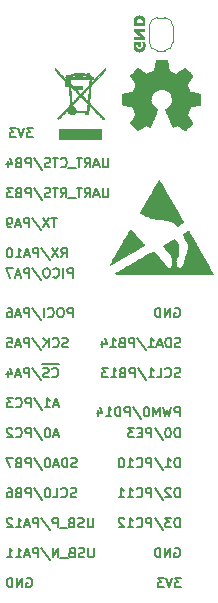
<source format=gbr>
%TF.GenerationSoftware,KiCad,Pcbnew,7.0.2*%
%TF.CreationDate,2024-02-26T12:12:44+02:00*%
%TF.ProjectId,STM32_EVB,53544d33-325f-4455-9642-2e6b69636164,01*%
%TF.SameCoordinates,Original*%
%TF.FileFunction,Legend,Bot*%
%TF.FilePolarity,Positive*%
%FSLAX46Y46*%
G04 Gerber Fmt 4.6, Leading zero omitted, Abs format (unit mm)*
G04 Created by KiCad (PCBNEW 7.0.2) date 2024-02-26 12:12:44*
%MOMM*%
%LPD*%
G01*
G04 APERTURE LIST*
%ADD10C,0.200000*%
%ADD11C,0.010000*%
%ADD12C,0.120000*%
G04 APERTURE END LIST*
D10*
G36*
X101135701Y-48140369D02*
G01*
X101129851Y-48151294D01*
X101124117Y-48163184D01*
X101118500Y-48176040D01*
X101114819Y-48185148D01*
X101111189Y-48194685D01*
X101107612Y-48204651D01*
X101104085Y-48215047D01*
X101100611Y-48225872D01*
X101097187Y-48237126D01*
X101093816Y-48248810D01*
X101090496Y-48260923D01*
X101087227Y-48273465D01*
X101084010Y-48286436D01*
X101080844Y-48299837D01*
X101079281Y-48306699D01*
X101076264Y-48320459D01*
X101073442Y-48334142D01*
X101070814Y-48347746D01*
X101068381Y-48361272D01*
X101066143Y-48374719D01*
X101064100Y-48388089D01*
X101062251Y-48401380D01*
X101060596Y-48414593D01*
X101059136Y-48427728D01*
X101057871Y-48440784D01*
X101056801Y-48453763D01*
X101055925Y-48466663D01*
X101055244Y-48479484D01*
X101054757Y-48492228D01*
X101054465Y-48504893D01*
X101054368Y-48517480D01*
X101054494Y-48533546D01*
X101054873Y-48549382D01*
X101055504Y-48564987D01*
X101056387Y-48580361D01*
X101057522Y-48595506D01*
X101058910Y-48610419D01*
X101060551Y-48625103D01*
X101062443Y-48639556D01*
X101064588Y-48653779D01*
X101066986Y-48667771D01*
X101069635Y-48681533D01*
X101072537Y-48695064D01*
X101075692Y-48708365D01*
X101079099Y-48721435D01*
X101082758Y-48734276D01*
X101086669Y-48746885D01*
X101090833Y-48759265D01*
X101095249Y-48771414D01*
X101099918Y-48783332D01*
X101104838Y-48795020D01*
X101110012Y-48806478D01*
X101115437Y-48817705D01*
X101121115Y-48828702D01*
X101127045Y-48839469D01*
X101133228Y-48850005D01*
X101139663Y-48860310D01*
X101146350Y-48870386D01*
X101153290Y-48880231D01*
X101160482Y-48889845D01*
X101167927Y-48899229D01*
X101175623Y-48908383D01*
X101183572Y-48917306D01*
X101191749Y-48925961D01*
X101200128Y-48934342D01*
X101208708Y-48942448D01*
X101217492Y-48950279D01*
X101226477Y-48957835D01*
X101235665Y-48965116D01*
X101245055Y-48972123D01*
X101254647Y-48978855D01*
X101264442Y-48985312D01*
X101274438Y-48991495D01*
X101284637Y-48997402D01*
X101295039Y-49003035D01*
X101305642Y-49008393D01*
X101316448Y-49013476D01*
X101327456Y-49018285D01*
X101338667Y-49022819D01*
X101350079Y-49027078D01*
X101361694Y-49031062D01*
X101373511Y-49034771D01*
X101385531Y-49038206D01*
X101397752Y-49041366D01*
X101410176Y-49044251D01*
X101422803Y-49046861D01*
X101435631Y-49049197D01*
X101448662Y-49051258D01*
X101461895Y-49053044D01*
X101475330Y-49054555D01*
X101488968Y-49055792D01*
X101502807Y-49056753D01*
X101516849Y-49057440D01*
X101531094Y-49057852D01*
X101545540Y-49057990D01*
X101564942Y-49057712D01*
X101584070Y-49056879D01*
X101602922Y-49055491D01*
X101621500Y-49053548D01*
X101639803Y-49051049D01*
X101657831Y-49047995D01*
X101675584Y-49044386D01*
X101693063Y-49040221D01*
X101710267Y-49035501D01*
X101727196Y-49030226D01*
X101743850Y-49024396D01*
X101760230Y-49018010D01*
X101776335Y-49011069D01*
X101792165Y-49003573D01*
X101807720Y-48995522D01*
X101823000Y-48986915D01*
X101837946Y-48977804D01*
X101852435Y-48968238D01*
X101866469Y-48958218D01*
X101880046Y-48947745D01*
X101893168Y-48936817D01*
X101905833Y-48925435D01*
X101918042Y-48913598D01*
X101929795Y-48901308D01*
X101941093Y-48888563D01*
X101951934Y-48875365D01*
X101962319Y-48861712D01*
X101972248Y-48847605D01*
X101981721Y-48833044D01*
X101990738Y-48818029D01*
X101999299Y-48802559D01*
X102007404Y-48786636D01*
X102015034Y-48770306D01*
X102022173Y-48753617D01*
X102028819Y-48736570D01*
X102034972Y-48719164D01*
X102040634Y-48701399D01*
X102045803Y-48683275D01*
X102050480Y-48664793D01*
X102054665Y-48645952D01*
X102058357Y-48626752D01*
X102060018Y-48617018D01*
X102061557Y-48607194D01*
X102062972Y-48597280D01*
X102064264Y-48587277D01*
X102065434Y-48577183D01*
X102066480Y-48567001D01*
X102067403Y-48556728D01*
X102068203Y-48546366D01*
X102068880Y-48535914D01*
X102069434Y-48525372D01*
X102069864Y-48514741D01*
X102070172Y-48504020D01*
X102070357Y-48493210D01*
X102070418Y-48482309D01*
X102070275Y-48466184D01*
X102069846Y-48449924D01*
X102069130Y-48433531D01*
X102068128Y-48417005D01*
X102066840Y-48400345D01*
X102065266Y-48383551D01*
X102063406Y-48366624D01*
X102061259Y-48349563D01*
X102058826Y-48332369D01*
X102056107Y-48315041D01*
X102053102Y-48297580D01*
X102049810Y-48279985D01*
X102046232Y-48262256D01*
X102042368Y-48244394D01*
X102038218Y-48226398D01*
X102033782Y-48208269D01*
X101773419Y-48208269D01*
X101779825Y-48220953D01*
X101785852Y-48233542D01*
X101791502Y-48246037D01*
X101796775Y-48258438D01*
X101801669Y-48270744D01*
X101806186Y-48282956D01*
X101810324Y-48295073D01*
X101814085Y-48307096D01*
X101817468Y-48319024D01*
X101820474Y-48330858D01*
X101822267Y-48338695D01*
X101824712Y-48350521D01*
X101826916Y-48362554D01*
X101828879Y-48374793D01*
X101830602Y-48387238D01*
X101832085Y-48399889D01*
X101833327Y-48412746D01*
X101834329Y-48425809D01*
X101835090Y-48439078D01*
X101835611Y-48452554D01*
X101835892Y-48466235D01*
X101835945Y-48475471D01*
X101835652Y-48490572D01*
X101834773Y-48505283D01*
X101833309Y-48519606D01*
X101831259Y-48533539D01*
X101828623Y-48547083D01*
X101825401Y-48560238D01*
X101821593Y-48573004D01*
X101817199Y-48585380D01*
X101812220Y-48597367D01*
X101806655Y-48608965D01*
X101800504Y-48620173D01*
X101793767Y-48630992D01*
X101786445Y-48641422D01*
X101778537Y-48651463D01*
X101770042Y-48661114D01*
X101760963Y-48670376D01*
X101751401Y-48679131D01*
X101741400Y-48687321D01*
X101730961Y-48694946D01*
X101720082Y-48702006D01*
X101708765Y-48708501D01*
X101697009Y-48714432D01*
X101684814Y-48719797D01*
X101672180Y-48724598D01*
X101659108Y-48728834D01*
X101645596Y-48732506D01*
X101631645Y-48735612D01*
X101617256Y-48738154D01*
X101602428Y-48740131D01*
X101587161Y-48741543D01*
X101571455Y-48742390D01*
X101555310Y-48742672D01*
X101539890Y-48742435D01*
X101524894Y-48741722D01*
X101510322Y-48740534D01*
X101496173Y-48738871D01*
X101482447Y-48736733D01*
X101469146Y-48734120D01*
X101456268Y-48731032D01*
X101443813Y-48727468D01*
X101431782Y-48723430D01*
X101420175Y-48718916D01*
X101408991Y-48713927D01*
X101398231Y-48708463D01*
X101387895Y-48702524D01*
X101377982Y-48696110D01*
X101368493Y-48689220D01*
X101359427Y-48681856D01*
X101350880Y-48674065D01*
X101342884Y-48665896D01*
X101335439Y-48657349D01*
X101328546Y-48648425D01*
X101322204Y-48639123D01*
X101316414Y-48629443D01*
X101311175Y-48619385D01*
X101306488Y-48608949D01*
X101302352Y-48598136D01*
X101298767Y-48586945D01*
X101295734Y-48575375D01*
X101293253Y-48563428D01*
X101291323Y-48551104D01*
X101289944Y-48538401D01*
X101289117Y-48525321D01*
X101288841Y-48511863D01*
X101288841Y-48499582D01*
X101288841Y-48488141D01*
X101288841Y-48477539D01*
X101288841Y-48465468D01*
X101288841Y-48454708D01*
X101288841Y-48443528D01*
X101288841Y-48437124D01*
X101445157Y-48437124D01*
X101445157Y-48625924D01*
X101663998Y-48625924D01*
X101663998Y-48140369D01*
X101135701Y-48140369D01*
G37*
G36*
X101070000Y-47297732D02*
G01*
X101546517Y-47645289D01*
X101556999Y-47652895D01*
X101567288Y-47660236D01*
X101577384Y-47667310D01*
X101587287Y-47674117D01*
X101596996Y-47680659D01*
X101606512Y-47686934D01*
X101615835Y-47692944D01*
X101624965Y-47698687D01*
X101633902Y-47704164D01*
X101642645Y-47709374D01*
X101648367Y-47712700D01*
X101648367Y-47715387D01*
X101634517Y-47714645D01*
X101620354Y-47713976D01*
X101605878Y-47713380D01*
X101596053Y-47713023D01*
X101586088Y-47712698D01*
X101575985Y-47712407D01*
X101565742Y-47712147D01*
X101555359Y-47711920D01*
X101544838Y-47711725D01*
X101534177Y-47711563D01*
X101523377Y-47711433D01*
X101512438Y-47711336D01*
X101501359Y-47711271D01*
X101490141Y-47711239D01*
X101484480Y-47711235D01*
X101070000Y-47711235D01*
X101070000Y-47986008D01*
X102054787Y-47986008D01*
X102054787Y-47705617D01*
X101601960Y-47372470D01*
X101593399Y-47366613D01*
X101585018Y-47360774D01*
X101580467Y-47357571D01*
X101571956Y-47351387D01*
X101563214Y-47345261D01*
X101555066Y-47339741D01*
X101546224Y-47333673D01*
X101537497Y-47327893D01*
X101529665Y-47322889D01*
X101520734Y-47317393D01*
X101511990Y-47312680D01*
X101507683Y-47310676D01*
X101507683Y-47307990D01*
X101518220Y-47309186D01*
X101528196Y-47309997D01*
X101539546Y-47310678D01*
X101552269Y-47311230D01*
X101562714Y-47311558D01*
X101573931Y-47311813D01*
X101585921Y-47311996D01*
X101598683Y-47312105D01*
X101612219Y-47312142D01*
X102054787Y-47312142D01*
X102054787Y-47037369D01*
X101070000Y-47037369D01*
X101070000Y-47297732D01*
G37*
G36*
X101604377Y-45921687D02*
G01*
X101632967Y-45923213D01*
X101660619Y-45925756D01*
X101687335Y-45929315D01*
X101713113Y-45933892D01*
X101737953Y-45939486D01*
X101761856Y-45946096D01*
X101784822Y-45953724D01*
X101806850Y-45962369D01*
X101827941Y-45972031D01*
X101848095Y-45982710D01*
X101867311Y-45994406D01*
X101885590Y-46007119D01*
X101902932Y-46020849D01*
X101919336Y-46035596D01*
X101934802Y-46051360D01*
X101949332Y-46068141D01*
X101962924Y-46085940D01*
X101975578Y-46104755D01*
X101987295Y-46124587D01*
X101998075Y-46145437D01*
X102007918Y-46167303D01*
X102016823Y-46190187D01*
X102024791Y-46214087D01*
X102031821Y-46239005D01*
X102037914Y-46264939D01*
X102043069Y-46291891D01*
X102047288Y-46319859D01*
X102050568Y-46348845D01*
X102052912Y-46378848D01*
X102054318Y-46409868D01*
X102054787Y-46441905D01*
X102054787Y-46849790D01*
X101070000Y-46849790D01*
X101070000Y-46553035D01*
X101304473Y-46553035D01*
X101820314Y-46553035D01*
X101820314Y-46476831D01*
X101820191Y-46467717D01*
X101819550Y-46454328D01*
X101818360Y-46441279D01*
X101816619Y-46428568D01*
X101814330Y-46416197D01*
X101811490Y-46404165D01*
X101808101Y-46392472D01*
X101804163Y-46381118D01*
X101799675Y-46370104D01*
X101794637Y-46359429D01*
X101789050Y-46349092D01*
X101785041Y-46342413D01*
X101778649Y-46332762D01*
X101771801Y-46323554D01*
X101764498Y-46314787D01*
X101756740Y-46306463D01*
X101748527Y-46298582D01*
X101739858Y-46291142D01*
X101730735Y-46284144D01*
X101721157Y-46277589D01*
X101711123Y-46271476D01*
X101700635Y-46265806D01*
X101693434Y-46262256D01*
X101682422Y-46257362D01*
X101671157Y-46252983D01*
X101659639Y-46249119D01*
X101647868Y-46245770D01*
X101635843Y-46242936D01*
X101623564Y-46240618D01*
X101611033Y-46238815D01*
X101598248Y-46237527D01*
X101585210Y-46236754D01*
X101571919Y-46236496D01*
X101556788Y-46236744D01*
X101542048Y-46237489D01*
X101527700Y-46238729D01*
X101513743Y-46240465D01*
X101500177Y-46242698D01*
X101487002Y-46245426D01*
X101474219Y-46248651D01*
X101461826Y-46252372D01*
X101449825Y-46256589D01*
X101438215Y-46261302D01*
X101426996Y-46266512D01*
X101416168Y-46272217D01*
X101405731Y-46278418D01*
X101395686Y-46285116D01*
X101386032Y-46292310D01*
X101376769Y-46300000D01*
X101368014Y-46308105D01*
X101359824Y-46316547D01*
X101352199Y-46325324D01*
X101345139Y-46334438D01*
X101338644Y-46343887D01*
X101332713Y-46353672D01*
X101327348Y-46363793D01*
X101322547Y-46374249D01*
X101318311Y-46385042D01*
X101314639Y-46396170D01*
X101311533Y-46407634D01*
X101308991Y-46419434D01*
X101307014Y-46431570D01*
X101305602Y-46444042D01*
X101304755Y-46456849D01*
X101304473Y-46469993D01*
X101304473Y-46553035D01*
X101070000Y-46553035D01*
X101070000Y-46432868D01*
X101070244Y-46413956D01*
X101070976Y-46395323D01*
X101072198Y-46376968D01*
X101073907Y-46358893D01*
X101076106Y-46341095D01*
X101078792Y-46323577D01*
X101081967Y-46306336D01*
X101085631Y-46289375D01*
X101089783Y-46272692D01*
X101094424Y-46256288D01*
X101099553Y-46240162D01*
X101105170Y-46224315D01*
X101111277Y-46208746D01*
X101117871Y-46193456D01*
X101124954Y-46178445D01*
X101132526Y-46163712D01*
X101140547Y-46149329D01*
X101148978Y-46135368D01*
X101157819Y-46121829D01*
X101167071Y-46108712D01*
X101176733Y-46096016D01*
X101186805Y-46083742D01*
X101197287Y-46071889D01*
X101208180Y-46060458D01*
X101219483Y-46049449D01*
X101231196Y-46038862D01*
X101243319Y-46028696D01*
X101255853Y-46018952D01*
X101268797Y-46009630D01*
X101282151Y-46000730D01*
X101295916Y-45992251D01*
X101310090Y-45984193D01*
X101324605Y-45976563D01*
X101339392Y-45969424D01*
X101354449Y-45962778D01*
X101369777Y-45956625D01*
X101385376Y-45950963D01*
X101401246Y-45945794D01*
X101417387Y-45941117D01*
X101433799Y-45936933D01*
X101450482Y-45933240D01*
X101467436Y-45930040D01*
X101484661Y-45927333D01*
X101502157Y-45925117D01*
X101519923Y-45923394D01*
X101537961Y-45922163D01*
X101556270Y-45921425D01*
X101574849Y-45921179D01*
X101604377Y-45921687D01*
G37*
X98893809Y-57990095D02*
X98893809Y-58637714D01*
X98893809Y-58637714D02*
X98855714Y-58713904D01*
X98855714Y-58713904D02*
X98817619Y-58752000D01*
X98817619Y-58752000D02*
X98741428Y-58790095D01*
X98741428Y-58790095D02*
X98589047Y-58790095D01*
X98589047Y-58790095D02*
X98512857Y-58752000D01*
X98512857Y-58752000D02*
X98474762Y-58713904D01*
X98474762Y-58713904D02*
X98436666Y-58637714D01*
X98436666Y-58637714D02*
X98436666Y-57990095D01*
X98093810Y-58561523D02*
X97712857Y-58561523D01*
X98170000Y-58790095D02*
X97903333Y-57990095D01*
X97903333Y-57990095D02*
X97636667Y-58790095D01*
X96912857Y-58790095D02*
X97179524Y-58409142D01*
X97370000Y-58790095D02*
X97370000Y-57990095D01*
X97370000Y-57990095D02*
X97065238Y-57990095D01*
X97065238Y-57990095D02*
X96989048Y-58028190D01*
X96989048Y-58028190D02*
X96950953Y-58066285D01*
X96950953Y-58066285D02*
X96912857Y-58142476D01*
X96912857Y-58142476D02*
X96912857Y-58256761D01*
X96912857Y-58256761D02*
X96950953Y-58332952D01*
X96950953Y-58332952D02*
X96989048Y-58371047D01*
X96989048Y-58371047D02*
X97065238Y-58409142D01*
X97065238Y-58409142D02*
X97370000Y-58409142D01*
X96684286Y-57990095D02*
X96227143Y-57990095D01*
X96455715Y-58790095D02*
X96455715Y-57990095D01*
X96150953Y-58866285D02*
X95541429Y-58866285D01*
X94893809Y-58713904D02*
X94931905Y-58752000D01*
X94931905Y-58752000D02*
X95046190Y-58790095D01*
X95046190Y-58790095D02*
X95122381Y-58790095D01*
X95122381Y-58790095D02*
X95236667Y-58752000D01*
X95236667Y-58752000D02*
X95312857Y-58675809D01*
X95312857Y-58675809D02*
X95350952Y-58599619D01*
X95350952Y-58599619D02*
X95389048Y-58447238D01*
X95389048Y-58447238D02*
X95389048Y-58332952D01*
X95389048Y-58332952D02*
X95350952Y-58180571D01*
X95350952Y-58180571D02*
X95312857Y-58104380D01*
X95312857Y-58104380D02*
X95236667Y-58028190D01*
X95236667Y-58028190D02*
X95122381Y-57990095D01*
X95122381Y-57990095D02*
X95046190Y-57990095D01*
X95046190Y-57990095D02*
X94931905Y-58028190D01*
X94931905Y-58028190D02*
X94893809Y-58066285D01*
X94665238Y-57990095D02*
X94208095Y-57990095D01*
X94436667Y-58790095D02*
X94436667Y-57990095D01*
X93979524Y-58752000D02*
X93865238Y-58790095D01*
X93865238Y-58790095D02*
X93674762Y-58790095D01*
X93674762Y-58790095D02*
X93598571Y-58752000D01*
X93598571Y-58752000D02*
X93560476Y-58713904D01*
X93560476Y-58713904D02*
X93522381Y-58637714D01*
X93522381Y-58637714D02*
X93522381Y-58561523D01*
X93522381Y-58561523D02*
X93560476Y-58485333D01*
X93560476Y-58485333D02*
X93598571Y-58447238D01*
X93598571Y-58447238D02*
X93674762Y-58409142D01*
X93674762Y-58409142D02*
X93827143Y-58371047D01*
X93827143Y-58371047D02*
X93903333Y-58332952D01*
X93903333Y-58332952D02*
X93941428Y-58294857D01*
X93941428Y-58294857D02*
X93979524Y-58218666D01*
X93979524Y-58218666D02*
X93979524Y-58142476D01*
X93979524Y-58142476D02*
X93941428Y-58066285D01*
X93941428Y-58066285D02*
X93903333Y-58028190D01*
X93903333Y-58028190D02*
X93827143Y-57990095D01*
X93827143Y-57990095D02*
X93636666Y-57990095D01*
X93636666Y-57990095D02*
X93522381Y-58028190D01*
X92608095Y-57952000D02*
X93293809Y-58980571D01*
X92341428Y-58790095D02*
X92341428Y-57990095D01*
X92341428Y-57990095D02*
X92036666Y-57990095D01*
X92036666Y-57990095D02*
X91960476Y-58028190D01*
X91960476Y-58028190D02*
X91922381Y-58066285D01*
X91922381Y-58066285D02*
X91884285Y-58142476D01*
X91884285Y-58142476D02*
X91884285Y-58256761D01*
X91884285Y-58256761D02*
X91922381Y-58332952D01*
X91922381Y-58332952D02*
X91960476Y-58371047D01*
X91960476Y-58371047D02*
X92036666Y-58409142D01*
X92036666Y-58409142D02*
X92341428Y-58409142D01*
X91274762Y-58371047D02*
X91160476Y-58409142D01*
X91160476Y-58409142D02*
X91122381Y-58447238D01*
X91122381Y-58447238D02*
X91084285Y-58523428D01*
X91084285Y-58523428D02*
X91084285Y-58637714D01*
X91084285Y-58637714D02*
X91122381Y-58713904D01*
X91122381Y-58713904D02*
X91160476Y-58752000D01*
X91160476Y-58752000D02*
X91236666Y-58790095D01*
X91236666Y-58790095D02*
X91541428Y-58790095D01*
X91541428Y-58790095D02*
X91541428Y-57990095D01*
X91541428Y-57990095D02*
X91274762Y-57990095D01*
X91274762Y-57990095D02*
X91198571Y-58028190D01*
X91198571Y-58028190D02*
X91160476Y-58066285D01*
X91160476Y-58066285D02*
X91122381Y-58142476D01*
X91122381Y-58142476D02*
X91122381Y-58218666D01*
X91122381Y-58218666D02*
X91160476Y-58294857D01*
X91160476Y-58294857D02*
X91198571Y-58332952D01*
X91198571Y-58332952D02*
X91274762Y-58371047D01*
X91274762Y-58371047D02*
X91541428Y-58371047D01*
X90398571Y-58256761D02*
X90398571Y-58790095D01*
X90589047Y-57952000D02*
X90779524Y-58523428D01*
X90779524Y-58523428D02*
X90284285Y-58523428D01*
X96189048Y-86692000D02*
X96074762Y-86730095D01*
X96074762Y-86730095D02*
X95884286Y-86730095D01*
X95884286Y-86730095D02*
X95808095Y-86692000D01*
X95808095Y-86692000D02*
X95770000Y-86653904D01*
X95770000Y-86653904D02*
X95731905Y-86577714D01*
X95731905Y-86577714D02*
X95731905Y-86501523D01*
X95731905Y-86501523D02*
X95770000Y-86425333D01*
X95770000Y-86425333D02*
X95808095Y-86387238D01*
X95808095Y-86387238D02*
X95884286Y-86349142D01*
X95884286Y-86349142D02*
X96036667Y-86311047D01*
X96036667Y-86311047D02*
X96112857Y-86272952D01*
X96112857Y-86272952D02*
X96150952Y-86234857D01*
X96150952Y-86234857D02*
X96189048Y-86158666D01*
X96189048Y-86158666D02*
X96189048Y-86082476D01*
X96189048Y-86082476D02*
X96150952Y-86006285D01*
X96150952Y-86006285D02*
X96112857Y-85968190D01*
X96112857Y-85968190D02*
X96036667Y-85930095D01*
X96036667Y-85930095D02*
X95846190Y-85930095D01*
X95846190Y-85930095D02*
X95731905Y-85968190D01*
X94931904Y-86653904D02*
X94970000Y-86692000D01*
X94970000Y-86692000D02*
X95084285Y-86730095D01*
X95084285Y-86730095D02*
X95160476Y-86730095D01*
X95160476Y-86730095D02*
X95274762Y-86692000D01*
X95274762Y-86692000D02*
X95350952Y-86615809D01*
X95350952Y-86615809D02*
X95389047Y-86539619D01*
X95389047Y-86539619D02*
X95427143Y-86387238D01*
X95427143Y-86387238D02*
X95427143Y-86272952D01*
X95427143Y-86272952D02*
X95389047Y-86120571D01*
X95389047Y-86120571D02*
X95350952Y-86044380D01*
X95350952Y-86044380D02*
X95274762Y-85968190D01*
X95274762Y-85968190D02*
X95160476Y-85930095D01*
X95160476Y-85930095D02*
X95084285Y-85930095D01*
X95084285Y-85930095D02*
X94970000Y-85968190D01*
X94970000Y-85968190D02*
X94931904Y-86006285D01*
X94208095Y-86730095D02*
X94589047Y-86730095D01*
X94589047Y-86730095D02*
X94589047Y-85930095D01*
X93789047Y-85930095D02*
X93712857Y-85930095D01*
X93712857Y-85930095D02*
X93636666Y-85968190D01*
X93636666Y-85968190D02*
X93598571Y-86006285D01*
X93598571Y-86006285D02*
X93560476Y-86082476D01*
X93560476Y-86082476D02*
X93522381Y-86234857D01*
X93522381Y-86234857D02*
X93522381Y-86425333D01*
X93522381Y-86425333D02*
X93560476Y-86577714D01*
X93560476Y-86577714D02*
X93598571Y-86653904D01*
X93598571Y-86653904D02*
X93636666Y-86692000D01*
X93636666Y-86692000D02*
X93712857Y-86730095D01*
X93712857Y-86730095D02*
X93789047Y-86730095D01*
X93789047Y-86730095D02*
X93865238Y-86692000D01*
X93865238Y-86692000D02*
X93903333Y-86653904D01*
X93903333Y-86653904D02*
X93941428Y-86577714D01*
X93941428Y-86577714D02*
X93979524Y-86425333D01*
X93979524Y-86425333D02*
X93979524Y-86234857D01*
X93979524Y-86234857D02*
X93941428Y-86082476D01*
X93941428Y-86082476D02*
X93903333Y-86006285D01*
X93903333Y-86006285D02*
X93865238Y-85968190D01*
X93865238Y-85968190D02*
X93789047Y-85930095D01*
X92608095Y-85892000D02*
X93293809Y-86920571D01*
X92341428Y-86730095D02*
X92341428Y-85930095D01*
X92341428Y-85930095D02*
X92036666Y-85930095D01*
X92036666Y-85930095D02*
X91960476Y-85968190D01*
X91960476Y-85968190D02*
X91922381Y-86006285D01*
X91922381Y-86006285D02*
X91884285Y-86082476D01*
X91884285Y-86082476D02*
X91884285Y-86196761D01*
X91884285Y-86196761D02*
X91922381Y-86272952D01*
X91922381Y-86272952D02*
X91960476Y-86311047D01*
X91960476Y-86311047D02*
X92036666Y-86349142D01*
X92036666Y-86349142D02*
X92341428Y-86349142D01*
X91274762Y-86311047D02*
X91160476Y-86349142D01*
X91160476Y-86349142D02*
X91122381Y-86387238D01*
X91122381Y-86387238D02*
X91084285Y-86463428D01*
X91084285Y-86463428D02*
X91084285Y-86577714D01*
X91084285Y-86577714D02*
X91122381Y-86653904D01*
X91122381Y-86653904D02*
X91160476Y-86692000D01*
X91160476Y-86692000D02*
X91236666Y-86730095D01*
X91236666Y-86730095D02*
X91541428Y-86730095D01*
X91541428Y-86730095D02*
X91541428Y-85930095D01*
X91541428Y-85930095D02*
X91274762Y-85930095D01*
X91274762Y-85930095D02*
X91198571Y-85968190D01*
X91198571Y-85968190D02*
X91160476Y-86006285D01*
X91160476Y-86006285D02*
X91122381Y-86082476D01*
X91122381Y-86082476D02*
X91122381Y-86158666D01*
X91122381Y-86158666D02*
X91160476Y-86234857D01*
X91160476Y-86234857D02*
X91198571Y-86272952D01*
X91198571Y-86272952D02*
X91274762Y-86311047D01*
X91274762Y-86311047D02*
X91541428Y-86311047D01*
X90398571Y-85930095D02*
X90550952Y-85930095D01*
X90550952Y-85930095D02*
X90627143Y-85968190D01*
X90627143Y-85968190D02*
X90665238Y-86006285D01*
X90665238Y-86006285D02*
X90741428Y-86120571D01*
X90741428Y-86120571D02*
X90779524Y-86272952D01*
X90779524Y-86272952D02*
X90779524Y-86577714D01*
X90779524Y-86577714D02*
X90741428Y-86653904D01*
X90741428Y-86653904D02*
X90703333Y-86692000D01*
X90703333Y-86692000D02*
X90627143Y-86730095D01*
X90627143Y-86730095D02*
X90474762Y-86730095D01*
X90474762Y-86730095D02*
X90398571Y-86692000D01*
X90398571Y-86692000D02*
X90360476Y-86653904D01*
X90360476Y-86653904D02*
X90322381Y-86577714D01*
X90322381Y-86577714D02*
X90322381Y-86387238D01*
X90322381Y-86387238D02*
X90360476Y-86311047D01*
X90360476Y-86311047D02*
X90398571Y-86272952D01*
X90398571Y-86272952D02*
X90474762Y-86234857D01*
X90474762Y-86234857D02*
X90627143Y-86234857D01*
X90627143Y-86234857D02*
X90703333Y-86272952D01*
X90703333Y-86272952D02*
X90741428Y-86311047D01*
X90741428Y-86311047D02*
X90779524Y-86387238D01*
X94931904Y-66410095D02*
X95198571Y-66029142D01*
X95389047Y-66410095D02*
X95389047Y-65610095D01*
X95389047Y-65610095D02*
X95084285Y-65610095D01*
X95084285Y-65610095D02*
X95008095Y-65648190D01*
X95008095Y-65648190D02*
X94970000Y-65686285D01*
X94970000Y-65686285D02*
X94931904Y-65762476D01*
X94931904Y-65762476D02*
X94931904Y-65876761D01*
X94931904Y-65876761D02*
X94970000Y-65952952D01*
X94970000Y-65952952D02*
X95008095Y-65991047D01*
X95008095Y-65991047D02*
X95084285Y-66029142D01*
X95084285Y-66029142D02*
X95389047Y-66029142D01*
X94665238Y-65610095D02*
X94131904Y-66410095D01*
X94131904Y-65610095D02*
X94665238Y-66410095D01*
X93255714Y-65572000D02*
X93941428Y-66600571D01*
X92989047Y-66410095D02*
X92989047Y-65610095D01*
X92989047Y-65610095D02*
X92684285Y-65610095D01*
X92684285Y-65610095D02*
X92608095Y-65648190D01*
X92608095Y-65648190D02*
X92570000Y-65686285D01*
X92570000Y-65686285D02*
X92531904Y-65762476D01*
X92531904Y-65762476D02*
X92531904Y-65876761D01*
X92531904Y-65876761D02*
X92570000Y-65952952D01*
X92570000Y-65952952D02*
X92608095Y-65991047D01*
X92608095Y-65991047D02*
X92684285Y-66029142D01*
X92684285Y-66029142D02*
X92989047Y-66029142D01*
X92227143Y-66181523D02*
X91846190Y-66181523D01*
X92303333Y-66410095D02*
X92036666Y-65610095D01*
X92036666Y-65610095D02*
X91770000Y-66410095D01*
X91084286Y-66410095D02*
X91541429Y-66410095D01*
X91312857Y-66410095D02*
X91312857Y-65610095D01*
X91312857Y-65610095D02*
X91389048Y-65724380D01*
X91389048Y-65724380D02*
X91465238Y-65800571D01*
X91465238Y-65800571D02*
X91541429Y-65838666D01*
X90589047Y-65610095D02*
X90512857Y-65610095D01*
X90512857Y-65610095D02*
X90436666Y-65648190D01*
X90436666Y-65648190D02*
X90398571Y-65686285D01*
X90398571Y-65686285D02*
X90360476Y-65762476D01*
X90360476Y-65762476D02*
X90322381Y-65914857D01*
X90322381Y-65914857D02*
X90322381Y-66105333D01*
X90322381Y-66105333D02*
X90360476Y-66257714D01*
X90360476Y-66257714D02*
X90398571Y-66333904D01*
X90398571Y-66333904D02*
X90436666Y-66372000D01*
X90436666Y-66372000D02*
X90512857Y-66410095D01*
X90512857Y-66410095D02*
X90589047Y-66410095D01*
X90589047Y-66410095D02*
X90665238Y-66372000D01*
X90665238Y-66372000D02*
X90703333Y-66333904D01*
X90703333Y-66333904D02*
X90741428Y-66257714D01*
X90741428Y-66257714D02*
X90779524Y-66105333D01*
X90779524Y-66105333D02*
X90779524Y-65914857D01*
X90779524Y-65914857D02*
X90741428Y-65762476D01*
X90741428Y-65762476D02*
X90703333Y-65686285D01*
X90703333Y-65686285D02*
X90665238Y-65648190D01*
X90665238Y-65648190D02*
X90589047Y-65610095D01*
X104546476Y-91048190D02*
X104622666Y-91010095D01*
X104622666Y-91010095D02*
X104736952Y-91010095D01*
X104736952Y-91010095D02*
X104851238Y-91048190D01*
X104851238Y-91048190D02*
X104927428Y-91124380D01*
X104927428Y-91124380D02*
X104965523Y-91200571D01*
X104965523Y-91200571D02*
X105003619Y-91352952D01*
X105003619Y-91352952D02*
X105003619Y-91467238D01*
X105003619Y-91467238D02*
X104965523Y-91619619D01*
X104965523Y-91619619D02*
X104927428Y-91695809D01*
X104927428Y-91695809D02*
X104851238Y-91772000D01*
X104851238Y-91772000D02*
X104736952Y-91810095D01*
X104736952Y-91810095D02*
X104660761Y-91810095D01*
X104660761Y-91810095D02*
X104546476Y-91772000D01*
X104546476Y-91772000D02*
X104508380Y-91733904D01*
X104508380Y-91733904D02*
X104508380Y-91467238D01*
X104508380Y-91467238D02*
X104660761Y-91467238D01*
X104165523Y-91810095D02*
X104165523Y-91010095D01*
X104165523Y-91010095D02*
X103708380Y-91810095D01*
X103708380Y-91810095D02*
X103708380Y-91010095D01*
X103327428Y-91810095D02*
X103327428Y-91010095D01*
X103327428Y-91010095D02*
X103136952Y-91010095D01*
X103136952Y-91010095D02*
X103022666Y-91048190D01*
X103022666Y-91048190D02*
X102946476Y-91124380D01*
X102946476Y-91124380D02*
X102908381Y-91200571D01*
X102908381Y-91200571D02*
X102870285Y-91352952D01*
X102870285Y-91352952D02*
X102870285Y-91467238D01*
X102870285Y-91467238D02*
X102908381Y-91619619D01*
X102908381Y-91619619D02*
X102946476Y-91695809D01*
X102946476Y-91695809D02*
X103022666Y-91772000D01*
X103022666Y-91772000D02*
X103136952Y-91810095D01*
X103136952Y-91810095D02*
X103327428Y-91810095D01*
X95884284Y-71490095D02*
X95884284Y-70690095D01*
X95884284Y-70690095D02*
X95579522Y-70690095D01*
X95579522Y-70690095D02*
X95503332Y-70728190D01*
X95503332Y-70728190D02*
X95465237Y-70766285D01*
X95465237Y-70766285D02*
X95427141Y-70842476D01*
X95427141Y-70842476D02*
X95427141Y-70956761D01*
X95427141Y-70956761D02*
X95465237Y-71032952D01*
X95465237Y-71032952D02*
X95503332Y-71071047D01*
X95503332Y-71071047D02*
X95579522Y-71109142D01*
X95579522Y-71109142D02*
X95884284Y-71109142D01*
X94931903Y-70690095D02*
X94779522Y-70690095D01*
X94779522Y-70690095D02*
X94703332Y-70728190D01*
X94703332Y-70728190D02*
X94627141Y-70804380D01*
X94627141Y-70804380D02*
X94589046Y-70956761D01*
X94589046Y-70956761D02*
X94589046Y-71223428D01*
X94589046Y-71223428D02*
X94627141Y-71375809D01*
X94627141Y-71375809D02*
X94703332Y-71452000D01*
X94703332Y-71452000D02*
X94779522Y-71490095D01*
X94779522Y-71490095D02*
X94931903Y-71490095D01*
X94931903Y-71490095D02*
X95008094Y-71452000D01*
X95008094Y-71452000D02*
X95084284Y-71375809D01*
X95084284Y-71375809D02*
X95122380Y-71223428D01*
X95122380Y-71223428D02*
X95122380Y-70956761D01*
X95122380Y-70956761D02*
X95084284Y-70804380D01*
X95084284Y-70804380D02*
X95008094Y-70728190D01*
X95008094Y-70728190D02*
X94931903Y-70690095D01*
X93789046Y-71413904D02*
X93827142Y-71452000D01*
X93827142Y-71452000D02*
X93941427Y-71490095D01*
X93941427Y-71490095D02*
X94017618Y-71490095D01*
X94017618Y-71490095D02*
X94131904Y-71452000D01*
X94131904Y-71452000D02*
X94208094Y-71375809D01*
X94208094Y-71375809D02*
X94246189Y-71299619D01*
X94246189Y-71299619D02*
X94284285Y-71147238D01*
X94284285Y-71147238D02*
X94284285Y-71032952D01*
X94284285Y-71032952D02*
X94246189Y-70880571D01*
X94246189Y-70880571D02*
X94208094Y-70804380D01*
X94208094Y-70804380D02*
X94131904Y-70728190D01*
X94131904Y-70728190D02*
X94017618Y-70690095D01*
X94017618Y-70690095D02*
X93941427Y-70690095D01*
X93941427Y-70690095D02*
X93827142Y-70728190D01*
X93827142Y-70728190D02*
X93789046Y-70766285D01*
X93446189Y-71490095D02*
X93446189Y-70690095D01*
X92493809Y-70652000D02*
X93179523Y-71680571D01*
X92227142Y-71490095D02*
X92227142Y-70690095D01*
X92227142Y-70690095D02*
X91922380Y-70690095D01*
X91922380Y-70690095D02*
X91846190Y-70728190D01*
X91846190Y-70728190D02*
X91808095Y-70766285D01*
X91808095Y-70766285D02*
X91769999Y-70842476D01*
X91769999Y-70842476D02*
X91769999Y-70956761D01*
X91769999Y-70956761D02*
X91808095Y-71032952D01*
X91808095Y-71032952D02*
X91846190Y-71071047D01*
X91846190Y-71071047D02*
X91922380Y-71109142D01*
X91922380Y-71109142D02*
X92227142Y-71109142D01*
X91465238Y-71261523D02*
X91084285Y-71261523D01*
X91541428Y-71490095D02*
X91274761Y-70690095D01*
X91274761Y-70690095D02*
X91008095Y-71490095D01*
X90398571Y-70690095D02*
X90550952Y-70690095D01*
X90550952Y-70690095D02*
X90627143Y-70728190D01*
X90627143Y-70728190D02*
X90665238Y-70766285D01*
X90665238Y-70766285D02*
X90741428Y-70880571D01*
X90741428Y-70880571D02*
X90779524Y-71032952D01*
X90779524Y-71032952D02*
X90779524Y-71337714D01*
X90779524Y-71337714D02*
X90741428Y-71413904D01*
X90741428Y-71413904D02*
X90703333Y-71452000D01*
X90703333Y-71452000D02*
X90627143Y-71490095D01*
X90627143Y-71490095D02*
X90474762Y-71490095D01*
X90474762Y-71490095D02*
X90398571Y-71452000D01*
X90398571Y-71452000D02*
X90360476Y-71413904D01*
X90360476Y-71413904D02*
X90322381Y-71337714D01*
X90322381Y-71337714D02*
X90322381Y-71147238D01*
X90322381Y-71147238D02*
X90360476Y-71071047D01*
X90360476Y-71071047D02*
X90398571Y-71032952D01*
X90398571Y-71032952D02*
X90474762Y-70994857D01*
X90474762Y-70994857D02*
X90627143Y-70994857D01*
X90627143Y-70994857D02*
X90703333Y-71032952D01*
X90703333Y-71032952D02*
X90741428Y-71071047D01*
X90741428Y-71071047D02*
X90779524Y-71147238D01*
X95465238Y-73992000D02*
X95350952Y-74030095D01*
X95350952Y-74030095D02*
X95160476Y-74030095D01*
X95160476Y-74030095D02*
X95084285Y-73992000D01*
X95084285Y-73992000D02*
X95046190Y-73953904D01*
X95046190Y-73953904D02*
X95008095Y-73877714D01*
X95008095Y-73877714D02*
X95008095Y-73801523D01*
X95008095Y-73801523D02*
X95046190Y-73725333D01*
X95046190Y-73725333D02*
X95084285Y-73687238D01*
X95084285Y-73687238D02*
X95160476Y-73649142D01*
X95160476Y-73649142D02*
X95312857Y-73611047D01*
X95312857Y-73611047D02*
X95389047Y-73572952D01*
X95389047Y-73572952D02*
X95427142Y-73534857D01*
X95427142Y-73534857D02*
X95465238Y-73458666D01*
X95465238Y-73458666D02*
X95465238Y-73382476D01*
X95465238Y-73382476D02*
X95427142Y-73306285D01*
X95427142Y-73306285D02*
X95389047Y-73268190D01*
X95389047Y-73268190D02*
X95312857Y-73230095D01*
X95312857Y-73230095D02*
X95122380Y-73230095D01*
X95122380Y-73230095D02*
X95008095Y-73268190D01*
X94208094Y-73953904D02*
X94246190Y-73992000D01*
X94246190Y-73992000D02*
X94360475Y-74030095D01*
X94360475Y-74030095D02*
X94436666Y-74030095D01*
X94436666Y-74030095D02*
X94550952Y-73992000D01*
X94550952Y-73992000D02*
X94627142Y-73915809D01*
X94627142Y-73915809D02*
X94665237Y-73839619D01*
X94665237Y-73839619D02*
X94703333Y-73687238D01*
X94703333Y-73687238D02*
X94703333Y-73572952D01*
X94703333Y-73572952D02*
X94665237Y-73420571D01*
X94665237Y-73420571D02*
X94627142Y-73344380D01*
X94627142Y-73344380D02*
X94550952Y-73268190D01*
X94550952Y-73268190D02*
X94436666Y-73230095D01*
X94436666Y-73230095D02*
X94360475Y-73230095D01*
X94360475Y-73230095D02*
X94246190Y-73268190D01*
X94246190Y-73268190D02*
X94208094Y-73306285D01*
X93865237Y-74030095D02*
X93865237Y-73230095D01*
X93408094Y-74030095D02*
X93750952Y-73572952D01*
X93408094Y-73230095D02*
X93865237Y-73687238D01*
X92493809Y-73192000D02*
X93179523Y-74220571D01*
X92227142Y-74030095D02*
X92227142Y-73230095D01*
X92227142Y-73230095D02*
X91922380Y-73230095D01*
X91922380Y-73230095D02*
X91846190Y-73268190D01*
X91846190Y-73268190D02*
X91808095Y-73306285D01*
X91808095Y-73306285D02*
X91769999Y-73382476D01*
X91769999Y-73382476D02*
X91769999Y-73496761D01*
X91769999Y-73496761D02*
X91808095Y-73572952D01*
X91808095Y-73572952D02*
X91846190Y-73611047D01*
X91846190Y-73611047D02*
X91922380Y-73649142D01*
X91922380Y-73649142D02*
X92227142Y-73649142D01*
X91465238Y-73801523D02*
X91084285Y-73801523D01*
X91541428Y-74030095D02*
X91274761Y-73230095D01*
X91274761Y-73230095D02*
X91008095Y-74030095D01*
X90360476Y-73230095D02*
X90741428Y-73230095D01*
X90741428Y-73230095D02*
X90779524Y-73611047D01*
X90779524Y-73611047D02*
X90741428Y-73572952D01*
X90741428Y-73572952D02*
X90665238Y-73534857D01*
X90665238Y-73534857D02*
X90474762Y-73534857D01*
X90474762Y-73534857D02*
X90398571Y-73572952D01*
X90398571Y-73572952D02*
X90360476Y-73611047D01*
X90360476Y-73611047D02*
X90322381Y-73687238D01*
X90322381Y-73687238D02*
X90322381Y-73877714D01*
X90322381Y-73877714D02*
X90360476Y-73953904D01*
X90360476Y-73953904D02*
X90398571Y-73992000D01*
X90398571Y-73992000D02*
X90474762Y-74030095D01*
X90474762Y-74030095D02*
X90665238Y-74030095D01*
X90665238Y-74030095D02*
X90741428Y-73992000D01*
X90741428Y-73992000D02*
X90779524Y-73953904D01*
X105041714Y-93550095D02*
X104546476Y-93550095D01*
X104546476Y-93550095D02*
X104813142Y-93854857D01*
X104813142Y-93854857D02*
X104698857Y-93854857D01*
X104698857Y-93854857D02*
X104622666Y-93892952D01*
X104622666Y-93892952D02*
X104584571Y-93931047D01*
X104584571Y-93931047D02*
X104546476Y-94007238D01*
X104546476Y-94007238D02*
X104546476Y-94197714D01*
X104546476Y-94197714D02*
X104584571Y-94273904D01*
X104584571Y-94273904D02*
X104622666Y-94312000D01*
X104622666Y-94312000D02*
X104698857Y-94350095D01*
X104698857Y-94350095D02*
X104927428Y-94350095D01*
X104927428Y-94350095D02*
X105003619Y-94312000D01*
X105003619Y-94312000D02*
X105041714Y-94273904D01*
X104317904Y-93550095D02*
X104051237Y-94350095D01*
X104051237Y-94350095D02*
X103784571Y-93550095D01*
X103594095Y-93550095D02*
X103098857Y-93550095D01*
X103098857Y-93550095D02*
X103365523Y-93854857D01*
X103365523Y-93854857D02*
X103251238Y-93854857D01*
X103251238Y-93854857D02*
X103175047Y-93892952D01*
X103175047Y-93892952D02*
X103136952Y-93931047D01*
X103136952Y-93931047D02*
X103098857Y-94007238D01*
X103098857Y-94007238D02*
X103098857Y-94197714D01*
X103098857Y-94197714D02*
X103136952Y-94273904D01*
X103136952Y-94273904D02*
X103175047Y-94312000D01*
X103175047Y-94312000D02*
X103251238Y-94350095D01*
X103251238Y-94350095D02*
X103479809Y-94350095D01*
X103479809Y-94350095D02*
X103556000Y-94312000D01*
X103556000Y-94312000D02*
X103594095Y-94273904D01*
X104965523Y-81650095D02*
X104965523Y-80850095D01*
X104965523Y-80850095D02*
X104775047Y-80850095D01*
X104775047Y-80850095D02*
X104660761Y-80888190D01*
X104660761Y-80888190D02*
X104584571Y-80964380D01*
X104584571Y-80964380D02*
X104546476Y-81040571D01*
X104546476Y-81040571D02*
X104508380Y-81192952D01*
X104508380Y-81192952D02*
X104508380Y-81307238D01*
X104508380Y-81307238D02*
X104546476Y-81459619D01*
X104546476Y-81459619D02*
X104584571Y-81535809D01*
X104584571Y-81535809D02*
X104660761Y-81612000D01*
X104660761Y-81612000D02*
X104775047Y-81650095D01*
X104775047Y-81650095D02*
X104965523Y-81650095D01*
X104013142Y-80850095D02*
X103936952Y-80850095D01*
X103936952Y-80850095D02*
X103860761Y-80888190D01*
X103860761Y-80888190D02*
X103822666Y-80926285D01*
X103822666Y-80926285D02*
X103784571Y-81002476D01*
X103784571Y-81002476D02*
X103746476Y-81154857D01*
X103746476Y-81154857D02*
X103746476Y-81345333D01*
X103746476Y-81345333D02*
X103784571Y-81497714D01*
X103784571Y-81497714D02*
X103822666Y-81573904D01*
X103822666Y-81573904D02*
X103860761Y-81612000D01*
X103860761Y-81612000D02*
X103936952Y-81650095D01*
X103936952Y-81650095D02*
X104013142Y-81650095D01*
X104013142Y-81650095D02*
X104089333Y-81612000D01*
X104089333Y-81612000D02*
X104127428Y-81573904D01*
X104127428Y-81573904D02*
X104165523Y-81497714D01*
X104165523Y-81497714D02*
X104203619Y-81345333D01*
X104203619Y-81345333D02*
X104203619Y-81154857D01*
X104203619Y-81154857D02*
X104165523Y-81002476D01*
X104165523Y-81002476D02*
X104127428Y-80926285D01*
X104127428Y-80926285D02*
X104089333Y-80888190D01*
X104089333Y-80888190D02*
X104013142Y-80850095D01*
X102832190Y-80812000D02*
X103517904Y-81840571D01*
X102565523Y-81650095D02*
X102565523Y-80850095D01*
X102565523Y-80850095D02*
X102260761Y-80850095D01*
X102260761Y-80850095D02*
X102184571Y-80888190D01*
X102184571Y-80888190D02*
X102146476Y-80926285D01*
X102146476Y-80926285D02*
X102108380Y-81002476D01*
X102108380Y-81002476D02*
X102108380Y-81116761D01*
X102108380Y-81116761D02*
X102146476Y-81192952D01*
X102146476Y-81192952D02*
X102184571Y-81231047D01*
X102184571Y-81231047D02*
X102260761Y-81269142D01*
X102260761Y-81269142D02*
X102565523Y-81269142D01*
X101765523Y-81231047D02*
X101498857Y-81231047D01*
X101384571Y-81650095D02*
X101765523Y-81650095D01*
X101765523Y-81650095D02*
X101765523Y-80850095D01*
X101765523Y-80850095D02*
X101384571Y-80850095D01*
X101117904Y-80850095D02*
X100622666Y-80850095D01*
X100622666Y-80850095D02*
X100889332Y-81154857D01*
X100889332Y-81154857D02*
X100775047Y-81154857D01*
X100775047Y-81154857D02*
X100698856Y-81192952D01*
X100698856Y-81192952D02*
X100660761Y-81231047D01*
X100660761Y-81231047D02*
X100622666Y-81307238D01*
X100622666Y-81307238D02*
X100622666Y-81497714D01*
X100622666Y-81497714D02*
X100660761Y-81573904D01*
X100660761Y-81573904D02*
X100698856Y-81612000D01*
X100698856Y-81612000D02*
X100775047Y-81650095D01*
X100775047Y-81650095D02*
X101003618Y-81650095D01*
X101003618Y-81650095D02*
X101079809Y-81612000D01*
X101079809Y-81612000D02*
X101117904Y-81573904D01*
X94665238Y-78881523D02*
X94284285Y-78881523D01*
X94741428Y-79110095D02*
X94474761Y-78310095D01*
X94474761Y-78310095D02*
X94208095Y-79110095D01*
X93522381Y-79110095D02*
X93979524Y-79110095D01*
X93750952Y-79110095D02*
X93750952Y-78310095D01*
X93750952Y-78310095D02*
X93827143Y-78424380D01*
X93827143Y-78424380D02*
X93903333Y-78500571D01*
X93903333Y-78500571D02*
X93979524Y-78538666D01*
X92608095Y-78272000D02*
X93293809Y-79300571D01*
X92341428Y-79110095D02*
X92341428Y-78310095D01*
X92341428Y-78310095D02*
X92036666Y-78310095D01*
X92036666Y-78310095D02*
X91960476Y-78348190D01*
X91960476Y-78348190D02*
X91922381Y-78386285D01*
X91922381Y-78386285D02*
X91884285Y-78462476D01*
X91884285Y-78462476D02*
X91884285Y-78576761D01*
X91884285Y-78576761D02*
X91922381Y-78652952D01*
X91922381Y-78652952D02*
X91960476Y-78691047D01*
X91960476Y-78691047D02*
X92036666Y-78729142D01*
X92036666Y-78729142D02*
X92341428Y-78729142D01*
X91084285Y-79033904D02*
X91122381Y-79072000D01*
X91122381Y-79072000D02*
X91236666Y-79110095D01*
X91236666Y-79110095D02*
X91312857Y-79110095D01*
X91312857Y-79110095D02*
X91427143Y-79072000D01*
X91427143Y-79072000D02*
X91503333Y-78995809D01*
X91503333Y-78995809D02*
X91541428Y-78919619D01*
X91541428Y-78919619D02*
X91579524Y-78767238D01*
X91579524Y-78767238D02*
X91579524Y-78652952D01*
X91579524Y-78652952D02*
X91541428Y-78500571D01*
X91541428Y-78500571D02*
X91503333Y-78424380D01*
X91503333Y-78424380D02*
X91427143Y-78348190D01*
X91427143Y-78348190D02*
X91312857Y-78310095D01*
X91312857Y-78310095D02*
X91236666Y-78310095D01*
X91236666Y-78310095D02*
X91122381Y-78348190D01*
X91122381Y-78348190D02*
X91084285Y-78386285D01*
X90817619Y-78310095D02*
X90322381Y-78310095D01*
X90322381Y-78310095D02*
X90589047Y-78614857D01*
X90589047Y-78614857D02*
X90474762Y-78614857D01*
X90474762Y-78614857D02*
X90398571Y-78652952D01*
X90398571Y-78652952D02*
X90360476Y-78691047D01*
X90360476Y-78691047D02*
X90322381Y-78767238D01*
X90322381Y-78767238D02*
X90322381Y-78957714D01*
X90322381Y-78957714D02*
X90360476Y-79033904D01*
X90360476Y-79033904D02*
X90398571Y-79072000D01*
X90398571Y-79072000D02*
X90474762Y-79110095D01*
X90474762Y-79110095D02*
X90703333Y-79110095D01*
X90703333Y-79110095D02*
X90779524Y-79072000D01*
X90779524Y-79072000D02*
X90817619Y-79033904D01*
X105003619Y-73992000D02*
X104889333Y-74030095D01*
X104889333Y-74030095D02*
X104698857Y-74030095D01*
X104698857Y-74030095D02*
X104622666Y-73992000D01*
X104622666Y-73992000D02*
X104584571Y-73953904D01*
X104584571Y-73953904D02*
X104546476Y-73877714D01*
X104546476Y-73877714D02*
X104546476Y-73801523D01*
X104546476Y-73801523D02*
X104584571Y-73725333D01*
X104584571Y-73725333D02*
X104622666Y-73687238D01*
X104622666Y-73687238D02*
X104698857Y-73649142D01*
X104698857Y-73649142D02*
X104851238Y-73611047D01*
X104851238Y-73611047D02*
X104927428Y-73572952D01*
X104927428Y-73572952D02*
X104965523Y-73534857D01*
X104965523Y-73534857D02*
X105003619Y-73458666D01*
X105003619Y-73458666D02*
X105003619Y-73382476D01*
X105003619Y-73382476D02*
X104965523Y-73306285D01*
X104965523Y-73306285D02*
X104927428Y-73268190D01*
X104927428Y-73268190D02*
X104851238Y-73230095D01*
X104851238Y-73230095D02*
X104660761Y-73230095D01*
X104660761Y-73230095D02*
X104546476Y-73268190D01*
X104203618Y-74030095D02*
X104203618Y-73230095D01*
X104203618Y-73230095D02*
X104013142Y-73230095D01*
X104013142Y-73230095D02*
X103898856Y-73268190D01*
X103898856Y-73268190D02*
X103822666Y-73344380D01*
X103822666Y-73344380D02*
X103784571Y-73420571D01*
X103784571Y-73420571D02*
X103746475Y-73572952D01*
X103746475Y-73572952D02*
X103746475Y-73687238D01*
X103746475Y-73687238D02*
X103784571Y-73839619D01*
X103784571Y-73839619D02*
X103822666Y-73915809D01*
X103822666Y-73915809D02*
X103898856Y-73992000D01*
X103898856Y-73992000D02*
X104013142Y-74030095D01*
X104013142Y-74030095D02*
X104203618Y-74030095D01*
X103441714Y-73801523D02*
X103060761Y-73801523D01*
X103517904Y-74030095D02*
X103251237Y-73230095D01*
X103251237Y-73230095D02*
X102984571Y-74030095D01*
X102298857Y-74030095D02*
X102756000Y-74030095D01*
X102527428Y-74030095D02*
X102527428Y-73230095D01*
X102527428Y-73230095D02*
X102603619Y-73344380D01*
X102603619Y-73344380D02*
X102679809Y-73420571D01*
X102679809Y-73420571D02*
X102756000Y-73458666D01*
X101384571Y-73192000D02*
X102070285Y-74220571D01*
X101117904Y-74030095D02*
X101117904Y-73230095D01*
X101117904Y-73230095D02*
X100813142Y-73230095D01*
X100813142Y-73230095D02*
X100736952Y-73268190D01*
X100736952Y-73268190D02*
X100698857Y-73306285D01*
X100698857Y-73306285D02*
X100660761Y-73382476D01*
X100660761Y-73382476D02*
X100660761Y-73496761D01*
X100660761Y-73496761D02*
X100698857Y-73572952D01*
X100698857Y-73572952D02*
X100736952Y-73611047D01*
X100736952Y-73611047D02*
X100813142Y-73649142D01*
X100813142Y-73649142D02*
X101117904Y-73649142D01*
X100051238Y-73611047D02*
X99936952Y-73649142D01*
X99936952Y-73649142D02*
X99898857Y-73687238D01*
X99898857Y-73687238D02*
X99860761Y-73763428D01*
X99860761Y-73763428D02*
X99860761Y-73877714D01*
X99860761Y-73877714D02*
X99898857Y-73953904D01*
X99898857Y-73953904D02*
X99936952Y-73992000D01*
X99936952Y-73992000D02*
X100013142Y-74030095D01*
X100013142Y-74030095D02*
X100317904Y-74030095D01*
X100317904Y-74030095D02*
X100317904Y-73230095D01*
X100317904Y-73230095D02*
X100051238Y-73230095D01*
X100051238Y-73230095D02*
X99975047Y-73268190D01*
X99975047Y-73268190D02*
X99936952Y-73306285D01*
X99936952Y-73306285D02*
X99898857Y-73382476D01*
X99898857Y-73382476D02*
X99898857Y-73458666D01*
X99898857Y-73458666D02*
X99936952Y-73534857D01*
X99936952Y-73534857D02*
X99975047Y-73572952D01*
X99975047Y-73572952D02*
X100051238Y-73611047D01*
X100051238Y-73611047D02*
X100317904Y-73611047D01*
X99098857Y-74030095D02*
X99556000Y-74030095D01*
X99327428Y-74030095D02*
X99327428Y-73230095D01*
X99327428Y-73230095D02*
X99403619Y-73344380D01*
X99403619Y-73344380D02*
X99479809Y-73420571D01*
X99479809Y-73420571D02*
X99556000Y-73458666D01*
X98413142Y-73496761D02*
X98413142Y-74030095D01*
X98603618Y-73192000D02*
X98794095Y-73763428D01*
X98794095Y-73763428D02*
X98298856Y-73763428D01*
X97636666Y-88470095D02*
X97636666Y-89117714D01*
X97636666Y-89117714D02*
X97598571Y-89193904D01*
X97598571Y-89193904D02*
X97560476Y-89232000D01*
X97560476Y-89232000D02*
X97484285Y-89270095D01*
X97484285Y-89270095D02*
X97331904Y-89270095D01*
X97331904Y-89270095D02*
X97255714Y-89232000D01*
X97255714Y-89232000D02*
X97217619Y-89193904D01*
X97217619Y-89193904D02*
X97179523Y-89117714D01*
X97179523Y-89117714D02*
X97179523Y-88470095D01*
X96836667Y-89232000D02*
X96722381Y-89270095D01*
X96722381Y-89270095D02*
X96531905Y-89270095D01*
X96531905Y-89270095D02*
X96455714Y-89232000D01*
X96455714Y-89232000D02*
X96417619Y-89193904D01*
X96417619Y-89193904D02*
X96379524Y-89117714D01*
X96379524Y-89117714D02*
X96379524Y-89041523D01*
X96379524Y-89041523D02*
X96417619Y-88965333D01*
X96417619Y-88965333D02*
X96455714Y-88927238D01*
X96455714Y-88927238D02*
X96531905Y-88889142D01*
X96531905Y-88889142D02*
X96684286Y-88851047D01*
X96684286Y-88851047D02*
X96760476Y-88812952D01*
X96760476Y-88812952D02*
X96798571Y-88774857D01*
X96798571Y-88774857D02*
X96836667Y-88698666D01*
X96836667Y-88698666D02*
X96836667Y-88622476D01*
X96836667Y-88622476D02*
X96798571Y-88546285D01*
X96798571Y-88546285D02*
X96760476Y-88508190D01*
X96760476Y-88508190D02*
X96684286Y-88470095D01*
X96684286Y-88470095D02*
X96493809Y-88470095D01*
X96493809Y-88470095D02*
X96379524Y-88508190D01*
X95770000Y-88851047D02*
X95655714Y-88889142D01*
X95655714Y-88889142D02*
X95617619Y-88927238D01*
X95617619Y-88927238D02*
X95579523Y-89003428D01*
X95579523Y-89003428D02*
X95579523Y-89117714D01*
X95579523Y-89117714D02*
X95617619Y-89193904D01*
X95617619Y-89193904D02*
X95655714Y-89232000D01*
X95655714Y-89232000D02*
X95731904Y-89270095D01*
X95731904Y-89270095D02*
X96036666Y-89270095D01*
X96036666Y-89270095D02*
X96036666Y-88470095D01*
X96036666Y-88470095D02*
X95770000Y-88470095D01*
X95770000Y-88470095D02*
X95693809Y-88508190D01*
X95693809Y-88508190D02*
X95655714Y-88546285D01*
X95655714Y-88546285D02*
X95617619Y-88622476D01*
X95617619Y-88622476D02*
X95617619Y-88698666D01*
X95617619Y-88698666D02*
X95655714Y-88774857D01*
X95655714Y-88774857D02*
X95693809Y-88812952D01*
X95693809Y-88812952D02*
X95770000Y-88851047D01*
X95770000Y-88851047D02*
X96036666Y-88851047D01*
X95427143Y-89346285D02*
X94817619Y-89346285D01*
X94627142Y-89270095D02*
X94627142Y-88470095D01*
X94627142Y-88470095D02*
X94322380Y-88470095D01*
X94322380Y-88470095D02*
X94246190Y-88508190D01*
X94246190Y-88508190D02*
X94208095Y-88546285D01*
X94208095Y-88546285D02*
X94169999Y-88622476D01*
X94169999Y-88622476D02*
X94169999Y-88736761D01*
X94169999Y-88736761D02*
X94208095Y-88812952D01*
X94208095Y-88812952D02*
X94246190Y-88851047D01*
X94246190Y-88851047D02*
X94322380Y-88889142D01*
X94322380Y-88889142D02*
X94627142Y-88889142D01*
X93255714Y-88432000D02*
X93941428Y-89460571D01*
X92989047Y-89270095D02*
X92989047Y-88470095D01*
X92989047Y-88470095D02*
X92684285Y-88470095D01*
X92684285Y-88470095D02*
X92608095Y-88508190D01*
X92608095Y-88508190D02*
X92570000Y-88546285D01*
X92570000Y-88546285D02*
X92531904Y-88622476D01*
X92531904Y-88622476D02*
X92531904Y-88736761D01*
X92531904Y-88736761D02*
X92570000Y-88812952D01*
X92570000Y-88812952D02*
X92608095Y-88851047D01*
X92608095Y-88851047D02*
X92684285Y-88889142D01*
X92684285Y-88889142D02*
X92989047Y-88889142D01*
X92227143Y-89041523D02*
X91846190Y-89041523D01*
X92303333Y-89270095D02*
X92036666Y-88470095D01*
X92036666Y-88470095D02*
X91770000Y-89270095D01*
X91084286Y-89270095D02*
X91541429Y-89270095D01*
X91312857Y-89270095D02*
X91312857Y-88470095D01*
X91312857Y-88470095D02*
X91389048Y-88584380D01*
X91389048Y-88584380D02*
X91465238Y-88660571D01*
X91465238Y-88660571D02*
X91541429Y-88698666D01*
X90779524Y-88546285D02*
X90741428Y-88508190D01*
X90741428Y-88508190D02*
X90665238Y-88470095D01*
X90665238Y-88470095D02*
X90474762Y-88470095D01*
X90474762Y-88470095D02*
X90398571Y-88508190D01*
X90398571Y-88508190D02*
X90360476Y-88546285D01*
X90360476Y-88546285D02*
X90322381Y-88622476D01*
X90322381Y-88622476D02*
X90322381Y-88698666D01*
X90322381Y-88698666D02*
X90360476Y-88812952D01*
X90360476Y-88812952D02*
X90817619Y-89270095D01*
X90817619Y-89270095D02*
X90322381Y-89270095D01*
X94550952Y-63070095D02*
X94093809Y-63070095D01*
X94322381Y-63870095D02*
X94322381Y-63070095D01*
X93903333Y-63070095D02*
X93369999Y-63870095D01*
X93369999Y-63070095D02*
X93903333Y-63870095D01*
X92493809Y-63032000D02*
X93179523Y-64060571D01*
X92227142Y-63870095D02*
X92227142Y-63070095D01*
X92227142Y-63070095D02*
X91922380Y-63070095D01*
X91922380Y-63070095D02*
X91846190Y-63108190D01*
X91846190Y-63108190D02*
X91808095Y-63146285D01*
X91808095Y-63146285D02*
X91769999Y-63222476D01*
X91769999Y-63222476D02*
X91769999Y-63336761D01*
X91769999Y-63336761D02*
X91808095Y-63412952D01*
X91808095Y-63412952D02*
X91846190Y-63451047D01*
X91846190Y-63451047D02*
X91922380Y-63489142D01*
X91922380Y-63489142D02*
X92227142Y-63489142D01*
X91465238Y-63641523D02*
X91084285Y-63641523D01*
X91541428Y-63870095D02*
X91274761Y-63070095D01*
X91274761Y-63070095D02*
X91008095Y-63870095D01*
X90703333Y-63870095D02*
X90550952Y-63870095D01*
X90550952Y-63870095D02*
X90474762Y-63832000D01*
X90474762Y-63832000D02*
X90436666Y-63793904D01*
X90436666Y-63793904D02*
X90360476Y-63679619D01*
X90360476Y-63679619D02*
X90322381Y-63527238D01*
X90322381Y-63527238D02*
X90322381Y-63222476D01*
X90322381Y-63222476D02*
X90360476Y-63146285D01*
X90360476Y-63146285D02*
X90398571Y-63108190D01*
X90398571Y-63108190D02*
X90474762Y-63070095D01*
X90474762Y-63070095D02*
X90627143Y-63070095D01*
X90627143Y-63070095D02*
X90703333Y-63108190D01*
X90703333Y-63108190D02*
X90741428Y-63146285D01*
X90741428Y-63146285D02*
X90779524Y-63222476D01*
X90779524Y-63222476D02*
X90779524Y-63412952D01*
X90779524Y-63412952D02*
X90741428Y-63489142D01*
X90741428Y-63489142D02*
X90703333Y-63527238D01*
X90703333Y-63527238D02*
X90627143Y-63565333D01*
X90627143Y-63565333D02*
X90474762Y-63565333D01*
X90474762Y-63565333D02*
X90398571Y-63527238D01*
X90398571Y-63527238D02*
X90360476Y-63489142D01*
X90360476Y-63489142D02*
X90322381Y-63412952D01*
X104965523Y-86730095D02*
X104965523Y-85930095D01*
X104965523Y-85930095D02*
X104775047Y-85930095D01*
X104775047Y-85930095D02*
X104660761Y-85968190D01*
X104660761Y-85968190D02*
X104584571Y-86044380D01*
X104584571Y-86044380D02*
X104546476Y-86120571D01*
X104546476Y-86120571D02*
X104508380Y-86272952D01*
X104508380Y-86272952D02*
X104508380Y-86387238D01*
X104508380Y-86387238D02*
X104546476Y-86539619D01*
X104546476Y-86539619D02*
X104584571Y-86615809D01*
X104584571Y-86615809D02*
X104660761Y-86692000D01*
X104660761Y-86692000D02*
X104775047Y-86730095D01*
X104775047Y-86730095D02*
X104965523Y-86730095D01*
X104203619Y-86006285D02*
X104165523Y-85968190D01*
X104165523Y-85968190D02*
X104089333Y-85930095D01*
X104089333Y-85930095D02*
X103898857Y-85930095D01*
X103898857Y-85930095D02*
X103822666Y-85968190D01*
X103822666Y-85968190D02*
X103784571Y-86006285D01*
X103784571Y-86006285D02*
X103746476Y-86082476D01*
X103746476Y-86082476D02*
X103746476Y-86158666D01*
X103746476Y-86158666D02*
X103784571Y-86272952D01*
X103784571Y-86272952D02*
X104241714Y-86730095D01*
X104241714Y-86730095D02*
X103746476Y-86730095D01*
X102832190Y-85892000D02*
X103517904Y-86920571D01*
X102565523Y-86730095D02*
X102565523Y-85930095D01*
X102565523Y-85930095D02*
X102260761Y-85930095D01*
X102260761Y-85930095D02*
X102184571Y-85968190D01*
X102184571Y-85968190D02*
X102146476Y-86006285D01*
X102146476Y-86006285D02*
X102108380Y-86082476D01*
X102108380Y-86082476D02*
X102108380Y-86196761D01*
X102108380Y-86196761D02*
X102146476Y-86272952D01*
X102146476Y-86272952D02*
X102184571Y-86311047D01*
X102184571Y-86311047D02*
X102260761Y-86349142D01*
X102260761Y-86349142D02*
X102565523Y-86349142D01*
X101308380Y-86653904D02*
X101346476Y-86692000D01*
X101346476Y-86692000D02*
X101460761Y-86730095D01*
X101460761Y-86730095D02*
X101536952Y-86730095D01*
X101536952Y-86730095D02*
X101651238Y-86692000D01*
X101651238Y-86692000D02*
X101727428Y-86615809D01*
X101727428Y-86615809D02*
X101765523Y-86539619D01*
X101765523Y-86539619D02*
X101803619Y-86387238D01*
X101803619Y-86387238D02*
X101803619Y-86272952D01*
X101803619Y-86272952D02*
X101765523Y-86120571D01*
X101765523Y-86120571D02*
X101727428Y-86044380D01*
X101727428Y-86044380D02*
X101651238Y-85968190D01*
X101651238Y-85968190D02*
X101536952Y-85930095D01*
X101536952Y-85930095D02*
X101460761Y-85930095D01*
X101460761Y-85930095D02*
X101346476Y-85968190D01*
X101346476Y-85968190D02*
X101308380Y-86006285D01*
X100546476Y-86730095D02*
X101003619Y-86730095D01*
X100775047Y-86730095D02*
X100775047Y-85930095D01*
X100775047Y-85930095D02*
X100851238Y-86044380D01*
X100851238Y-86044380D02*
X100927428Y-86120571D01*
X100927428Y-86120571D02*
X101003619Y-86158666D01*
X99784571Y-86730095D02*
X100241714Y-86730095D01*
X100013142Y-86730095D02*
X100013142Y-85930095D01*
X100013142Y-85930095D02*
X100089333Y-86044380D01*
X100089333Y-86044380D02*
X100165523Y-86120571D01*
X100165523Y-86120571D02*
X100241714Y-86158666D01*
X105003619Y-76532000D02*
X104889333Y-76570095D01*
X104889333Y-76570095D02*
X104698857Y-76570095D01*
X104698857Y-76570095D02*
X104622666Y-76532000D01*
X104622666Y-76532000D02*
X104584571Y-76493904D01*
X104584571Y-76493904D02*
X104546476Y-76417714D01*
X104546476Y-76417714D02*
X104546476Y-76341523D01*
X104546476Y-76341523D02*
X104584571Y-76265333D01*
X104584571Y-76265333D02*
X104622666Y-76227238D01*
X104622666Y-76227238D02*
X104698857Y-76189142D01*
X104698857Y-76189142D02*
X104851238Y-76151047D01*
X104851238Y-76151047D02*
X104927428Y-76112952D01*
X104927428Y-76112952D02*
X104965523Y-76074857D01*
X104965523Y-76074857D02*
X105003619Y-75998666D01*
X105003619Y-75998666D02*
X105003619Y-75922476D01*
X105003619Y-75922476D02*
X104965523Y-75846285D01*
X104965523Y-75846285D02*
X104927428Y-75808190D01*
X104927428Y-75808190D02*
X104851238Y-75770095D01*
X104851238Y-75770095D02*
X104660761Y-75770095D01*
X104660761Y-75770095D02*
X104546476Y-75808190D01*
X103746475Y-76493904D02*
X103784571Y-76532000D01*
X103784571Y-76532000D02*
X103898856Y-76570095D01*
X103898856Y-76570095D02*
X103975047Y-76570095D01*
X103975047Y-76570095D02*
X104089333Y-76532000D01*
X104089333Y-76532000D02*
X104165523Y-76455809D01*
X104165523Y-76455809D02*
X104203618Y-76379619D01*
X104203618Y-76379619D02*
X104241714Y-76227238D01*
X104241714Y-76227238D02*
X104241714Y-76112952D01*
X104241714Y-76112952D02*
X104203618Y-75960571D01*
X104203618Y-75960571D02*
X104165523Y-75884380D01*
X104165523Y-75884380D02*
X104089333Y-75808190D01*
X104089333Y-75808190D02*
X103975047Y-75770095D01*
X103975047Y-75770095D02*
X103898856Y-75770095D01*
X103898856Y-75770095D02*
X103784571Y-75808190D01*
X103784571Y-75808190D02*
X103746475Y-75846285D01*
X103022666Y-76570095D02*
X103403618Y-76570095D01*
X103403618Y-76570095D02*
X103403618Y-75770095D01*
X102336952Y-76570095D02*
X102794095Y-76570095D01*
X102565523Y-76570095D02*
X102565523Y-75770095D01*
X102565523Y-75770095D02*
X102641714Y-75884380D01*
X102641714Y-75884380D02*
X102717904Y-75960571D01*
X102717904Y-75960571D02*
X102794095Y-75998666D01*
X101422666Y-75732000D02*
X102108380Y-76760571D01*
X101155999Y-76570095D02*
X101155999Y-75770095D01*
X101155999Y-75770095D02*
X100851237Y-75770095D01*
X100851237Y-75770095D02*
X100775047Y-75808190D01*
X100775047Y-75808190D02*
X100736952Y-75846285D01*
X100736952Y-75846285D02*
X100698856Y-75922476D01*
X100698856Y-75922476D02*
X100698856Y-76036761D01*
X100698856Y-76036761D02*
X100736952Y-76112952D01*
X100736952Y-76112952D02*
X100775047Y-76151047D01*
X100775047Y-76151047D02*
X100851237Y-76189142D01*
X100851237Y-76189142D02*
X101155999Y-76189142D01*
X100089333Y-76151047D02*
X99975047Y-76189142D01*
X99975047Y-76189142D02*
X99936952Y-76227238D01*
X99936952Y-76227238D02*
X99898856Y-76303428D01*
X99898856Y-76303428D02*
X99898856Y-76417714D01*
X99898856Y-76417714D02*
X99936952Y-76493904D01*
X99936952Y-76493904D02*
X99975047Y-76532000D01*
X99975047Y-76532000D02*
X100051237Y-76570095D01*
X100051237Y-76570095D02*
X100355999Y-76570095D01*
X100355999Y-76570095D02*
X100355999Y-75770095D01*
X100355999Y-75770095D02*
X100089333Y-75770095D01*
X100089333Y-75770095D02*
X100013142Y-75808190D01*
X100013142Y-75808190D02*
X99975047Y-75846285D01*
X99975047Y-75846285D02*
X99936952Y-75922476D01*
X99936952Y-75922476D02*
X99936952Y-75998666D01*
X99936952Y-75998666D02*
X99975047Y-76074857D01*
X99975047Y-76074857D02*
X100013142Y-76112952D01*
X100013142Y-76112952D02*
X100089333Y-76151047D01*
X100089333Y-76151047D02*
X100355999Y-76151047D01*
X99136952Y-76570095D02*
X99594095Y-76570095D01*
X99365523Y-76570095D02*
X99365523Y-75770095D01*
X99365523Y-75770095D02*
X99441714Y-75884380D01*
X99441714Y-75884380D02*
X99517904Y-75960571D01*
X99517904Y-75960571D02*
X99594095Y-75998666D01*
X98870285Y-75770095D02*
X98375047Y-75770095D01*
X98375047Y-75770095D02*
X98641713Y-76074857D01*
X98641713Y-76074857D02*
X98527428Y-76074857D01*
X98527428Y-76074857D02*
X98451237Y-76112952D01*
X98451237Y-76112952D02*
X98413142Y-76151047D01*
X98413142Y-76151047D02*
X98375047Y-76227238D01*
X98375047Y-76227238D02*
X98375047Y-76417714D01*
X98375047Y-76417714D02*
X98413142Y-76493904D01*
X98413142Y-76493904D02*
X98451237Y-76532000D01*
X98451237Y-76532000D02*
X98527428Y-76570095D01*
X98527428Y-76570095D02*
X98755999Y-76570095D01*
X98755999Y-76570095D02*
X98832190Y-76532000D01*
X98832190Y-76532000D02*
X98870285Y-76493904D01*
X91998571Y-93588190D02*
X92074761Y-93550095D01*
X92074761Y-93550095D02*
X92189047Y-93550095D01*
X92189047Y-93550095D02*
X92303333Y-93588190D01*
X92303333Y-93588190D02*
X92379523Y-93664380D01*
X92379523Y-93664380D02*
X92417618Y-93740571D01*
X92417618Y-93740571D02*
X92455714Y-93892952D01*
X92455714Y-93892952D02*
X92455714Y-94007238D01*
X92455714Y-94007238D02*
X92417618Y-94159619D01*
X92417618Y-94159619D02*
X92379523Y-94235809D01*
X92379523Y-94235809D02*
X92303333Y-94312000D01*
X92303333Y-94312000D02*
X92189047Y-94350095D01*
X92189047Y-94350095D02*
X92112856Y-94350095D01*
X92112856Y-94350095D02*
X91998571Y-94312000D01*
X91998571Y-94312000D02*
X91960475Y-94273904D01*
X91960475Y-94273904D02*
X91960475Y-94007238D01*
X91960475Y-94007238D02*
X92112856Y-94007238D01*
X91617618Y-94350095D02*
X91617618Y-93550095D01*
X91617618Y-93550095D02*
X91160475Y-94350095D01*
X91160475Y-94350095D02*
X91160475Y-93550095D01*
X90779523Y-94350095D02*
X90779523Y-93550095D01*
X90779523Y-93550095D02*
X90589047Y-93550095D01*
X90589047Y-93550095D02*
X90474761Y-93588190D01*
X90474761Y-93588190D02*
X90398571Y-93664380D01*
X90398571Y-93664380D02*
X90360476Y-93740571D01*
X90360476Y-93740571D02*
X90322380Y-93892952D01*
X90322380Y-93892952D02*
X90322380Y-94007238D01*
X90322380Y-94007238D02*
X90360476Y-94159619D01*
X90360476Y-94159619D02*
X90398571Y-94235809D01*
X90398571Y-94235809D02*
X90474761Y-94312000D01*
X90474761Y-94312000D02*
X90589047Y-94350095D01*
X90589047Y-94350095D02*
X90779523Y-94350095D01*
X92519238Y-55450095D02*
X92024000Y-55450095D01*
X92024000Y-55450095D02*
X92290666Y-55754857D01*
X92290666Y-55754857D02*
X92176381Y-55754857D01*
X92176381Y-55754857D02*
X92100190Y-55792952D01*
X92100190Y-55792952D02*
X92062095Y-55831047D01*
X92062095Y-55831047D02*
X92024000Y-55907238D01*
X92024000Y-55907238D02*
X92024000Y-56097714D01*
X92024000Y-56097714D02*
X92062095Y-56173904D01*
X92062095Y-56173904D02*
X92100190Y-56212000D01*
X92100190Y-56212000D02*
X92176381Y-56250095D01*
X92176381Y-56250095D02*
X92404952Y-56250095D01*
X92404952Y-56250095D02*
X92481143Y-56212000D01*
X92481143Y-56212000D02*
X92519238Y-56173904D01*
X91795428Y-55450095D02*
X91528761Y-56250095D01*
X91528761Y-56250095D02*
X91262095Y-55450095D01*
X91071619Y-55450095D02*
X90576381Y-55450095D01*
X90576381Y-55450095D02*
X90843047Y-55754857D01*
X90843047Y-55754857D02*
X90728762Y-55754857D01*
X90728762Y-55754857D02*
X90652571Y-55792952D01*
X90652571Y-55792952D02*
X90614476Y-55831047D01*
X90614476Y-55831047D02*
X90576381Y-55907238D01*
X90576381Y-55907238D02*
X90576381Y-56097714D01*
X90576381Y-56097714D02*
X90614476Y-56173904D01*
X90614476Y-56173904D02*
X90652571Y-56212000D01*
X90652571Y-56212000D02*
X90728762Y-56250095D01*
X90728762Y-56250095D02*
X90957333Y-56250095D01*
X90957333Y-56250095D02*
X91033524Y-56212000D01*
X91033524Y-56212000D02*
X91071619Y-56173904D01*
X98893809Y-60530095D02*
X98893809Y-61177714D01*
X98893809Y-61177714D02*
X98855714Y-61253904D01*
X98855714Y-61253904D02*
X98817619Y-61292000D01*
X98817619Y-61292000D02*
X98741428Y-61330095D01*
X98741428Y-61330095D02*
X98589047Y-61330095D01*
X98589047Y-61330095D02*
X98512857Y-61292000D01*
X98512857Y-61292000D02*
X98474762Y-61253904D01*
X98474762Y-61253904D02*
X98436666Y-61177714D01*
X98436666Y-61177714D02*
X98436666Y-60530095D01*
X98093810Y-61101523D02*
X97712857Y-61101523D01*
X98170000Y-61330095D02*
X97903333Y-60530095D01*
X97903333Y-60530095D02*
X97636667Y-61330095D01*
X96912857Y-61330095D02*
X97179524Y-60949142D01*
X97370000Y-61330095D02*
X97370000Y-60530095D01*
X97370000Y-60530095D02*
X97065238Y-60530095D01*
X97065238Y-60530095D02*
X96989048Y-60568190D01*
X96989048Y-60568190D02*
X96950953Y-60606285D01*
X96950953Y-60606285D02*
X96912857Y-60682476D01*
X96912857Y-60682476D02*
X96912857Y-60796761D01*
X96912857Y-60796761D02*
X96950953Y-60872952D01*
X96950953Y-60872952D02*
X96989048Y-60911047D01*
X96989048Y-60911047D02*
X97065238Y-60949142D01*
X97065238Y-60949142D02*
X97370000Y-60949142D01*
X96684286Y-60530095D02*
X96227143Y-60530095D01*
X96455715Y-61330095D02*
X96455715Y-60530095D01*
X96150953Y-61406285D02*
X95541429Y-61406285D01*
X94893809Y-61330095D02*
X95160476Y-60949142D01*
X95350952Y-61330095D02*
X95350952Y-60530095D01*
X95350952Y-60530095D02*
X95046190Y-60530095D01*
X95046190Y-60530095D02*
X94970000Y-60568190D01*
X94970000Y-60568190D02*
X94931905Y-60606285D01*
X94931905Y-60606285D02*
X94893809Y-60682476D01*
X94893809Y-60682476D02*
X94893809Y-60796761D01*
X94893809Y-60796761D02*
X94931905Y-60872952D01*
X94931905Y-60872952D02*
X94970000Y-60911047D01*
X94970000Y-60911047D02*
X95046190Y-60949142D01*
X95046190Y-60949142D02*
X95350952Y-60949142D01*
X94665238Y-60530095D02*
X94208095Y-60530095D01*
X94436667Y-61330095D02*
X94436667Y-60530095D01*
X93979524Y-61292000D02*
X93865238Y-61330095D01*
X93865238Y-61330095D02*
X93674762Y-61330095D01*
X93674762Y-61330095D02*
X93598571Y-61292000D01*
X93598571Y-61292000D02*
X93560476Y-61253904D01*
X93560476Y-61253904D02*
X93522381Y-61177714D01*
X93522381Y-61177714D02*
X93522381Y-61101523D01*
X93522381Y-61101523D02*
X93560476Y-61025333D01*
X93560476Y-61025333D02*
X93598571Y-60987238D01*
X93598571Y-60987238D02*
X93674762Y-60949142D01*
X93674762Y-60949142D02*
X93827143Y-60911047D01*
X93827143Y-60911047D02*
X93903333Y-60872952D01*
X93903333Y-60872952D02*
X93941428Y-60834857D01*
X93941428Y-60834857D02*
X93979524Y-60758666D01*
X93979524Y-60758666D02*
X93979524Y-60682476D01*
X93979524Y-60682476D02*
X93941428Y-60606285D01*
X93941428Y-60606285D02*
X93903333Y-60568190D01*
X93903333Y-60568190D02*
X93827143Y-60530095D01*
X93827143Y-60530095D02*
X93636666Y-60530095D01*
X93636666Y-60530095D02*
X93522381Y-60568190D01*
X92608095Y-60492000D02*
X93293809Y-61520571D01*
X92341428Y-61330095D02*
X92341428Y-60530095D01*
X92341428Y-60530095D02*
X92036666Y-60530095D01*
X92036666Y-60530095D02*
X91960476Y-60568190D01*
X91960476Y-60568190D02*
X91922381Y-60606285D01*
X91922381Y-60606285D02*
X91884285Y-60682476D01*
X91884285Y-60682476D02*
X91884285Y-60796761D01*
X91884285Y-60796761D02*
X91922381Y-60872952D01*
X91922381Y-60872952D02*
X91960476Y-60911047D01*
X91960476Y-60911047D02*
X92036666Y-60949142D01*
X92036666Y-60949142D02*
X92341428Y-60949142D01*
X91274762Y-60911047D02*
X91160476Y-60949142D01*
X91160476Y-60949142D02*
X91122381Y-60987238D01*
X91122381Y-60987238D02*
X91084285Y-61063428D01*
X91084285Y-61063428D02*
X91084285Y-61177714D01*
X91084285Y-61177714D02*
X91122381Y-61253904D01*
X91122381Y-61253904D02*
X91160476Y-61292000D01*
X91160476Y-61292000D02*
X91236666Y-61330095D01*
X91236666Y-61330095D02*
X91541428Y-61330095D01*
X91541428Y-61330095D02*
X91541428Y-60530095D01*
X91541428Y-60530095D02*
X91274762Y-60530095D01*
X91274762Y-60530095D02*
X91198571Y-60568190D01*
X91198571Y-60568190D02*
X91160476Y-60606285D01*
X91160476Y-60606285D02*
X91122381Y-60682476D01*
X91122381Y-60682476D02*
X91122381Y-60758666D01*
X91122381Y-60758666D02*
X91160476Y-60834857D01*
X91160476Y-60834857D02*
X91198571Y-60872952D01*
X91198571Y-60872952D02*
X91274762Y-60911047D01*
X91274762Y-60911047D02*
X91541428Y-60911047D01*
X90817619Y-60530095D02*
X90322381Y-60530095D01*
X90322381Y-60530095D02*
X90589047Y-60834857D01*
X90589047Y-60834857D02*
X90474762Y-60834857D01*
X90474762Y-60834857D02*
X90398571Y-60872952D01*
X90398571Y-60872952D02*
X90360476Y-60911047D01*
X90360476Y-60911047D02*
X90322381Y-60987238D01*
X90322381Y-60987238D02*
X90322381Y-61177714D01*
X90322381Y-61177714D02*
X90360476Y-61253904D01*
X90360476Y-61253904D02*
X90398571Y-61292000D01*
X90398571Y-61292000D02*
X90474762Y-61330095D01*
X90474762Y-61330095D02*
X90703333Y-61330095D01*
X90703333Y-61330095D02*
X90779524Y-61292000D01*
X90779524Y-61292000D02*
X90817619Y-61253904D01*
X96227143Y-84152000D02*
X96112857Y-84190095D01*
X96112857Y-84190095D02*
X95922381Y-84190095D01*
X95922381Y-84190095D02*
X95846190Y-84152000D01*
X95846190Y-84152000D02*
X95808095Y-84113904D01*
X95808095Y-84113904D02*
X95770000Y-84037714D01*
X95770000Y-84037714D02*
X95770000Y-83961523D01*
X95770000Y-83961523D02*
X95808095Y-83885333D01*
X95808095Y-83885333D02*
X95846190Y-83847238D01*
X95846190Y-83847238D02*
X95922381Y-83809142D01*
X95922381Y-83809142D02*
X96074762Y-83771047D01*
X96074762Y-83771047D02*
X96150952Y-83732952D01*
X96150952Y-83732952D02*
X96189047Y-83694857D01*
X96189047Y-83694857D02*
X96227143Y-83618666D01*
X96227143Y-83618666D02*
X96227143Y-83542476D01*
X96227143Y-83542476D02*
X96189047Y-83466285D01*
X96189047Y-83466285D02*
X96150952Y-83428190D01*
X96150952Y-83428190D02*
X96074762Y-83390095D01*
X96074762Y-83390095D02*
X95884285Y-83390095D01*
X95884285Y-83390095D02*
X95770000Y-83428190D01*
X95427142Y-84190095D02*
X95427142Y-83390095D01*
X95427142Y-83390095D02*
X95236666Y-83390095D01*
X95236666Y-83390095D02*
X95122380Y-83428190D01*
X95122380Y-83428190D02*
X95046190Y-83504380D01*
X95046190Y-83504380D02*
X95008095Y-83580571D01*
X95008095Y-83580571D02*
X94969999Y-83732952D01*
X94969999Y-83732952D02*
X94969999Y-83847238D01*
X94969999Y-83847238D02*
X95008095Y-83999619D01*
X95008095Y-83999619D02*
X95046190Y-84075809D01*
X95046190Y-84075809D02*
X95122380Y-84152000D01*
X95122380Y-84152000D02*
X95236666Y-84190095D01*
X95236666Y-84190095D02*
X95427142Y-84190095D01*
X94665238Y-83961523D02*
X94284285Y-83961523D01*
X94741428Y-84190095D02*
X94474761Y-83390095D01*
X94474761Y-83390095D02*
X94208095Y-84190095D01*
X93789047Y-83390095D02*
X93712857Y-83390095D01*
X93712857Y-83390095D02*
X93636666Y-83428190D01*
X93636666Y-83428190D02*
X93598571Y-83466285D01*
X93598571Y-83466285D02*
X93560476Y-83542476D01*
X93560476Y-83542476D02*
X93522381Y-83694857D01*
X93522381Y-83694857D02*
X93522381Y-83885333D01*
X93522381Y-83885333D02*
X93560476Y-84037714D01*
X93560476Y-84037714D02*
X93598571Y-84113904D01*
X93598571Y-84113904D02*
X93636666Y-84152000D01*
X93636666Y-84152000D02*
X93712857Y-84190095D01*
X93712857Y-84190095D02*
X93789047Y-84190095D01*
X93789047Y-84190095D02*
X93865238Y-84152000D01*
X93865238Y-84152000D02*
X93903333Y-84113904D01*
X93903333Y-84113904D02*
X93941428Y-84037714D01*
X93941428Y-84037714D02*
X93979524Y-83885333D01*
X93979524Y-83885333D02*
X93979524Y-83694857D01*
X93979524Y-83694857D02*
X93941428Y-83542476D01*
X93941428Y-83542476D02*
X93903333Y-83466285D01*
X93903333Y-83466285D02*
X93865238Y-83428190D01*
X93865238Y-83428190D02*
X93789047Y-83390095D01*
X92608095Y-83352000D02*
X93293809Y-84380571D01*
X92341428Y-84190095D02*
X92341428Y-83390095D01*
X92341428Y-83390095D02*
X92036666Y-83390095D01*
X92036666Y-83390095D02*
X91960476Y-83428190D01*
X91960476Y-83428190D02*
X91922381Y-83466285D01*
X91922381Y-83466285D02*
X91884285Y-83542476D01*
X91884285Y-83542476D02*
X91884285Y-83656761D01*
X91884285Y-83656761D02*
X91922381Y-83732952D01*
X91922381Y-83732952D02*
X91960476Y-83771047D01*
X91960476Y-83771047D02*
X92036666Y-83809142D01*
X92036666Y-83809142D02*
X92341428Y-83809142D01*
X91274762Y-83771047D02*
X91160476Y-83809142D01*
X91160476Y-83809142D02*
X91122381Y-83847238D01*
X91122381Y-83847238D02*
X91084285Y-83923428D01*
X91084285Y-83923428D02*
X91084285Y-84037714D01*
X91084285Y-84037714D02*
X91122381Y-84113904D01*
X91122381Y-84113904D02*
X91160476Y-84152000D01*
X91160476Y-84152000D02*
X91236666Y-84190095D01*
X91236666Y-84190095D02*
X91541428Y-84190095D01*
X91541428Y-84190095D02*
X91541428Y-83390095D01*
X91541428Y-83390095D02*
X91274762Y-83390095D01*
X91274762Y-83390095D02*
X91198571Y-83428190D01*
X91198571Y-83428190D02*
X91160476Y-83466285D01*
X91160476Y-83466285D02*
X91122381Y-83542476D01*
X91122381Y-83542476D02*
X91122381Y-83618666D01*
X91122381Y-83618666D02*
X91160476Y-83694857D01*
X91160476Y-83694857D02*
X91198571Y-83732952D01*
X91198571Y-83732952D02*
X91274762Y-83771047D01*
X91274762Y-83771047D02*
X91541428Y-83771047D01*
X90817619Y-83390095D02*
X90284285Y-83390095D01*
X90284285Y-83390095D02*
X90627143Y-84190095D01*
X95884284Y-68111895D02*
X95884284Y-67311895D01*
X95884284Y-67311895D02*
X95579522Y-67311895D01*
X95579522Y-67311895D02*
X95503332Y-67349990D01*
X95503332Y-67349990D02*
X95465237Y-67388085D01*
X95465237Y-67388085D02*
X95427141Y-67464276D01*
X95427141Y-67464276D02*
X95427141Y-67578561D01*
X95427141Y-67578561D02*
X95465237Y-67654752D01*
X95465237Y-67654752D02*
X95503332Y-67692847D01*
X95503332Y-67692847D02*
X95579522Y-67730942D01*
X95579522Y-67730942D02*
X95884284Y-67730942D01*
X95084284Y-68111895D02*
X95084284Y-67311895D01*
X94246189Y-68035704D02*
X94284285Y-68073800D01*
X94284285Y-68073800D02*
X94398570Y-68111895D01*
X94398570Y-68111895D02*
X94474761Y-68111895D01*
X94474761Y-68111895D02*
X94589047Y-68073800D01*
X94589047Y-68073800D02*
X94665237Y-67997609D01*
X94665237Y-67997609D02*
X94703332Y-67921419D01*
X94703332Y-67921419D02*
X94741428Y-67769038D01*
X94741428Y-67769038D02*
X94741428Y-67654752D01*
X94741428Y-67654752D02*
X94703332Y-67502371D01*
X94703332Y-67502371D02*
X94665237Y-67426180D01*
X94665237Y-67426180D02*
X94589047Y-67349990D01*
X94589047Y-67349990D02*
X94474761Y-67311895D01*
X94474761Y-67311895D02*
X94398570Y-67311895D01*
X94398570Y-67311895D02*
X94284285Y-67349990D01*
X94284285Y-67349990D02*
X94246189Y-67388085D01*
X93750951Y-67311895D02*
X93598570Y-67311895D01*
X93598570Y-67311895D02*
X93522380Y-67349990D01*
X93522380Y-67349990D02*
X93446189Y-67426180D01*
X93446189Y-67426180D02*
X93408094Y-67578561D01*
X93408094Y-67578561D02*
X93408094Y-67845228D01*
X93408094Y-67845228D02*
X93446189Y-67997609D01*
X93446189Y-67997609D02*
X93522380Y-68073800D01*
X93522380Y-68073800D02*
X93598570Y-68111895D01*
X93598570Y-68111895D02*
X93750951Y-68111895D01*
X93750951Y-68111895D02*
X93827142Y-68073800D01*
X93827142Y-68073800D02*
X93903332Y-67997609D01*
X93903332Y-67997609D02*
X93941428Y-67845228D01*
X93941428Y-67845228D02*
X93941428Y-67578561D01*
X93941428Y-67578561D02*
X93903332Y-67426180D01*
X93903332Y-67426180D02*
X93827142Y-67349990D01*
X93827142Y-67349990D02*
X93750951Y-67311895D01*
X92493809Y-67273800D02*
X93179523Y-68302371D01*
X92227142Y-68111895D02*
X92227142Y-67311895D01*
X92227142Y-67311895D02*
X91922380Y-67311895D01*
X91922380Y-67311895D02*
X91846190Y-67349990D01*
X91846190Y-67349990D02*
X91808095Y-67388085D01*
X91808095Y-67388085D02*
X91769999Y-67464276D01*
X91769999Y-67464276D02*
X91769999Y-67578561D01*
X91769999Y-67578561D02*
X91808095Y-67654752D01*
X91808095Y-67654752D02*
X91846190Y-67692847D01*
X91846190Y-67692847D02*
X91922380Y-67730942D01*
X91922380Y-67730942D02*
X92227142Y-67730942D01*
X91465238Y-67883323D02*
X91084285Y-67883323D01*
X91541428Y-68111895D02*
X91274761Y-67311895D01*
X91274761Y-67311895D02*
X91008095Y-68111895D01*
X90817619Y-67311895D02*
X90284285Y-67311895D01*
X90284285Y-67311895D02*
X90627143Y-68111895D01*
X97674761Y-91010095D02*
X97674761Y-91657714D01*
X97674761Y-91657714D02*
X97636666Y-91733904D01*
X97636666Y-91733904D02*
X97598571Y-91772000D01*
X97598571Y-91772000D02*
X97522380Y-91810095D01*
X97522380Y-91810095D02*
X97369999Y-91810095D01*
X97369999Y-91810095D02*
X97293809Y-91772000D01*
X97293809Y-91772000D02*
X97255714Y-91733904D01*
X97255714Y-91733904D02*
X97217618Y-91657714D01*
X97217618Y-91657714D02*
X97217618Y-91010095D01*
X96874762Y-91772000D02*
X96760476Y-91810095D01*
X96760476Y-91810095D02*
X96570000Y-91810095D01*
X96570000Y-91810095D02*
X96493809Y-91772000D01*
X96493809Y-91772000D02*
X96455714Y-91733904D01*
X96455714Y-91733904D02*
X96417619Y-91657714D01*
X96417619Y-91657714D02*
X96417619Y-91581523D01*
X96417619Y-91581523D02*
X96455714Y-91505333D01*
X96455714Y-91505333D02*
X96493809Y-91467238D01*
X96493809Y-91467238D02*
X96570000Y-91429142D01*
X96570000Y-91429142D02*
X96722381Y-91391047D01*
X96722381Y-91391047D02*
X96798571Y-91352952D01*
X96798571Y-91352952D02*
X96836666Y-91314857D01*
X96836666Y-91314857D02*
X96874762Y-91238666D01*
X96874762Y-91238666D02*
X96874762Y-91162476D01*
X96874762Y-91162476D02*
X96836666Y-91086285D01*
X96836666Y-91086285D02*
X96798571Y-91048190D01*
X96798571Y-91048190D02*
X96722381Y-91010095D01*
X96722381Y-91010095D02*
X96531904Y-91010095D01*
X96531904Y-91010095D02*
X96417619Y-91048190D01*
X95808095Y-91391047D02*
X95693809Y-91429142D01*
X95693809Y-91429142D02*
X95655714Y-91467238D01*
X95655714Y-91467238D02*
X95617618Y-91543428D01*
X95617618Y-91543428D02*
X95617618Y-91657714D01*
X95617618Y-91657714D02*
X95655714Y-91733904D01*
X95655714Y-91733904D02*
X95693809Y-91772000D01*
X95693809Y-91772000D02*
X95769999Y-91810095D01*
X95769999Y-91810095D02*
X96074761Y-91810095D01*
X96074761Y-91810095D02*
X96074761Y-91010095D01*
X96074761Y-91010095D02*
X95808095Y-91010095D01*
X95808095Y-91010095D02*
X95731904Y-91048190D01*
X95731904Y-91048190D02*
X95693809Y-91086285D01*
X95693809Y-91086285D02*
X95655714Y-91162476D01*
X95655714Y-91162476D02*
X95655714Y-91238666D01*
X95655714Y-91238666D02*
X95693809Y-91314857D01*
X95693809Y-91314857D02*
X95731904Y-91352952D01*
X95731904Y-91352952D02*
X95808095Y-91391047D01*
X95808095Y-91391047D02*
X96074761Y-91391047D01*
X95465238Y-91886285D02*
X94855714Y-91886285D01*
X94665237Y-91810095D02*
X94665237Y-91010095D01*
X94665237Y-91010095D02*
X94208094Y-91810095D01*
X94208094Y-91810095D02*
X94208094Y-91010095D01*
X93255714Y-90972000D02*
X93941428Y-92000571D01*
X92989047Y-91810095D02*
X92989047Y-91010095D01*
X92989047Y-91010095D02*
X92684285Y-91010095D01*
X92684285Y-91010095D02*
X92608095Y-91048190D01*
X92608095Y-91048190D02*
X92570000Y-91086285D01*
X92570000Y-91086285D02*
X92531904Y-91162476D01*
X92531904Y-91162476D02*
X92531904Y-91276761D01*
X92531904Y-91276761D02*
X92570000Y-91352952D01*
X92570000Y-91352952D02*
X92608095Y-91391047D01*
X92608095Y-91391047D02*
X92684285Y-91429142D01*
X92684285Y-91429142D02*
X92989047Y-91429142D01*
X92227143Y-91581523D02*
X91846190Y-91581523D01*
X92303333Y-91810095D02*
X92036666Y-91010095D01*
X92036666Y-91010095D02*
X91770000Y-91810095D01*
X91084286Y-91810095D02*
X91541429Y-91810095D01*
X91312857Y-91810095D02*
X91312857Y-91010095D01*
X91312857Y-91010095D02*
X91389048Y-91124380D01*
X91389048Y-91124380D02*
X91465238Y-91200571D01*
X91465238Y-91200571D02*
X91541429Y-91238666D01*
X90322381Y-91810095D02*
X90779524Y-91810095D01*
X90550952Y-91810095D02*
X90550952Y-91010095D01*
X90550952Y-91010095D02*
X90627143Y-91124380D01*
X90627143Y-91124380D02*
X90703333Y-91200571D01*
X90703333Y-91200571D02*
X90779524Y-91238666D01*
X104965523Y-84190095D02*
X104965523Y-83390095D01*
X104965523Y-83390095D02*
X104775047Y-83390095D01*
X104775047Y-83390095D02*
X104660761Y-83428190D01*
X104660761Y-83428190D02*
X104584571Y-83504380D01*
X104584571Y-83504380D02*
X104546476Y-83580571D01*
X104546476Y-83580571D02*
X104508380Y-83732952D01*
X104508380Y-83732952D02*
X104508380Y-83847238D01*
X104508380Y-83847238D02*
X104546476Y-83999619D01*
X104546476Y-83999619D02*
X104584571Y-84075809D01*
X104584571Y-84075809D02*
X104660761Y-84152000D01*
X104660761Y-84152000D02*
X104775047Y-84190095D01*
X104775047Y-84190095D02*
X104965523Y-84190095D01*
X103746476Y-84190095D02*
X104203619Y-84190095D01*
X103975047Y-84190095D02*
X103975047Y-83390095D01*
X103975047Y-83390095D02*
X104051238Y-83504380D01*
X104051238Y-83504380D02*
X104127428Y-83580571D01*
X104127428Y-83580571D02*
X104203619Y-83618666D01*
X102832190Y-83352000D02*
X103517904Y-84380571D01*
X102565523Y-84190095D02*
X102565523Y-83390095D01*
X102565523Y-83390095D02*
X102260761Y-83390095D01*
X102260761Y-83390095D02*
X102184571Y-83428190D01*
X102184571Y-83428190D02*
X102146476Y-83466285D01*
X102146476Y-83466285D02*
X102108380Y-83542476D01*
X102108380Y-83542476D02*
X102108380Y-83656761D01*
X102108380Y-83656761D02*
X102146476Y-83732952D01*
X102146476Y-83732952D02*
X102184571Y-83771047D01*
X102184571Y-83771047D02*
X102260761Y-83809142D01*
X102260761Y-83809142D02*
X102565523Y-83809142D01*
X101308380Y-84113904D02*
X101346476Y-84152000D01*
X101346476Y-84152000D02*
X101460761Y-84190095D01*
X101460761Y-84190095D02*
X101536952Y-84190095D01*
X101536952Y-84190095D02*
X101651238Y-84152000D01*
X101651238Y-84152000D02*
X101727428Y-84075809D01*
X101727428Y-84075809D02*
X101765523Y-83999619D01*
X101765523Y-83999619D02*
X101803619Y-83847238D01*
X101803619Y-83847238D02*
X101803619Y-83732952D01*
X101803619Y-83732952D02*
X101765523Y-83580571D01*
X101765523Y-83580571D02*
X101727428Y-83504380D01*
X101727428Y-83504380D02*
X101651238Y-83428190D01*
X101651238Y-83428190D02*
X101536952Y-83390095D01*
X101536952Y-83390095D02*
X101460761Y-83390095D01*
X101460761Y-83390095D02*
X101346476Y-83428190D01*
X101346476Y-83428190D02*
X101308380Y-83466285D01*
X100546476Y-84190095D02*
X101003619Y-84190095D01*
X100775047Y-84190095D02*
X100775047Y-83390095D01*
X100775047Y-83390095D02*
X100851238Y-83504380D01*
X100851238Y-83504380D02*
X100927428Y-83580571D01*
X100927428Y-83580571D02*
X101003619Y-83618666D01*
X100051237Y-83390095D02*
X99975047Y-83390095D01*
X99975047Y-83390095D02*
X99898856Y-83428190D01*
X99898856Y-83428190D02*
X99860761Y-83466285D01*
X99860761Y-83466285D02*
X99822666Y-83542476D01*
X99822666Y-83542476D02*
X99784571Y-83694857D01*
X99784571Y-83694857D02*
X99784571Y-83885333D01*
X99784571Y-83885333D02*
X99822666Y-84037714D01*
X99822666Y-84037714D02*
X99860761Y-84113904D01*
X99860761Y-84113904D02*
X99898856Y-84152000D01*
X99898856Y-84152000D02*
X99975047Y-84190095D01*
X99975047Y-84190095D02*
X100051237Y-84190095D01*
X100051237Y-84190095D02*
X100127428Y-84152000D01*
X100127428Y-84152000D02*
X100165523Y-84113904D01*
X100165523Y-84113904D02*
X100203618Y-84037714D01*
X100203618Y-84037714D02*
X100241714Y-83885333D01*
X100241714Y-83885333D02*
X100241714Y-83694857D01*
X100241714Y-83694857D02*
X100203618Y-83542476D01*
X100203618Y-83542476D02*
X100165523Y-83466285D01*
X100165523Y-83466285D02*
X100127428Y-83428190D01*
X100127428Y-83428190D02*
X100051237Y-83390095D01*
X104965523Y-79872095D02*
X104965523Y-79072095D01*
X104965523Y-79072095D02*
X104660761Y-79072095D01*
X104660761Y-79072095D02*
X104584571Y-79110190D01*
X104584571Y-79110190D02*
X104546476Y-79148285D01*
X104546476Y-79148285D02*
X104508380Y-79224476D01*
X104508380Y-79224476D02*
X104508380Y-79338761D01*
X104508380Y-79338761D02*
X104546476Y-79414952D01*
X104546476Y-79414952D02*
X104584571Y-79453047D01*
X104584571Y-79453047D02*
X104660761Y-79491142D01*
X104660761Y-79491142D02*
X104965523Y-79491142D01*
X104241714Y-79072095D02*
X104051238Y-79872095D01*
X104051238Y-79872095D02*
X103898857Y-79300666D01*
X103898857Y-79300666D02*
X103746476Y-79872095D01*
X103746476Y-79872095D02*
X103556000Y-79072095D01*
X103251237Y-79872095D02*
X103251237Y-79072095D01*
X103251237Y-79072095D02*
X102984571Y-79643523D01*
X102984571Y-79643523D02*
X102717904Y-79072095D01*
X102717904Y-79072095D02*
X102717904Y-79872095D01*
X102184570Y-79072095D02*
X102108380Y-79072095D01*
X102108380Y-79072095D02*
X102032189Y-79110190D01*
X102032189Y-79110190D02*
X101994094Y-79148285D01*
X101994094Y-79148285D02*
X101955999Y-79224476D01*
X101955999Y-79224476D02*
X101917904Y-79376857D01*
X101917904Y-79376857D02*
X101917904Y-79567333D01*
X101917904Y-79567333D02*
X101955999Y-79719714D01*
X101955999Y-79719714D02*
X101994094Y-79795904D01*
X101994094Y-79795904D02*
X102032189Y-79834000D01*
X102032189Y-79834000D02*
X102108380Y-79872095D01*
X102108380Y-79872095D02*
X102184570Y-79872095D01*
X102184570Y-79872095D02*
X102260761Y-79834000D01*
X102260761Y-79834000D02*
X102298856Y-79795904D01*
X102298856Y-79795904D02*
X102336951Y-79719714D01*
X102336951Y-79719714D02*
X102375047Y-79567333D01*
X102375047Y-79567333D02*
X102375047Y-79376857D01*
X102375047Y-79376857D02*
X102336951Y-79224476D01*
X102336951Y-79224476D02*
X102298856Y-79148285D01*
X102298856Y-79148285D02*
X102260761Y-79110190D01*
X102260761Y-79110190D02*
X102184570Y-79072095D01*
X101003618Y-79034000D02*
X101689332Y-80062571D01*
X100736951Y-79872095D02*
X100736951Y-79072095D01*
X100736951Y-79072095D02*
X100432189Y-79072095D01*
X100432189Y-79072095D02*
X100355999Y-79110190D01*
X100355999Y-79110190D02*
X100317904Y-79148285D01*
X100317904Y-79148285D02*
X100279808Y-79224476D01*
X100279808Y-79224476D02*
X100279808Y-79338761D01*
X100279808Y-79338761D02*
X100317904Y-79414952D01*
X100317904Y-79414952D02*
X100355999Y-79453047D01*
X100355999Y-79453047D02*
X100432189Y-79491142D01*
X100432189Y-79491142D02*
X100736951Y-79491142D01*
X99936951Y-79872095D02*
X99936951Y-79072095D01*
X99936951Y-79072095D02*
X99746475Y-79072095D01*
X99746475Y-79072095D02*
X99632189Y-79110190D01*
X99632189Y-79110190D02*
X99555999Y-79186380D01*
X99555999Y-79186380D02*
X99517904Y-79262571D01*
X99517904Y-79262571D02*
X99479808Y-79414952D01*
X99479808Y-79414952D02*
X99479808Y-79529238D01*
X99479808Y-79529238D02*
X99517904Y-79681619D01*
X99517904Y-79681619D02*
X99555999Y-79757809D01*
X99555999Y-79757809D02*
X99632189Y-79834000D01*
X99632189Y-79834000D02*
X99746475Y-79872095D01*
X99746475Y-79872095D02*
X99936951Y-79872095D01*
X98717904Y-79872095D02*
X99175047Y-79872095D01*
X98946475Y-79872095D02*
X98946475Y-79072095D01*
X98946475Y-79072095D02*
X99022666Y-79186380D01*
X99022666Y-79186380D02*
X99098856Y-79262571D01*
X99098856Y-79262571D02*
X99175047Y-79300666D01*
X98032189Y-79338761D02*
X98032189Y-79872095D01*
X98222665Y-79034000D02*
X98413142Y-79605428D01*
X98413142Y-79605428D02*
X97917903Y-79605428D01*
X94665238Y-81421523D02*
X94284285Y-81421523D01*
X94741428Y-81650095D02*
X94474761Y-80850095D01*
X94474761Y-80850095D02*
X94208095Y-81650095D01*
X93789047Y-80850095D02*
X93712857Y-80850095D01*
X93712857Y-80850095D02*
X93636666Y-80888190D01*
X93636666Y-80888190D02*
X93598571Y-80926285D01*
X93598571Y-80926285D02*
X93560476Y-81002476D01*
X93560476Y-81002476D02*
X93522381Y-81154857D01*
X93522381Y-81154857D02*
X93522381Y-81345333D01*
X93522381Y-81345333D02*
X93560476Y-81497714D01*
X93560476Y-81497714D02*
X93598571Y-81573904D01*
X93598571Y-81573904D02*
X93636666Y-81612000D01*
X93636666Y-81612000D02*
X93712857Y-81650095D01*
X93712857Y-81650095D02*
X93789047Y-81650095D01*
X93789047Y-81650095D02*
X93865238Y-81612000D01*
X93865238Y-81612000D02*
X93903333Y-81573904D01*
X93903333Y-81573904D02*
X93941428Y-81497714D01*
X93941428Y-81497714D02*
X93979524Y-81345333D01*
X93979524Y-81345333D02*
X93979524Y-81154857D01*
X93979524Y-81154857D02*
X93941428Y-81002476D01*
X93941428Y-81002476D02*
X93903333Y-80926285D01*
X93903333Y-80926285D02*
X93865238Y-80888190D01*
X93865238Y-80888190D02*
X93789047Y-80850095D01*
X92608095Y-80812000D02*
X93293809Y-81840571D01*
X92341428Y-81650095D02*
X92341428Y-80850095D01*
X92341428Y-80850095D02*
X92036666Y-80850095D01*
X92036666Y-80850095D02*
X91960476Y-80888190D01*
X91960476Y-80888190D02*
X91922381Y-80926285D01*
X91922381Y-80926285D02*
X91884285Y-81002476D01*
X91884285Y-81002476D02*
X91884285Y-81116761D01*
X91884285Y-81116761D02*
X91922381Y-81192952D01*
X91922381Y-81192952D02*
X91960476Y-81231047D01*
X91960476Y-81231047D02*
X92036666Y-81269142D01*
X92036666Y-81269142D02*
X92341428Y-81269142D01*
X91084285Y-81573904D02*
X91122381Y-81612000D01*
X91122381Y-81612000D02*
X91236666Y-81650095D01*
X91236666Y-81650095D02*
X91312857Y-81650095D01*
X91312857Y-81650095D02*
X91427143Y-81612000D01*
X91427143Y-81612000D02*
X91503333Y-81535809D01*
X91503333Y-81535809D02*
X91541428Y-81459619D01*
X91541428Y-81459619D02*
X91579524Y-81307238D01*
X91579524Y-81307238D02*
X91579524Y-81192952D01*
X91579524Y-81192952D02*
X91541428Y-81040571D01*
X91541428Y-81040571D02*
X91503333Y-80964380D01*
X91503333Y-80964380D02*
X91427143Y-80888190D01*
X91427143Y-80888190D02*
X91312857Y-80850095D01*
X91312857Y-80850095D02*
X91236666Y-80850095D01*
X91236666Y-80850095D02*
X91122381Y-80888190D01*
X91122381Y-80888190D02*
X91084285Y-80926285D01*
X90779524Y-80926285D02*
X90741428Y-80888190D01*
X90741428Y-80888190D02*
X90665238Y-80850095D01*
X90665238Y-80850095D02*
X90474762Y-80850095D01*
X90474762Y-80850095D02*
X90398571Y-80888190D01*
X90398571Y-80888190D02*
X90360476Y-80926285D01*
X90360476Y-80926285D02*
X90322381Y-81002476D01*
X90322381Y-81002476D02*
X90322381Y-81078666D01*
X90322381Y-81078666D02*
X90360476Y-81192952D01*
X90360476Y-81192952D02*
X90817619Y-81650095D01*
X90817619Y-81650095D02*
X90322381Y-81650095D01*
X94169999Y-76493904D02*
X94208095Y-76532000D01*
X94208095Y-76532000D02*
X94322380Y-76570095D01*
X94322380Y-76570095D02*
X94398571Y-76570095D01*
X94398571Y-76570095D02*
X94512857Y-76532000D01*
X94512857Y-76532000D02*
X94589047Y-76455809D01*
X94589047Y-76455809D02*
X94627142Y-76379619D01*
X94627142Y-76379619D02*
X94665238Y-76227238D01*
X94665238Y-76227238D02*
X94665238Y-76112952D01*
X94665238Y-76112952D02*
X94627142Y-75960571D01*
X94627142Y-75960571D02*
X94589047Y-75884380D01*
X94589047Y-75884380D02*
X94512857Y-75808190D01*
X94512857Y-75808190D02*
X94398571Y-75770095D01*
X94398571Y-75770095D02*
X94322380Y-75770095D01*
X94322380Y-75770095D02*
X94208095Y-75808190D01*
X94208095Y-75808190D02*
X94169999Y-75846285D01*
X93865238Y-76532000D02*
X93750952Y-76570095D01*
X93750952Y-76570095D02*
X93560476Y-76570095D01*
X93560476Y-76570095D02*
X93484285Y-76532000D01*
X93484285Y-76532000D02*
X93446190Y-76493904D01*
X93446190Y-76493904D02*
X93408095Y-76417714D01*
X93408095Y-76417714D02*
X93408095Y-76341523D01*
X93408095Y-76341523D02*
X93446190Y-76265333D01*
X93446190Y-76265333D02*
X93484285Y-76227238D01*
X93484285Y-76227238D02*
X93560476Y-76189142D01*
X93560476Y-76189142D02*
X93712857Y-76151047D01*
X93712857Y-76151047D02*
X93789047Y-76112952D01*
X93789047Y-76112952D02*
X93827142Y-76074857D01*
X93827142Y-76074857D02*
X93865238Y-75998666D01*
X93865238Y-75998666D02*
X93865238Y-75922476D01*
X93865238Y-75922476D02*
X93827142Y-75846285D01*
X93827142Y-75846285D02*
X93789047Y-75808190D01*
X93789047Y-75808190D02*
X93712857Y-75770095D01*
X93712857Y-75770095D02*
X93522380Y-75770095D01*
X93522380Y-75770095D02*
X93408095Y-75808190D01*
X94737619Y-75412000D02*
X93335714Y-75412000D01*
X92493809Y-75732000D02*
X93179523Y-76760571D01*
X92227142Y-76570095D02*
X92227142Y-75770095D01*
X92227142Y-75770095D02*
X91922380Y-75770095D01*
X91922380Y-75770095D02*
X91846190Y-75808190D01*
X91846190Y-75808190D02*
X91808095Y-75846285D01*
X91808095Y-75846285D02*
X91769999Y-75922476D01*
X91769999Y-75922476D02*
X91769999Y-76036761D01*
X91769999Y-76036761D02*
X91808095Y-76112952D01*
X91808095Y-76112952D02*
X91846190Y-76151047D01*
X91846190Y-76151047D02*
X91922380Y-76189142D01*
X91922380Y-76189142D02*
X92227142Y-76189142D01*
X91465238Y-76341523D02*
X91084285Y-76341523D01*
X91541428Y-76570095D02*
X91274761Y-75770095D01*
X91274761Y-75770095D02*
X91008095Y-76570095D01*
X90398571Y-76036761D02*
X90398571Y-76570095D01*
X90589047Y-75732000D02*
X90779524Y-76303428D01*
X90779524Y-76303428D02*
X90284285Y-76303428D01*
X104546476Y-70728190D02*
X104622666Y-70690095D01*
X104622666Y-70690095D02*
X104736952Y-70690095D01*
X104736952Y-70690095D02*
X104851238Y-70728190D01*
X104851238Y-70728190D02*
X104927428Y-70804380D01*
X104927428Y-70804380D02*
X104965523Y-70880571D01*
X104965523Y-70880571D02*
X105003619Y-71032952D01*
X105003619Y-71032952D02*
X105003619Y-71147238D01*
X105003619Y-71147238D02*
X104965523Y-71299619D01*
X104965523Y-71299619D02*
X104927428Y-71375809D01*
X104927428Y-71375809D02*
X104851238Y-71452000D01*
X104851238Y-71452000D02*
X104736952Y-71490095D01*
X104736952Y-71490095D02*
X104660761Y-71490095D01*
X104660761Y-71490095D02*
X104546476Y-71452000D01*
X104546476Y-71452000D02*
X104508380Y-71413904D01*
X104508380Y-71413904D02*
X104508380Y-71147238D01*
X104508380Y-71147238D02*
X104660761Y-71147238D01*
X104165523Y-71490095D02*
X104165523Y-70690095D01*
X104165523Y-70690095D02*
X103708380Y-71490095D01*
X103708380Y-71490095D02*
X103708380Y-70690095D01*
X103327428Y-71490095D02*
X103327428Y-70690095D01*
X103327428Y-70690095D02*
X103136952Y-70690095D01*
X103136952Y-70690095D02*
X103022666Y-70728190D01*
X103022666Y-70728190D02*
X102946476Y-70804380D01*
X102946476Y-70804380D02*
X102908381Y-70880571D01*
X102908381Y-70880571D02*
X102870285Y-71032952D01*
X102870285Y-71032952D02*
X102870285Y-71147238D01*
X102870285Y-71147238D02*
X102908381Y-71299619D01*
X102908381Y-71299619D02*
X102946476Y-71375809D01*
X102946476Y-71375809D02*
X103022666Y-71452000D01*
X103022666Y-71452000D02*
X103136952Y-71490095D01*
X103136952Y-71490095D02*
X103327428Y-71490095D01*
X104965523Y-89270095D02*
X104965523Y-88470095D01*
X104965523Y-88470095D02*
X104775047Y-88470095D01*
X104775047Y-88470095D02*
X104660761Y-88508190D01*
X104660761Y-88508190D02*
X104584571Y-88584380D01*
X104584571Y-88584380D02*
X104546476Y-88660571D01*
X104546476Y-88660571D02*
X104508380Y-88812952D01*
X104508380Y-88812952D02*
X104508380Y-88927238D01*
X104508380Y-88927238D02*
X104546476Y-89079619D01*
X104546476Y-89079619D02*
X104584571Y-89155809D01*
X104584571Y-89155809D02*
X104660761Y-89232000D01*
X104660761Y-89232000D02*
X104775047Y-89270095D01*
X104775047Y-89270095D02*
X104965523Y-89270095D01*
X104241714Y-88470095D02*
X103746476Y-88470095D01*
X103746476Y-88470095D02*
X104013142Y-88774857D01*
X104013142Y-88774857D02*
X103898857Y-88774857D01*
X103898857Y-88774857D02*
X103822666Y-88812952D01*
X103822666Y-88812952D02*
X103784571Y-88851047D01*
X103784571Y-88851047D02*
X103746476Y-88927238D01*
X103746476Y-88927238D02*
X103746476Y-89117714D01*
X103746476Y-89117714D02*
X103784571Y-89193904D01*
X103784571Y-89193904D02*
X103822666Y-89232000D01*
X103822666Y-89232000D02*
X103898857Y-89270095D01*
X103898857Y-89270095D02*
X104127428Y-89270095D01*
X104127428Y-89270095D02*
X104203619Y-89232000D01*
X104203619Y-89232000D02*
X104241714Y-89193904D01*
X102832190Y-88432000D02*
X103517904Y-89460571D01*
X102565523Y-89270095D02*
X102565523Y-88470095D01*
X102565523Y-88470095D02*
X102260761Y-88470095D01*
X102260761Y-88470095D02*
X102184571Y-88508190D01*
X102184571Y-88508190D02*
X102146476Y-88546285D01*
X102146476Y-88546285D02*
X102108380Y-88622476D01*
X102108380Y-88622476D02*
X102108380Y-88736761D01*
X102108380Y-88736761D02*
X102146476Y-88812952D01*
X102146476Y-88812952D02*
X102184571Y-88851047D01*
X102184571Y-88851047D02*
X102260761Y-88889142D01*
X102260761Y-88889142D02*
X102565523Y-88889142D01*
X101308380Y-89193904D02*
X101346476Y-89232000D01*
X101346476Y-89232000D02*
X101460761Y-89270095D01*
X101460761Y-89270095D02*
X101536952Y-89270095D01*
X101536952Y-89270095D02*
X101651238Y-89232000D01*
X101651238Y-89232000D02*
X101727428Y-89155809D01*
X101727428Y-89155809D02*
X101765523Y-89079619D01*
X101765523Y-89079619D02*
X101803619Y-88927238D01*
X101803619Y-88927238D02*
X101803619Y-88812952D01*
X101803619Y-88812952D02*
X101765523Y-88660571D01*
X101765523Y-88660571D02*
X101727428Y-88584380D01*
X101727428Y-88584380D02*
X101651238Y-88508190D01*
X101651238Y-88508190D02*
X101536952Y-88470095D01*
X101536952Y-88470095D02*
X101460761Y-88470095D01*
X101460761Y-88470095D02*
X101346476Y-88508190D01*
X101346476Y-88508190D02*
X101308380Y-88546285D01*
X100546476Y-89270095D02*
X101003619Y-89270095D01*
X100775047Y-89270095D02*
X100775047Y-88470095D01*
X100775047Y-88470095D02*
X100851238Y-88584380D01*
X100851238Y-88584380D02*
X100927428Y-88660571D01*
X100927428Y-88660571D02*
X101003619Y-88698666D01*
X100241714Y-88546285D02*
X100203618Y-88508190D01*
X100203618Y-88508190D02*
X100127428Y-88470095D01*
X100127428Y-88470095D02*
X99936952Y-88470095D01*
X99936952Y-88470095D02*
X99860761Y-88508190D01*
X99860761Y-88508190D02*
X99822666Y-88546285D01*
X99822666Y-88546285D02*
X99784571Y-88622476D01*
X99784571Y-88622476D02*
X99784571Y-88698666D01*
X99784571Y-88698666D02*
X99822666Y-88812952D01*
X99822666Y-88812952D02*
X100279809Y-89270095D01*
X100279809Y-89270095D02*
X99784571Y-89270095D01*
%TO.C,REF\u002A\u002A*%
D11*
X98272971Y-56417822D02*
X94752178Y-56417822D01*
X94752178Y-55550198D01*
X98272971Y-55550198D01*
X98272971Y-56417822D01*
G36*
X98272971Y-56417822D02*
G01*
X94752178Y-56417822D01*
X94752178Y-55550198D01*
X98272971Y-55550198D01*
X98272971Y-56417822D01*
G37*
X97241894Y-50875718D02*
X97242388Y-50888668D01*
X97248819Y-50910411D01*
X97267123Y-50928851D01*
X97302830Y-50950801D01*
X97334174Y-50970854D01*
X97381893Y-51009356D01*
X97425138Y-51052579D01*
X97458219Y-51094627D01*
X97475442Y-51129604D01*
X97479662Y-51143081D01*
X97487480Y-51152334D01*
X97490116Y-51155454D01*
X97511662Y-51160696D01*
X97551314Y-51161782D01*
X97619109Y-51161782D01*
X97619109Y-51274951D01*
X97459577Y-51274951D01*
X97444682Y-51452732D01*
X97442682Y-51477037D01*
X97438023Y-51537880D01*
X97434731Y-51587389D01*
X97433092Y-51620992D01*
X97433390Y-51634116D01*
X97437724Y-51630343D01*
X97457496Y-51610676D01*
X97491679Y-51575818D01*
X97538541Y-51527576D01*
X97596354Y-51467757D01*
X97663387Y-51398167D01*
X97737912Y-51320615D01*
X97818197Y-51236907D01*
X97902513Y-51148849D01*
X97989130Y-51058250D01*
X98076319Y-50966915D01*
X98162349Y-50876653D01*
X98245492Y-50789269D01*
X98324016Y-50706572D01*
X98396192Y-50630368D01*
X98460291Y-50562463D01*
X98514583Y-50504666D01*
X98611592Y-50401040D01*
X98612034Y-50489315D01*
X98612475Y-50577589D01*
X98011938Y-51209158D01*
X97411401Y-51840726D01*
X97399396Y-51984674D01*
X97351365Y-52560635D01*
X97342876Y-52662791D01*
X97332343Y-52790612D01*
X97322621Y-52909767D01*
X97313898Y-53017914D01*
X97306358Y-53112713D01*
X97300187Y-53191819D01*
X97295573Y-53252892D01*
X97292700Y-53293590D01*
X97291754Y-53311570D01*
X97294251Y-53319808D01*
X97305471Y-53337599D01*
X97326751Y-53364411D01*
X97337021Y-53376129D01*
X97359225Y-53401466D01*
X97404023Y-53449986D01*
X97462281Y-53511192D01*
X97535129Y-53586307D01*
X97623703Y-53676550D01*
X97729134Y-53783145D01*
X97798492Y-53853093D01*
X97895179Y-53950658D01*
X97991526Y-54047941D01*
X98084638Y-54142014D01*
X98171618Y-54229950D01*
X98249569Y-54308820D01*
X98315596Y-54375699D01*
X98366802Y-54427658D01*
X98567514Y-54631620D01*
X98531058Y-54669671D01*
X98522460Y-54678245D01*
X98497095Y-54699297D01*
X98479695Y-54707723D01*
X98466071Y-54700530D01*
X98440743Y-54678944D01*
X98410379Y-54647995D01*
X98391896Y-54628448D01*
X98357427Y-54592752D01*
X98308712Y-54542684D01*
X98247469Y-54480001D01*
X98175420Y-54406457D01*
X98094285Y-54323810D01*
X98005784Y-54233815D01*
X97911637Y-54138228D01*
X97813565Y-54038805D01*
X97271161Y-53489343D01*
X97249066Y-53774746D01*
X97244250Y-53835662D01*
X97237216Y-53917548D01*
X97230872Y-53979569D01*
X97224748Y-54024987D01*
X97218373Y-54057062D01*
X97211277Y-54079052D01*
X97202991Y-54094219D01*
X97191393Y-54115416D01*
X97181850Y-54154386D01*
X97179010Y-54210531D01*
X97179010Y-54292773D01*
X96952674Y-54292773D01*
X96952674Y-54116733D01*
X96107082Y-54116733D01*
X96058203Y-54172262D01*
X96044836Y-54186722D01*
X95972388Y-54244813D01*
X95890532Y-54280576D01*
X95801900Y-54292773D01*
X95723692Y-54286306D01*
X95635233Y-54259047D01*
X95559507Y-54210328D01*
X95544748Y-54196403D01*
X95507864Y-54151328D01*
X95475503Y-54098819D01*
X95452297Y-54047061D01*
X95442879Y-54004239D01*
X95442697Y-53998023D01*
X95441342Y-53975246D01*
X95437800Y-53959513D01*
X95430390Y-53952068D01*
X95417431Y-53954156D01*
X95397243Y-53967020D01*
X95368145Y-53991905D01*
X95328456Y-54030053D01*
X95276496Y-54082710D01*
X95210584Y-54151119D01*
X95129040Y-54236524D01*
X95085604Y-54282112D01*
X95013000Y-54358441D01*
X94944309Y-54430808D01*
X94882223Y-54496366D01*
X94829434Y-54552274D01*
X94788634Y-54595686D01*
X94762515Y-54623758D01*
X94691119Y-54701436D01*
X94602863Y-54613416D01*
X95148690Y-54041287D01*
X95183105Y-54005188D01*
X95305546Y-53876272D01*
X95410651Y-53764754D01*
X95498736Y-53670288D01*
X95570116Y-53592529D01*
X95620588Y-53536174D01*
X95827247Y-53536174D01*
X95828872Y-53549434D01*
X95829156Y-53550819D01*
X95842698Y-53582228D01*
X95869748Y-53596863D01*
X95953129Y-53628063D01*
X96027418Y-53680038D01*
X96085846Y-53748791D01*
X96125890Y-53831315D01*
X96145026Y-53924606D01*
X96151364Y-54003565D01*
X97100838Y-54003565D01*
X97107458Y-53975273D01*
X97108629Y-53968329D01*
X97112268Y-53937281D01*
X97117234Y-53887081D01*
X97123157Y-53821727D01*
X97129669Y-53745219D01*
X97136401Y-53661555D01*
X97158724Y-53376129D01*
X96857826Y-53070565D01*
X96802636Y-53014704D01*
X96735109Y-52946888D01*
X96674529Y-52886643D01*
X96623021Y-52836052D01*
X96582710Y-52797200D01*
X96555722Y-52772170D01*
X96544182Y-52763046D01*
X96536444Y-52767405D01*
X96513395Y-52787241D01*
X96478709Y-52820375D01*
X96435487Y-52863820D01*
X96386832Y-52914587D01*
X96374140Y-52928051D01*
X96317229Y-52988275D01*
X96249414Y-53059864D01*
X96175800Y-53137437D01*
X96101493Y-53215611D01*
X96031599Y-53289005D01*
X96027401Y-53293409D01*
X95962420Y-53361785D01*
X95912836Y-53414732D01*
X95876688Y-53454767D01*
X95852016Y-53484411D01*
X95836858Y-53506181D01*
X95829256Y-53522595D01*
X95827247Y-53536174D01*
X95620588Y-53536174D01*
X95625105Y-53531131D01*
X95664019Y-53485748D01*
X95687173Y-53456035D01*
X95694882Y-53441644D01*
X95694883Y-53441559D01*
X95693825Y-53423624D01*
X95690737Y-53383421D01*
X95685858Y-53323687D01*
X95679432Y-53247158D01*
X95671700Y-53156569D01*
X95662905Y-53054657D01*
X95653287Y-52944159D01*
X95643091Y-52827811D01*
X95632556Y-52708348D01*
X95621926Y-52588507D01*
X95611442Y-52471025D01*
X95601346Y-52358637D01*
X95591881Y-52254081D01*
X95583288Y-52160091D01*
X95575809Y-52079405D01*
X95569687Y-52014759D01*
X95565162Y-51968888D01*
X95562478Y-51944530D01*
X95557067Y-51903732D01*
X95686253Y-51903732D01*
X95687908Y-51934653D01*
X95691549Y-51986653D01*
X95696995Y-52057487D01*
X95704063Y-52144911D01*
X95712570Y-52246681D01*
X95722335Y-52360552D01*
X95733174Y-52484279D01*
X95744907Y-52615618D01*
X95754079Y-52716908D01*
X95765566Y-52842526D01*
X95776322Y-52958762D01*
X95786131Y-53063380D01*
X95794781Y-53154140D01*
X95802057Y-53228804D01*
X95807746Y-53285134D01*
X95811634Y-53320891D01*
X95813506Y-53333837D01*
X95819188Y-53329826D01*
X95840020Y-53310138D01*
X95873872Y-53276322D01*
X95918412Y-53230837D01*
X95971310Y-53176146D01*
X96030236Y-53114710D01*
X96092858Y-53048990D01*
X96156848Y-52981449D01*
X96219874Y-52914547D01*
X96279606Y-52850746D01*
X96333713Y-52792507D01*
X96379865Y-52742292D01*
X96415733Y-52702563D01*
X96438984Y-52675780D01*
X96445778Y-52666477D01*
X96627601Y-52666477D01*
X96903305Y-52941968D01*
X96970726Y-53009224D01*
X97034267Y-53072162D01*
X97083490Y-53120100D01*
X97120196Y-53154594D01*
X97146190Y-53177199D01*
X97163276Y-53189471D01*
X97173256Y-53192966D01*
X97177935Y-53189238D01*
X97179116Y-53179844D01*
X97179873Y-53164749D01*
X97182601Y-53125883D01*
X97187108Y-53066895D01*
X97193179Y-52990473D01*
X97200596Y-52899305D01*
X97209142Y-52796080D01*
X97218602Y-52683483D01*
X97228758Y-52564205D01*
X97237723Y-52459077D01*
X97247066Y-52348351D01*
X97255443Y-52247814D01*
X97262653Y-52159943D01*
X97268496Y-52087215D01*
X97272769Y-52032110D01*
X97275273Y-51997104D01*
X97275805Y-51984674D01*
X97275384Y-51984908D01*
X97263509Y-51996350D01*
X97237130Y-52023198D01*
X97198570Y-52063018D01*
X97150153Y-52113372D01*
X97094203Y-52171828D01*
X97033042Y-52235948D01*
X96968995Y-52303298D01*
X96904385Y-52371443D01*
X96841535Y-52437948D01*
X96782768Y-52500377D01*
X96730409Y-52556295D01*
X96629533Y-52664406D01*
X96627601Y-52666477D01*
X96445778Y-52666477D01*
X96447290Y-52664406D01*
X96439148Y-52653383D01*
X96415478Y-52626999D01*
X96378478Y-52587527D01*
X96330350Y-52537191D01*
X96273296Y-52478217D01*
X96209520Y-52412830D01*
X96141222Y-52343255D01*
X96070605Y-52271716D01*
X95999871Y-52200438D01*
X95931222Y-52131647D01*
X95866861Y-52067566D01*
X95808989Y-52010422D01*
X95759810Y-51962439D01*
X95721524Y-51925841D01*
X95696334Y-51902854D01*
X95686442Y-51895703D01*
X95686253Y-51903732D01*
X95557067Y-51903732D01*
X95555390Y-51891089D01*
X95280297Y-51891089D01*
X95280140Y-51790495D01*
X95380891Y-51790495D01*
X95462624Y-51790495D01*
X95469895Y-51790489D01*
X95510950Y-51789613D01*
X95533277Y-51785867D01*
X95542529Y-51777270D01*
X95544357Y-51761840D01*
X95536306Y-51739159D01*
X95508730Y-51701428D01*
X95462624Y-51652179D01*
X95380891Y-51571172D01*
X95380891Y-51790495D01*
X95280140Y-51790495D01*
X95279968Y-51680471D01*
X95279639Y-51469852D01*
X94827914Y-51010891D01*
X94376189Y-50551931D01*
X94375570Y-50464848D01*
X94374951Y-50377767D01*
X94916769Y-50926952D01*
X94969137Y-50979998D01*
X95077803Y-51089772D01*
X95170709Y-51183114D01*
X95249055Y-51261173D01*
X95314043Y-51325097D01*
X95366872Y-51376035D01*
X95408743Y-51415135D01*
X95440855Y-51443548D01*
X95464410Y-51462420D01*
X95480608Y-51472901D01*
X95490649Y-51476139D01*
X95507579Y-51475158D01*
X95517084Y-51467996D01*
X95518723Y-51448401D01*
X95514782Y-51410124D01*
X95512065Y-51386025D01*
X95508284Y-51345744D01*
X95506760Y-51318961D01*
X95506015Y-51309728D01*
X95498746Y-51299839D01*
X95478668Y-51296562D01*
X95439689Y-51297992D01*
X95429737Y-51298553D01*
X95389898Y-51297921D01*
X95361560Y-51289167D01*
X95341586Y-51274951D01*
X95624852Y-51274951D01*
X95629013Y-51322104D01*
X95630935Y-51343498D01*
X95636924Y-51401909D01*
X95642826Y-51440381D01*
X95649727Y-51462912D01*
X95658712Y-51473498D01*
X95670870Y-51476139D01*
X95681801Y-51477937D01*
X95689050Y-51486530D01*
X95693100Y-51506505D01*
X95694863Y-51542450D01*
X95695248Y-51598952D01*
X95695248Y-51721766D01*
X95735447Y-51761840D01*
X95833565Y-51859654D01*
X95971881Y-51997542D01*
X95971881Y-51891089D01*
X96726337Y-51891089D01*
X96726337Y-52130000D01*
X96107831Y-52130000D01*
X96317592Y-52346906D01*
X96357770Y-52388334D01*
X96413328Y-52445200D01*
X96461570Y-52494082D01*
X96499971Y-52532441D01*
X96526003Y-52557741D01*
X96537140Y-52567442D01*
X96541373Y-52564767D01*
X96561224Y-52546782D01*
X96595451Y-52513481D01*
X96642227Y-52466712D01*
X96699724Y-52408325D01*
X96766112Y-52340169D01*
X96839564Y-52264094D01*
X96918251Y-52181950D01*
X96997341Y-52098943D01*
X97074871Y-52017136D01*
X97137746Y-51950083D01*
X97187502Y-51896007D01*
X97225678Y-51853129D01*
X97253811Y-51819673D01*
X97273440Y-51793861D01*
X97286101Y-51773914D01*
X97293334Y-51758056D01*
X97296675Y-51744509D01*
X97297561Y-51737910D01*
X97301488Y-51701548D01*
X97306459Y-51648018D01*
X97311927Y-51583421D01*
X97317344Y-51513862D01*
X97319181Y-51489635D01*
X97324488Y-51424178D01*
X97329548Y-51367717D01*
X97333863Y-51325618D01*
X97336934Y-51303243D01*
X97342955Y-51274951D01*
X95624852Y-51274951D01*
X95341586Y-51274951D01*
X95333630Y-51269289D01*
X95328820Y-51265104D01*
X95289482Y-51214427D01*
X95273903Y-51161782D01*
X95614698Y-51161782D01*
X97029221Y-51161782D01*
X97241881Y-51161782D01*
X97298908Y-51161782D01*
X97315993Y-51161662D01*
X97341308Y-51159462D01*
X97348616Y-51152334D01*
X97342943Y-51137508D01*
X97341267Y-51134682D01*
X97322448Y-51112944D01*
X97295183Y-51088820D01*
X97267987Y-51069254D01*
X97249371Y-51061188D01*
X97247697Y-51062463D01*
X97243544Y-51079976D01*
X97241881Y-51111485D01*
X97241881Y-51161782D01*
X97029221Y-51161782D01*
X97025526Y-51071095D01*
X97021832Y-50980407D01*
X96946386Y-50965252D01*
X96908551Y-50958379D01*
X96845368Y-50948756D01*
X96786065Y-50941496D01*
X96701188Y-50932893D01*
X96701188Y-51036040D01*
X96122773Y-51036040D01*
X96122773Y-50945122D01*
X96050471Y-50953753D01*
X95939998Y-50972249D01*
X95828816Y-51005691D01*
X95736850Y-51052324D01*
X95662542Y-51112786D01*
X95614698Y-51161782D01*
X95273903Y-51161782D01*
X95272172Y-51155934D01*
X95277474Y-51094575D01*
X95305975Y-51035297D01*
X95308733Y-51031606D01*
X95346822Y-50999851D01*
X95396476Y-50981067D01*
X95450002Y-50976071D01*
X95499707Y-50985678D01*
X95537900Y-51010704D01*
X95550831Y-51023480D01*
X95563428Y-51026576D01*
X95581467Y-51016998D01*
X95611928Y-50993082D01*
X95621274Y-50985731D01*
X95693430Y-50939339D01*
X95701497Y-50935446D01*
X96223367Y-50935446D01*
X96600594Y-50935446D01*
X96600594Y-50872575D01*
X96223367Y-50872575D01*
X96223367Y-50935446D01*
X95701497Y-50935446D01*
X95778915Y-50898084D01*
X95869767Y-50864936D01*
X95958027Y-50842868D01*
X96035736Y-50834852D01*
X96043991Y-50834788D01*
X96089879Y-50830321D01*
X96115079Y-50817795D01*
X96122773Y-50795784D01*
X96123676Y-50788849D01*
X96128615Y-50782885D01*
X96140611Y-50778519D01*
X96162680Y-50775503D01*
X96197836Y-50773590D01*
X96249094Y-50772530D01*
X96319471Y-50772077D01*
X96411980Y-50771980D01*
X96498660Y-50772150D01*
X96572332Y-50772834D01*
X96626265Y-50774215D01*
X96663288Y-50776470D01*
X96686230Y-50779778D01*
X96697920Y-50784320D01*
X96701188Y-50790272D01*
X96711937Y-50804888D01*
X96742055Y-50814215D01*
X96753582Y-50815847D01*
X96792886Y-50821591D01*
X96845188Y-50829378D01*
X96902376Y-50838003D01*
X96933916Y-50842393D01*
X96980074Y-50847148D01*
X97012641Y-50848295D01*
X97026023Y-50845495D01*
X97028308Y-50843671D01*
X97049405Y-50839165D01*
X97087355Y-50836029D01*
X97136048Y-50834852D01*
X97241881Y-50834852D01*
X97241894Y-50872575D01*
X97241894Y-50875718D01*
G36*
X97241894Y-50875718D02*
G01*
X97242388Y-50888668D01*
X97248819Y-50910411D01*
X97267123Y-50928851D01*
X97302830Y-50950801D01*
X97334174Y-50970854D01*
X97381893Y-51009356D01*
X97425138Y-51052579D01*
X97458219Y-51094627D01*
X97475442Y-51129604D01*
X97479662Y-51143081D01*
X97487480Y-51152334D01*
X97490116Y-51155454D01*
X97511662Y-51160696D01*
X97551314Y-51161782D01*
X97619109Y-51161782D01*
X97619109Y-51274951D01*
X97459577Y-51274951D01*
X97444682Y-51452732D01*
X97442682Y-51477037D01*
X97438023Y-51537880D01*
X97434731Y-51587389D01*
X97433092Y-51620992D01*
X97433390Y-51634116D01*
X97437724Y-51630343D01*
X97457496Y-51610676D01*
X97491679Y-51575818D01*
X97538541Y-51527576D01*
X97596354Y-51467757D01*
X97663387Y-51398167D01*
X97737912Y-51320615D01*
X97818197Y-51236907D01*
X97902513Y-51148849D01*
X97989130Y-51058250D01*
X98076319Y-50966915D01*
X98162349Y-50876653D01*
X98245492Y-50789269D01*
X98324016Y-50706572D01*
X98396192Y-50630368D01*
X98460291Y-50562463D01*
X98514583Y-50504666D01*
X98611592Y-50401040D01*
X98612034Y-50489315D01*
X98612475Y-50577589D01*
X98011938Y-51209158D01*
X97411401Y-51840726D01*
X97399396Y-51984674D01*
X97351365Y-52560635D01*
X97342876Y-52662791D01*
X97332343Y-52790612D01*
X97322621Y-52909767D01*
X97313898Y-53017914D01*
X97306358Y-53112713D01*
X97300187Y-53191819D01*
X97295573Y-53252892D01*
X97292700Y-53293590D01*
X97291754Y-53311570D01*
X97294251Y-53319808D01*
X97305471Y-53337599D01*
X97326751Y-53364411D01*
X97337021Y-53376129D01*
X97359225Y-53401466D01*
X97404023Y-53449986D01*
X97462281Y-53511192D01*
X97535129Y-53586307D01*
X97623703Y-53676550D01*
X97729134Y-53783145D01*
X97798492Y-53853093D01*
X97895179Y-53950658D01*
X97991526Y-54047941D01*
X98084638Y-54142014D01*
X98171618Y-54229950D01*
X98249569Y-54308820D01*
X98315596Y-54375699D01*
X98366802Y-54427658D01*
X98567514Y-54631620D01*
X98531058Y-54669671D01*
X98522460Y-54678245D01*
X98497095Y-54699297D01*
X98479695Y-54707723D01*
X98466071Y-54700530D01*
X98440743Y-54678944D01*
X98410379Y-54647995D01*
X98391896Y-54628448D01*
X98357427Y-54592752D01*
X98308712Y-54542684D01*
X98247469Y-54480001D01*
X98175420Y-54406457D01*
X98094285Y-54323810D01*
X98005784Y-54233815D01*
X97911637Y-54138228D01*
X97813565Y-54038805D01*
X97271161Y-53489343D01*
X97249066Y-53774746D01*
X97244250Y-53835662D01*
X97237216Y-53917548D01*
X97230872Y-53979569D01*
X97224748Y-54024987D01*
X97218373Y-54057062D01*
X97211277Y-54079052D01*
X97202991Y-54094219D01*
X97191393Y-54115416D01*
X97181850Y-54154386D01*
X97179010Y-54210531D01*
X97179010Y-54292773D01*
X96952674Y-54292773D01*
X96952674Y-54116733D01*
X96107082Y-54116733D01*
X96058203Y-54172262D01*
X96044836Y-54186722D01*
X95972388Y-54244813D01*
X95890532Y-54280576D01*
X95801900Y-54292773D01*
X95723692Y-54286306D01*
X95635233Y-54259047D01*
X95559507Y-54210328D01*
X95544748Y-54196403D01*
X95507864Y-54151328D01*
X95475503Y-54098819D01*
X95452297Y-54047061D01*
X95442879Y-54004239D01*
X95442697Y-53998023D01*
X95441342Y-53975246D01*
X95437800Y-53959513D01*
X95430390Y-53952068D01*
X95417431Y-53954156D01*
X95397243Y-53967020D01*
X95368145Y-53991905D01*
X95328456Y-54030053D01*
X95276496Y-54082710D01*
X95210584Y-54151119D01*
X95129040Y-54236524D01*
X95085604Y-54282112D01*
X95013000Y-54358441D01*
X94944309Y-54430808D01*
X94882223Y-54496366D01*
X94829434Y-54552274D01*
X94788634Y-54595686D01*
X94762515Y-54623758D01*
X94691119Y-54701436D01*
X94602863Y-54613416D01*
X95148690Y-54041287D01*
X95183105Y-54005188D01*
X95305546Y-53876272D01*
X95410651Y-53764754D01*
X95498736Y-53670288D01*
X95570116Y-53592529D01*
X95620588Y-53536174D01*
X95827247Y-53536174D01*
X95828872Y-53549434D01*
X95829156Y-53550819D01*
X95842698Y-53582228D01*
X95869748Y-53596863D01*
X95953129Y-53628063D01*
X96027418Y-53680038D01*
X96085846Y-53748791D01*
X96125890Y-53831315D01*
X96145026Y-53924606D01*
X96151364Y-54003565D01*
X97100838Y-54003565D01*
X97107458Y-53975273D01*
X97108629Y-53968329D01*
X97112268Y-53937281D01*
X97117234Y-53887081D01*
X97123157Y-53821727D01*
X97129669Y-53745219D01*
X97136401Y-53661555D01*
X97158724Y-53376129D01*
X96857826Y-53070565D01*
X96802636Y-53014704D01*
X96735109Y-52946888D01*
X96674529Y-52886643D01*
X96623021Y-52836052D01*
X96582710Y-52797200D01*
X96555722Y-52772170D01*
X96544182Y-52763046D01*
X96536444Y-52767405D01*
X96513395Y-52787241D01*
X96478709Y-52820375D01*
X96435487Y-52863820D01*
X96386832Y-52914587D01*
X96374140Y-52928051D01*
X96317229Y-52988275D01*
X96249414Y-53059864D01*
X96175800Y-53137437D01*
X96101493Y-53215611D01*
X96031599Y-53289005D01*
X96027401Y-53293409D01*
X95962420Y-53361785D01*
X95912836Y-53414732D01*
X95876688Y-53454767D01*
X95852016Y-53484411D01*
X95836858Y-53506181D01*
X95829256Y-53522595D01*
X95827247Y-53536174D01*
X95620588Y-53536174D01*
X95625105Y-53531131D01*
X95664019Y-53485748D01*
X95687173Y-53456035D01*
X95694882Y-53441644D01*
X95694883Y-53441559D01*
X95693825Y-53423624D01*
X95690737Y-53383421D01*
X95685858Y-53323687D01*
X95679432Y-53247158D01*
X95671700Y-53156569D01*
X95662905Y-53054657D01*
X95653287Y-52944159D01*
X95643091Y-52827811D01*
X95632556Y-52708348D01*
X95621926Y-52588507D01*
X95611442Y-52471025D01*
X95601346Y-52358637D01*
X95591881Y-52254081D01*
X95583288Y-52160091D01*
X95575809Y-52079405D01*
X95569687Y-52014759D01*
X95565162Y-51968888D01*
X95562478Y-51944530D01*
X95557067Y-51903732D01*
X95686253Y-51903732D01*
X95687908Y-51934653D01*
X95691549Y-51986653D01*
X95696995Y-52057487D01*
X95704063Y-52144911D01*
X95712570Y-52246681D01*
X95722335Y-52360552D01*
X95733174Y-52484279D01*
X95744907Y-52615618D01*
X95754079Y-52716908D01*
X95765566Y-52842526D01*
X95776322Y-52958762D01*
X95786131Y-53063380D01*
X95794781Y-53154140D01*
X95802057Y-53228804D01*
X95807746Y-53285134D01*
X95811634Y-53320891D01*
X95813506Y-53333837D01*
X95819188Y-53329826D01*
X95840020Y-53310138D01*
X95873872Y-53276322D01*
X95918412Y-53230837D01*
X95971310Y-53176146D01*
X96030236Y-53114710D01*
X96092858Y-53048990D01*
X96156848Y-52981449D01*
X96219874Y-52914547D01*
X96279606Y-52850746D01*
X96333713Y-52792507D01*
X96379865Y-52742292D01*
X96415733Y-52702563D01*
X96438984Y-52675780D01*
X96445778Y-52666477D01*
X96627601Y-52666477D01*
X96903305Y-52941968D01*
X96970726Y-53009224D01*
X97034267Y-53072162D01*
X97083490Y-53120100D01*
X97120196Y-53154594D01*
X97146190Y-53177199D01*
X97163276Y-53189471D01*
X97173256Y-53192966D01*
X97177935Y-53189238D01*
X97179116Y-53179844D01*
X97179873Y-53164749D01*
X97182601Y-53125883D01*
X97187108Y-53066895D01*
X97193179Y-52990473D01*
X97200596Y-52899305D01*
X97209142Y-52796080D01*
X97218602Y-52683483D01*
X97228758Y-52564205D01*
X97237723Y-52459077D01*
X97247066Y-52348351D01*
X97255443Y-52247814D01*
X97262653Y-52159943D01*
X97268496Y-52087215D01*
X97272769Y-52032110D01*
X97275273Y-51997104D01*
X97275805Y-51984674D01*
X97275384Y-51984908D01*
X97263509Y-51996350D01*
X97237130Y-52023198D01*
X97198570Y-52063018D01*
X97150153Y-52113372D01*
X97094203Y-52171828D01*
X97033042Y-52235948D01*
X96968995Y-52303298D01*
X96904385Y-52371443D01*
X96841535Y-52437948D01*
X96782768Y-52500377D01*
X96730409Y-52556295D01*
X96629533Y-52664406D01*
X96627601Y-52666477D01*
X96445778Y-52666477D01*
X96447290Y-52664406D01*
X96439148Y-52653383D01*
X96415478Y-52626999D01*
X96378478Y-52587527D01*
X96330350Y-52537191D01*
X96273296Y-52478217D01*
X96209520Y-52412830D01*
X96141222Y-52343255D01*
X96070605Y-52271716D01*
X95999871Y-52200438D01*
X95931222Y-52131647D01*
X95866861Y-52067566D01*
X95808989Y-52010422D01*
X95759810Y-51962439D01*
X95721524Y-51925841D01*
X95696334Y-51902854D01*
X95686442Y-51895703D01*
X95686253Y-51903732D01*
X95557067Y-51903732D01*
X95555390Y-51891089D01*
X95280297Y-51891089D01*
X95280140Y-51790495D01*
X95380891Y-51790495D01*
X95462624Y-51790495D01*
X95469895Y-51790489D01*
X95510950Y-51789613D01*
X95533277Y-51785867D01*
X95542529Y-51777270D01*
X95544357Y-51761840D01*
X95536306Y-51739159D01*
X95508730Y-51701428D01*
X95462624Y-51652179D01*
X95380891Y-51571172D01*
X95380891Y-51790495D01*
X95280140Y-51790495D01*
X95279968Y-51680471D01*
X95279639Y-51469852D01*
X94827914Y-51010891D01*
X94376189Y-50551931D01*
X94375570Y-50464848D01*
X94374951Y-50377767D01*
X94916769Y-50926952D01*
X94969137Y-50979998D01*
X95077803Y-51089772D01*
X95170709Y-51183114D01*
X95249055Y-51261173D01*
X95314043Y-51325097D01*
X95366872Y-51376035D01*
X95408743Y-51415135D01*
X95440855Y-51443548D01*
X95464410Y-51462420D01*
X95480608Y-51472901D01*
X95490649Y-51476139D01*
X95507579Y-51475158D01*
X95517084Y-51467996D01*
X95518723Y-51448401D01*
X95514782Y-51410124D01*
X95512065Y-51386025D01*
X95508284Y-51345744D01*
X95506760Y-51318961D01*
X95506015Y-51309728D01*
X95498746Y-51299839D01*
X95478668Y-51296562D01*
X95439689Y-51297992D01*
X95429737Y-51298553D01*
X95389898Y-51297921D01*
X95361560Y-51289167D01*
X95341586Y-51274951D01*
X95624852Y-51274951D01*
X95629013Y-51322104D01*
X95630935Y-51343498D01*
X95636924Y-51401909D01*
X95642826Y-51440381D01*
X95649727Y-51462912D01*
X95658712Y-51473498D01*
X95670870Y-51476139D01*
X95681801Y-51477937D01*
X95689050Y-51486530D01*
X95693100Y-51506505D01*
X95694863Y-51542450D01*
X95695248Y-51598952D01*
X95695248Y-51721766D01*
X95735447Y-51761840D01*
X95833565Y-51859654D01*
X95971881Y-51997542D01*
X95971881Y-51891089D01*
X96726337Y-51891089D01*
X96726337Y-52130000D01*
X96107831Y-52130000D01*
X96317592Y-52346906D01*
X96357770Y-52388334D01*
X96413328Y-52445200D01*
X96461570Y-52494082D01*
X96499971Y-52532441D01*
X96526003Y-52557741D01*
X96537140Y-52567442D01*
X96541373Y-52564767D01*
X96561224Y-52546782D01*
X96595451Y-52513481D01*
X96642227Y-52466712D01*
X96699724Y-52408325D01*
X96766112Y-52340169D01*
X96839564Y-52264094D01*
X96918251Y-52181950D01*
X96997341Y-52098943D01*
X97074871Y-52017136D01*
X97137746Y-51950083D01*
X97187502Y-51896007D01*
X97225678Y-51853129D01*
X97253811Y-51819673D01*
X97273440Y-51793861D01*
X97286101Y-51773914D01*
X97293334Y-51758056D01*
X97296675Y-51744509D01*
X97297561Y-51737910D01*
X97301488Y-51701548D01*
X97306459Y-51648018D01*
X97311927Y-51583421D01*
X97317344Y-51513862D01*
X97319181Y-51489635D01*
X97324488Y-51424178D01*
X97329548Y-51367717D01*
X97333863Y-51325618D01*
X97336934Y-51303243D01*
X97342955Y-51274951D01*
X95624852Y-51274951D01*
X95341586Y-51274951D01*
X95333630Y-51269289D01*
X95328820Y-51265104D01*
X95289482Y-51214427D01*
X95273903Y-51161782D01*
X95614698Y-51161782D01*
X97029221Y-51161782D01*
X97241881Y-51161782D01*
X97298908Y-51161782D01*
X97315993Y-51161662D01*
X97341308Y-51159462D01*
X97348616Y-51152334D01*
X97342943Y-51137508D01*
X97341267Y-51134682D01*
X97322448Y-51112944D01*
X97295183Y-51088820D01*
X97267987Y-51069254D01*
X97249371Y-51061188D01*
X97247697Y-51062463D01*
X97243544Y-51079976D01*
X97241881Y-51111485D01*
X97241881Y-51161782D01*
X97029221Y-51161782D01*
X97025526Y-51071095D01*
X97021832Y-50980407D01*
X96946386Y-50965252D01*
X96908551Y-50958379D01*
X96845368Y-50948756D01*
X96786065Y-50941496D01*
X96701188Y-50932893D01*
X96701188Y-51036040D01*
X96122773Y-51036040D01*
X96122773Y-50945122D01*
X96050471Y-50953753D01*
X95939998Y-50972249D01*
X95828816Y-51005691D01*
X95736850Y-51052324D01*
X95662542Y-51112786D01*
X95614698Y-51161782D01*
X95273903Y-51161782D01*
X95272172Y-51155934D01*
X95277474Y-51094575D01*
X95305975Y-51035297D01*
X95308733Y-51031606D01*
X95346822Y-50999851D01*
X95396476Y-50981067D01*
X95450002Y-50976071D01*
X95499707Y-50985678D01*
X95537900Y-51010704D01*
X95550831Y-51023480D01*
X95563428Y-51026576D01*
X95581467Y-51016998D01*
X95611928Y-50993082D01*
X95621274Y-50985731D01*
X95693430Y-50939339D01*
X95701497Y-50935446D01*
X96223367Y-50935446D01*
X96600594Y-50935446D01*
X96600594Y-50872575D01*
X96223367Y-50872575D01*
X96223367Y-50935446D01*
X95701497Y-50935446D01*
X95778915Y-50898084D01*
X95869767Y-50864936D01*
X95958027Y-50842868D01*
X96035736Y-50834852D01*
X96043991Y-50834788D01*
X96089879Y-50830321D01*
X96115079Y-50817795D01*
X96122773Y-50795784D01*
X96123676Y-50788849D01*
X96128615Y-50782885D01*
X96140611Y-50778519D01*
X96162680Y-50775503D01*
X96197836Y-50773590D01*
X96249094Y-50772530D01*
X96319471Y-50772077D01*
X96411980Y-50771980D01*
X96498660Y-50772150D01*
X96572332Y-50772834D01*
X96626265Y-50774215D01*
X96663288Y-50776470D01*
X96686230Y-50779778D01*
X96697920Y-50784320D01*
X96701188Y-50790272D01*
X96711937Y-50804888D01*
X96742055Y-50814215D01*
X96753582Y-50815847D01*
X96792886Y-50821591D01*
X96845188Y-50829378D01*
X96902376Y-50838003D01*
X96933916Y-50842393D01*
X96980074Y-50847148D01*
X97012641Y-50848295D01*
X97026023Y-50845495D01*
X97028308Y-50843671D01*
X97049405Y-50839165D01*
X97087355Y-50836029D01*
X97136048Y-50834852D01*
X97241881Y-50834852D01*
X97241894Y-50872575D01*
X97241894Y-50875718D01*
G37*
X100818597Y-64126335D02*
X100837700Y-64144740D01*
X100893401Y-64200870D01*
X100967074Y-64277287D01*
X101055138Y-64370092D01*
X101154012Y-64475388D01*
X101260118Y-64589277D01*
X101369875Y-64707862D01*
X101479702Y-64827244D01*
X101586020Y-64943525D01*
X101685248Y-65052809D01*
X101773807Y-65151196D01*
X101848115Y-65234790D01*
X101904593Y-65299692D01*
X101939661Y-65342005D01*
X101949738Y-65357830D01*
X101946280Y-65359578D01*
X101913208Y-65378034D01*
X101847796Y-65415243D01*
X101752799Y-65469620D01*
X101630973Y-65539578D01*
X101485072Y-65623531D01*
X101317852Y-65719893D01*
X101132068Y-65827077D01*
X100930476Y-65943497D01*
X100715830Y-66067567D01*
X100490887Y-66197702D01*
X100406809Y-66246357D01*
X100185820Y-66374189D01*
X99976410Y-66495247D01*
X99781302Y-66607960D01*
X99603219Y-66710759D01*
X99444886Y-66802074D01*
X99309025Y-66880333D01*
X99198360Y-66943968D01*
X99115614Y-66991407D01*
X99063512Y-67021082D01*
X99044776Y-67031420D01*
X99045618Y-67025914D01*
X99060993Y-66994271D01*
X99089269Y-66943719D01*
X99106615Y-66913797D01*
X99143504Y-66849988D01*
X99197786Y-66756009D01*
X99267698Y-66634917D01*
X99351477Y-66489765D01*
X99447362Y-66323607D01*
X99553588Y-66139499D01*
X99668392Y-65940495D01*
X99790013Y-65729649D01*
X99916687Y-65510017D01*
X100040722Y-65295016D01*
X100161310Y-65086130D01*
X100274701Y-64889849D01*
X100379191Y-64709114D01*
X100473079Y-64546867D01*
X100554660Y-64406049D01*
X100622231Y-64289602D01*
X100674089Y-64200469D01*
X100708531Y-64141590D01*
X100723854Y-64115908D01*
X100755292Y-64066872D01*
X100818597Y-64126335D01*
G36*
X100818597Y-64126335D02*
G01*
X100837700Y-64144740D01*
X100893401Y-64200870D01*
X100967074Y-64277287D01*
X101055138Y-64370092D01*
X101154012Y-64475388D01*
X101260118Y-64589277D01*
X101369875Y-64707862D01*
X101479702Y-64827244D01*
X101586020Y-64943525D01*
X101685248Y-65052809D01*
X101773807Y-65151196D01*
X101848115Y-65234790D01*
X101904593Y-65299692D01*
X101939661Y-65342005D01*
X101949738Y-65357830D01*
X101946280Y-65359578D01*
X101913208Y-65378034D01*
X101847796Y-65415243D01*
X101752799Y-65469620D01*
X101630973Y-65539578D01*
X101485072Y-65623531D01*
X101317852Y-65719893D01*
X101132068Y-65827077D01*
X100930476Y-65943497D01*
X100715830Y-66067567D01*
X100490887Y-66197702D01*
X100406809Y-66246357D01*
X100185820Y-66374189D01*
X99976410Y-66495247D01*
X99781302Y-66607960D01*
X99603219Y-66710759D01*
X99444886Y-66802074D01*
X99309025Y-66880333D01*
X99198360Y-66943968D01*
X99115614Y-66991407D01*
X99063512Y-67021082D01*
X99044776Y-67031420D01*
X99045618Y-67025914D01*
X99060993Y-66994271D01*
X99089269Y-66943719D01*
X99106615Y-66913797D01*
X99143504Y-66849988D01*
X99197786Y-66756009D01*
X99267698Y-66634917D01*
X99351477Y-66489765D01*
X99447362Y-66323607D01*
X99553588Y-66139499D01*
X99668392Y-65940495D01*
X99790013Y-65729649D01*
X99916687Y-65510017D01*
X100040722Y-65295016D01*
X100161310Y-65086130D01*
X100274701Y-64889849D01*
X100379191Y-64709114D01*
X100473079Y-64546867D01*
X100554660Y-64406049D01*
X100622231Y-64289602D01*
X100674089Y-64200469D01*
X100708531Y-64141590D01*
X100723854Y-64115908D01*
X100755292Y-64066872D01*
X100818597Y-64126335D01*
G37*
X105702528Y-64198609D02*
X105710275Y-64210169D01*
X105737963Y-64255573D01*
X105783493Y-64332125D01*
X105845122Y-64436838D01*
X105921108Y-64566723D01*
X106009706Y-64718792D01*
X106109175Y-64890059D01*
X106217772Y-65077535D01*
X106333753Y-65278232D01*
X106455376Y-65489163D01*
X106488731Y-65547073D01*
X106620621Y-65776046D01*
X106753395Y-66006533D01*
X106884340Y-66233828D01*
X107010745Y-66453223D01*
X107129897Y-66660012D01*
X107239084Y-66849486D01*
X107335594Y-67016940D01*
X107416714Y-67157665D01*
X107479732Y-67266954D01*
X107777414Y-67783087D01*
X103603420Y-67783087D01*
X103430863Y-67783072D01*
X103019623Y-67782914D01*
X102620976Y-67782590D01*
X102236865Y-67782109D01*
X101869231Y-67781479D01*
X101520013Y-67780708D01*
X101191153Y-67779804D01*
X100884592Y-67778776D01*
X100602271Y-67777632D01*
X100346130Y-67776380D01*
X100118111Y-67775029D01*
X99920154Y-67773587D01*
X99754201Y-67772063D01*
X99622191Y-67770464D01*
X99526067Y-67768799D01*
X99467769Y-67767076D01*
X99449237Y-67765304D01*
X99462996Y-67756337D01*
X99510468Y-67727764D01*
X99588443Y-67681765D01*
X99693749Y-67620165D01*
X99823215Y-67544788D01*
X99973670Y-67457460D01*
X100141942Y-67360004D01*
X100324860Y-67254246D01*
X100519253Y-67142011D01*
X100721948Y-67025123D01*
X100929775Y-66905407D01*
X101139561Y-66784687D01*
X101348137Y-66664789D01*
X101552330Y-66547537D01*
X101748968Y-66434756D01*
X101934881Y-66328270D01*
X102106897Y-66229905D01*
X102261844Y-66141485D01*
X102396552Y-66064835D01*
X102507848Y-66001780D01*
X102592562Y-65954144D01*
X102647521Y-65923752D01*
X102669555Y-65912429D01*
X102683934Y-65915235D01*
X102727247Y-65940763D01*
X102789001Y-65988057D01*
X102862409Y-66052198D01*
X102928527Y-66116408D01*
X103012741Y-66203875D01*
X103106966Y-66305990D01*
X103206373Y-66417130D01*
X103306132Y-66531675D01*
X103401412Y-66644000D01*
X103487384Y-66748485D01*
X103559217Y-66839506D01*
X103612081Y-66911441D01*
X103641147Y-66958668D01*
X103660550Y-66993159D01*
X103713248Y-67064537D01*
X103780995Y-67140474D01*
X103854133Y-67211230D01*
X103923001Y-67267066D01*
X103977942Y-67298244D01*
X104038620Y-67305450D01*
X104119589Y-67285532D01*
X104196544Y-67239862D01*
X104256265Y-67174324D01*
X104266606Y-67157321D01*
X104279773Y-67129474D01*
X104288354Y-67095961D01*
X104292901Y-67049583D01*
X104293964Y-66983138D01*
X104292092Y-66889427D01*
X104287837Y-66761248D01*
X104284788Y-66687103D01*
X104278309Y-66569846D01*
X104270662Y-66467221D01*
X104262560Y-66388250D01*
X104254716Y-66341954D01*
X104235726Y-66289068D01*
X104179427Y-66184921D01*
X104091944Y-66061519D01*
X103972210Y-65917414D01*
X103819156Y-65751156D01*
X103752738Y-65681107D01*
X103675943Y-65598475D01*
X103612560Y-65528416D01*
X103567803Y-65476714D01*
X103546885Y-65449152D01*
X103544735Y-65444775D01*
X103542156Y-65425934D01*
X103555039Y-65405044D01*
X103588661Y-65377604D01*
X103648298Y-65339111D01*
X103739227Y-65285065D01*
X103816527Y-65239944D01*
X103958774Y-65157407D01*
X104070772Y-65093296D01*
X104156282Y-65045529D01*
X104219066Y-65012024D01*
X104262886Y-64990700D01*
X104291503Y-64979476D01*
X104321116Y-64967023D01*
X104338424Y-64950299D01*
X104340043Y-64946354D01*
X104365367Y-64924415D01*
X104411650Y-64896158D01*
X104484876Y-64856723D01*
X104538944Y-64907056D01*
X104558041Y-64927448D01*
X104602472Y-64982865D01*
X104656723Y-65056856D01*
X104713054Y-65139106D01*
X104833097Y-65320822D01*
X104828386Y-65791916D01*
X104823675Y-66263009D01*
X104755079Y-66329657D01*
X104732028Y-66353418D01*
X104658110Y-66460166D01*
X104614961Y-66587105D01*
X104600259Y-66740394D01*
X104603910Y-66822527D01*
X104629678Y-66967405D01*
X104676644Y-67099636D01*
X104740736Y-67205736D01*
X104785242Y-67244423D01*
X104864352Y-67273807D01*
X104953908Y-67277197D01*
X105042446Y-67256156D01*
X105118502Y-67212250D01*
X105170613Y-67147045D01*
X105172318Y-67143511D01*
X105203817Y-67078957D01*
X105237177Y-67011494D01*
X105265497Y-66948163D01*
X105306122Y-66841420D01*
X105350943Y-66709818D01*
X105398403Y-66559224D01*
X105446943Y-66395501D01*
X105495006Y-66224514D01*
X105541035Y-66052126D01*
X105583472Y-65884203D01*
X105620760Y-65726609D01*
X105651340Y-65585208D01*
X105673657Y-65465865D01*
X105686152Y-65374443D01*
X105687267Y-65316807D01*
X105684754Y-65303714D01*
X105660263Y-65237432D01*
X105614817Y-65148757D01*
X105552406Y-65045707D01*
X105528452Y-65008571D01*
X105432203Y-64857144D01*
X105350389Y-64724717D01*
X105284812Y-64614389D01*
X105237277Y-64529255D01*
X105209591Y-64472414D01*
X105203555Y-64446962D01*
X105204254Y-64446064D01*
X105229240Y-64427731D01*
X105282637Y-64394223D01*
X105357129Y-64350001D01*
X105445401Y-64299525D01*
X105452863Y-64295334D01*
X105548707Y-64242601D01*
X105615456Y-64208972D01*
X105659251Y-64192036D01*
X105686228Y-64189385D01*
X105702528Y-64198609D01*
G36*
X105702528Y-64198609D02*
G01*
X105710275Y-64210169D01*
X105737963Y-64255573D01*
X105783493Y-64332125D01*
X105845122Y-64436838D01*
X105921108Y-64566723D01*
X106009706Y-64718792D01*
X106109175Y-64890059D01*
X106217772Y-65077535D01*
X106333753Y-65278232D01*
X106455376Y-65489163D01*
X106488731Y-65547073D01*
X106620621Y-65776046D01*
X106753395Y-66006533D01*
X106884340Y-66233828D01*
X107010745Y-66453223D01*
X107129897Y-66660012D01*
X107239084Y-66849486D01*
X107335594Y-67016940D01*
X107416714Y-67157665D01*
X107479732Y-67266954D01*
X107777414Y-67783087D01*
X103603420Y-67783087D01*
X103430863Y-67783072D01*
X103019623Y-67782914D01*
X102620976Y-67782590D01*
X102236865Y-67782109D01*
X101869231Y-67781479D01*
X101520013Y-67780708D01*
X101191153Y-67779804D01*
X100884592Y-67778776D01*
X100602271Y-67777632D01*
X100346130Y-67776380D01*
X100118111Y-67775029D01*
X99920154Y-67773587D01*
X99754201Y-67772063D01*
X99622191Y-67770464D01*
X99526067Y-67768799D01*
X99467769Y-67767076D01*
X99449237Y-67765304D01*
X99462996Y-67756337D01*
X99510468Y-67727764D01*
X99588443Y-67681765D01*
X99693749Y-67620165D01*
X99823215Y-67544788D01*
X99973670Y-67457460D01*
X100141942Y-67360004D01*
X100324860Y-67254246D01*
X100519253Y-67142011D01*
X100721948Y-67025123D01*
X100929775Y-66905407D01*
X101139561Y-66784687D01*
X101348137Y-66664789D01*
X101552330Y-66547537D01*
X101748968Y-66434756D01*
X101934881Y-66328270D01*
X102106897Y-66229905D01*
X102261844Y-66141485D01*
X102396552Y-66064835D01*
X102507848Y-66001780D01*
X102592562Y-65954144D01*
X102647521Y-65923752D01*
X102669555Y-65912429D01*
X102683934Y-65915235D01*
X102727247Y-65940763D01*
X102789001Y-65988057D01*
X102862409Y-66052198D01*
X102928527Y-66116408D01*
X103012741Y-66203875D01*
X103106966Y-66305990D01*
X103206373Y-66417130D01*
X103306132Y-66531675D01*
X103401412Y-66644000D01*
X103487384Y-66748485D01*
X103559217Y-66839506D01*
X103612081Y-66911441D01*
X103641147Y-66958668D01*
X103660550Y-66993159D01*
X103713248Y-67064537D01*
X103780995Y-67140474D01*
X103854133Y-67211230D01*
X103923001Y-67267066D01*
X103977942Y-67298244D01*
X104038620Y-67305450D01*
X104119589Y-67285532D01*
X104196544Y-67239862D01*
X104256265Y-67174324D01*
X104266606Y-67157321D01*
X104279773Y-67129474D01*
X104288354Y-67095961D01*
X104292901Y-67049583D01*
X104293964Y-66983138D01*
X104292092Y-66889427D01*
X104287837Y-66761248D01*
X104284788Y-66687103D01*
X104278309Y-66569846D01*
X104270662Y-66467221D01*
X104262560Y-66388250D01*
X104254716Y-66341954D01*
X104235726Y-66289068D01*
X104179427Y-66184921D01*
X104091944Y-66061519D01*
X103972210Y-65917414D01*
X103819156Y-65751156D01*
X103752738Y-65681107D01*
X103675943Y-65598475D01*
X103612560Y-65528416D01*
X103567803Y-65476714D01*
X103546885Y-65449152D01*
X103544735Y-65444775D01*
X103542156Y-65425934D01*
X103555039Y-65405044D01*
X103588661Y-65377604D01*
X103648298Y-65339111D01*
X103739227Y-65285065D01*
X103816527Y-65239944D01*
X103958774Y-65157407D01*
X104070772Y-65093296D01*
X104156282Y-65045529D01*
X104219066Y-65012024D01*
X104262886Y-64990700D01*
X104291503Y-64979476D01*
X104321116Y-64967023D01*
X104338424Y-64950299D01*
X104340043Y-64946354D01*
X104365367Y-64924415D01*
X104411650Y-64896158D01*
X104484876Y-64856723D01*
X104538944Y-64907056D01*
X104558041Y-64927448D01*
X104602472Y-64982865D01*
X104656723Y-65056856D01*
X104713054Y-65139106D01*
X104833097Y-65320822D01*
X104828386Y-65791916D01*
X104823675Y-66263009D01*
X104755079Y-66329657D01*
X104732028Y-66353418D01*
X104658110Y-66460166D01*
X104614961Y-66587105D01*
X104600259Y-66740394D01*
X104603910Y-66822527D01*
X104629678Y-66967405D01*
X104676644Y-67099636D01*
X104740736Y-67205736D01*
X104785242Y-67244423D01*
X104864352Y-67273807D01*
X104953908Y-67277197D01*
X105042446Y-67256156D01*
X105118502Y-67212250D01*
X105170613Y-67147045D01*
X105172318Y-67143511D01*
X105203817Y-67078957D01*
X105237177Y-67011494D01*
X105265497Y-66948163D01*
X105306122Y-66841420D01*
X105350943Y-66709818D01*
X105398403Y-66559224D01*
X105446943Y-66395501D01*
X105495006Y-66224514D01*
X105541035Y-66052126D01*
X105583472Y-65884203D01*
X105620760Y-65726609D01*
X105651340Y-65585208D01*
X105673657Y-65465865D01*
X105686152Y-65374443D01*
X105687267Y-65316807D01*
X105684754Y-65303714D01*
X105660263Y-65237432D01*
X105614817Y-65148757D01*
X105552406Y-65045707D01*
X105528452Y-65008571D01*
X105432203Y-64857144D01*
X105350389Y-64724717D01*
X105284812Y-64614389D01*
X105237277Y-64529255D01*
X105209591Y-64472414D01*
X105203555Y-64446962D01*
X105204254Y-64446064D01*
X105229240Y-64427731D01*
X105282637Y-64394223D01*
X105357129Y-64350001D01*
X105445401Y-64299525D01*
X105452863Y-64295334D01*
X105548707Y-64242601D01*
X105615456Y-64208972D01*
X105659251Y-64192036D01*
X105686228Y-64189385D01*
X105702528Y-64198609D01*
G37*
X103192052Y-59859119D02*
X103207580Y-59882462D01*
X103241791Y-59938543D01*
X103292966Y-60024380D01*
X103359387Y-60136991D01*
X103439335Y-60273394D01*
X103531092Y-60430606D01*
X103632940Y-60605647D01*
X103743161Y-60795532D01*
X103860035Y-60997281D01*
X103981845Y-61207912D01*
X104106873Y-61424442D01*
X104233399Y-61643889D01*
X104359706Y-61863271D01*
X104484076Y-62079605D01*
X104604789Y-62289911D01*
X104720128Y-62491206D01*
X104828374Y-62680507D01*
X104927809Y-62854833D01*
X105016714Y-63011201D01*
X105093371Y-63146629D01*
X105156062Y-63258136D01*
X105203069Y-63342739D01*
X105232672Y-63397456D01*
X105243155Y-63419305D01*
X105243165Y-63419472D01*
X105226261Y-63442399D01*
X105177688Y-63481263D01*
X105102499Y-63532385D01*
X105005748Y-63592088D01*
X104940863Y-63630281D01*
X104847499Y-63683391D01*
X104782467Y-63716861D01*
X104741410Y-63732575D01*
X104719972Y-63732416D01*
X104713794Y-63718265D01*
X104713323Y-63715958D01*
X104695666Y-63687815D01*
X104657603Y-63639958D01*
X104606149Y-63581312D01*
X104582410Y-63556120D01*
X104508794Y-63488309D01*
X104427386Y-63430348D01*
X104333350Y-63380539D01*
X104221845Y-63337182D01*
X104088036Y-63298577D01*
X103927083Y-63263026D01*
X103734148Y-63228828D01*
X103504394Y-63194284D01*
X103239952Y-63155347D01*
X102984311Y-63113534D01*
X102760778Y-63071620D01*
X102564357Y-63028395D01*
X102390050Y-62982651D01*
X102232858Y-62933179D01*
X102087785Y-62878769D01*
X101949833Y-62818213D01*
X101848448Y-62768274D01*
X101751605Y-62715722D01*
X101675020Y-62668807D01*
X101624679Y-62631217D01*
X101606569Y-62606644D01*
X101607103Y-62604833D01*
X101621691Y-62575874D01*
X101654767Y-62515229D01*
X101704372Y-62426294D01*
X101768547Y-62312465D01*
X101845335Y-62177137D01*
X101932777Y-62023705D01*
X102028916Y-61855565D01*
X102131793Y-61676111D01*
X102239450Y-61488741D01*
X102349929Y-61296847D01*
X102461271Y-61103827D01*
X102571519Y-60913075D01*
X102678715Y-60727987D01*
X102780899Y-60551958D01*
X102876115Y-60388384D01*
X102962403Y-60240659D01*
X103037806Y-60112180D01*
X103100366Y-60006341D01*
X103148124Y-59926538D01*
X103179122Y-59876166D01*
X103191402Y-59858621D01*
X103192052Y-59859119D01*
G36*
X103192052Y-59859119D02*
G01*
X103207580Y-59882462D01*
X103241791Y-59938543D01*
X103292966Y-60024380D01*
X103359387Y-60136991D01*
X103439335Y-60273394D01*
X103531092Y-60430606D01*
X103632940Y-60605647D01*
X103743161Y-60795532D01*
X103860035Y-60997281D01*
X103981845Y-61207912D01*
X104106873Y-61424442D01*
X104233399Y-61643889D01*
X104359706Y-61863271D01*
X104484076Y-62079605D01*
X104604789Y-62289911D01*
X104720128Y-62491206D01*
X104828374Y-62680507D01*
X104927809Y-62854833D01*
X105016714Y-63011201D01*
X105093371Y-63146629D01*
X105156062Y-63258136D01*
X105203069Y-63342739D01*
X105232672Y-63397456D01*
X105243155Y-63419305D01*
X105243165Y-63419472D01*
X105226261Y-63442399D01*
X105177688Y-63481263D01*
X105102499Y-63532385D01*
X105005748Y-63592088D01*
X104940863Y-63630281D01*
X104847499Y-63683391D01*
X104782467Y-63716861D01*
X104741410Y-63732575D01*
X104719972Y-63732416D01*
X104713794Y-63718265D01*
X104713323Y-63715958D01*
X104695666Y-63687815D01*
X104657603Y-63639958D01*
X104606149Y-63581312D01*
X104582410Y-63556120D01*
X104508794Y-63488309D01*
X104427386Y-63430348D01*
X104333350Y-63380539D01*
X104221845Y-63337182D01*
X104088036Y-63298577D01*
X103927083Y-63263026D01*
X103734148Y-63228828D01*
X103504394Y-63194284D01*
X103239952Y-63155347D01*
X102984311Y-63113534D01*
X102760778Y-63071620D01*
X102564357Y-63028395D01*
X102390050Y-62982651D01*
X102232858Y-62933179D01*
X102087785Y-62878769D01*
X101949833Y-62818213D01*
X101848448Y-62768274D01*
X101751605Y-62715722D01*
X101675020Y-62668807D01*
X101624679Y-62631217D01*
X101606569Y-62606644D01*
X101607103Y-62604833D01*
X101621691Y-62575874D01*
X101654767Y-62515229D01*
X101704372Y-62426294D01*
X101768547Y-62312465D01*
X101845335Y-62177137D01*
X101932777Y-62023705D01*
X102028916Y-61855565D01*
X102131793Y-61676111D01*
X102239450Y-61488741D01*
X102349929Y-61296847D01*
X102461271Y-61103827D01*
X102571519Y-60913075D01*
X102678715Y-60727987D01*
X102780899Y-60551958D01*
X102876115Y-60388384D01*
X102962403Y-60240659D01*
X103037806Y-60112180D01*
X103100366Y-60006341D01*
X103148124Y-59926538D01*
X103179122Y-59876166D01*
X103191402Y-59858621D01*
X103192052Y-59859119D01*
G37*
X103937275Y-50168931D02*
X104021095Y-50613555D01*
X104639667Y-50868551D01*
X105010707Y-50616246D01*
X105084144Y-50566506D01*
X105181499Y-50501218D01*
X105265787Y-50445454D01*
X105332631Y-50402078D01*
X105377654Y-50373953D01*
X105396478Y-50363942D01*
X105408039Y-50371061D01*
X105442596Y-50400894D01*
X105494894Y-50449852D01*
X105560500Y-50513440D01*
X105634983Y-50587163D01*
X105713913Y-50666525D01*
X105792856Y-50747031D01*
X105867384Y-50824185D01*
X105933063Y-50893493D01*
X105985463Y-50950457D01*
X106020153Y-50990584D01*
X106032701Y-51009377D01*
X106029782Y-51017451D01*
X106009571Y-51053469D01*
X105972663Y-51112744D01*
X105922050Y-51190630D01*
X105860725Y-51282481D01*
X105791679Y-51383650D01*
X105753787Y-51438826D01*
X105688606Y-51534884D01*
X105632723Y-51618717D01*
X105589117Y-51685777D01*
X105560769Y-51731519D01*
X105550657Y-51751396D01*
X105550823Y-51752497D01*
X105559743Y-51777694D01*
X105580206Y-51829147D01*
X105609360Y-51900135D01*
X105644353Y-51983935D01*
X105682332Y-52073828D01*
X105720445Y-52163091D01*
X105755839Y-52245003D01*
X105785662Y-52312843D01*
X105807061Y-52359890D01*
X105817184Y-52379422D01*
X105823174Y-52381155D01*
X105859566Y-52388969D01*
X105924427Y-52401915D01*
X106012565Y-52418979D01*
X106118787Y-52439151D01*
X106237902Y-52461418D01*
X106300683Y-52473223D01*
X106415912Y-52495748D01*
X106516662Y-52516550D01*
X106597426Y-52534435D01*
X106652698Y-52548208D01*
X106676971Y-52556674D01*
X106681331Y-52565066D01*
X106688563Y-52606072D01*
X106694246Y-52674368D01*
X106698382Y-52763529D01*
X106700977Y-52867128D01*
X106702036Y-52978740D01*
X106701561Y-53091938D01*
X106699559Y-53200296D01*
X106696033Y-53297389D01*
X106690987Y-53376790D01*
X106684427Y-53432072D01*
X106676356Y-53456810D01*
X106671458Y-53459600D01*
X106634930Y-53471569D01*
X106571565Y-53487405D01*
X106488686Y-53505374D01*
X106393618Y-53523741D01*
X106361542Y-53529591D01*
X106213393Y-53556798D01*
X106096961Y-53578663D01*
X106008209Y-53596093D01*
X105943103Y-53609996D01*
X105897606Y-53621277D01*
X105867682Y-53630843D01*
X105849294Y-53639601D01*
X105838407Y-53648457D01*
X105837142Y-53649943D01*
X105819338Y-53680931D01*
X105792994Y-53737634D01*
X105760661Y-53813399D01*
X105724893Y-53901574D01*
X105688244Y-53995507D01*
X105653266Y-54088547D01*
X105622513Y-54174041D01*
X105598538Y-54245336D01*
X105583895Y-54295782D01*
X105581136Y-54318726D01*
X105582981Y-54321703D01*
X105602075Y-54350493D01*
X105637984Y-54403595D01*
X105687378Y-54476117D01*
X105746927Y-54563167D01*
X105813303Y-54659854D01*
X105831520Y-54686456D01*
X105895577Y-54781875D01*
X105950937Y-54867212D01*
X105994439Y-54937405D01*
X106022924Y-54987394D01*
X106033232Y-55012116D01*
X106031011Y-55018616D01*
X106007858Y-55050644D01*
X105962177Y-55102945D01*
X105897241Y-55171999D01*
X105816319Y-55254286D01*
X105722685Y-55346286D01*
X105669165Y-55397781D01*
X105584542Y-55477983D01*
X105510475Y-55546678D01*
X105450941Y-55600252D01*
X105409917Y-55635085D01*
X105391381Y-55647563D01*
X105378646Y-55642938D01*
X105339436Y-55621057D01*
X105282495Y-55585273D01*
X105215250Y-55540117D01*
X105167438Y-55507165D01*
X105071985Y-55441727D01*
X104970125Y-55372228D01*
X104877088Y-55309075D01*
X104694832Y-55185800D01*
X104541841Y-55268520D01*
X104505817Y-55287613D01*
X104440303Y-55320272D01*
X104389640Y-55342819D01*
X104362564Y-55351226D01*
X104353703Y-55340430D01*
X104331699Y-55299323D01*
X104299199Y-55231549D01*
X104258010Y-55141409D01*
X104209942Y-55033205D01*
X104156802Y-54911237D01*
X104100399Y-54779808D01*
X104042542Y-54643218D01*
X103985038Y-54505767D01*
X103929697Y-54371758D01*
X103878326Y-54245491D01*
X103832735Y-54131268D01*
X103794732Y-54033390D01*
X103766124Y-53956157D01*
X103748721Y-53903871D01*
X103744331Y-53880833D01*
X103744628Y-53880160D01*
X103765077Y-53858863D01*
X103807850Y-53825508D01*
X103864117Y-53787011D01*
X103881877Y-53775256D01*
X104017014Y-53663735D01*
X104128856Y-53530906D01*
X104214755Y-53382298D01*
X104272062Y-53223440D01*
X104298131Y-53059860D01*
X104290313Y-52897088D01*
X104258644Y-52752315D01*
X104201782Y-52606124D01*
X104118888Y-52475703D01*
X104005131Y-52351813D01*
X103960433Y-52312235D01*
X103815935Y-52214723D01*
X103659838Y-52149050D01*
X103496667Y-52114630D01*
X103330943Y-52110874D01*
X103167192Y-52137194D01*
X103009936Y-52193003D01*
X102863698Y-52277714D01*
X102733004Y-52390737D01*
X102622374Y-52531487D01*
X102601105Y-52566342D01*
X102528810Y-52725655D01*
X102490415Y-52891552D01*
X102484914Y-53059737D01*
X102511301Y-53225913D01*
X102568570Y-53385784D01*
X102655717Y-53535053D01*
X102771736Y-53669423D01*
X102915622Y-53784599D01*
X102920294Y-53787702D01*
X102975964Y-53826933D01*
X103017689Y-53860286D01*
X103036746Y-53880833D01*
X103034342Y-53896941D01*
X103019391Y-53943844D01*
X102992881Y-54016539D01*
X102956620Y-54110725D01*
X102912416Y-54222098D01*
X102862076Y-54346358D01*
X102807407Y-54479202D01*
X102750218Y-54616327D01*
X102692316Y-54753432D01*
X102635510Y-54886215D01*
X102581606Y-55010374D01*
X102532412Y-55121606D01*
X102489737Y-55215609D01*
X102455387Y-55288082D01*
X102431171Y-55334722D01*
X102418897Y-55351226D01*
X102408689Y-55348991D01*
X102368586Y-55332926D01*
X102309318Y-55304759D01*
X102239619Y-55268520D01*
X102086629Y-55185800D01*
X101904373Y-55309075D01*
X101850527Y-55345579D01*
X101750374Y-55413784D01*
X101650525Y-55482098D01*
X101566211Y-55540117D01*
X101519679Y-55571736D01*
X101459200Y-55611020D01*
X101414357Y-55637912D01*
X101392455Y-55647883D01*
X101383045Y-55643650D01*
X101349031Y-55617721D01*
X101296595Y-55572070D01*
X101230301Y-55511186D01*
X101154713Y-55439561D01*
X101074396Y-55361683D01*
X100993913Y-55282045D01*
X100917829Y-55205135D01*
X100850707Y-55135445D01*
X100797112Y-55077464D01*
X100761608Y-55035684D01*
X100748759Y-55014593D01*
X100749500Y-55010581D01*
X100764793Y-54977920D01*
X100797462Y-54921412D01*
X100844350Y-54846163D01*
X100902301Y-54757275D01*
X100968157Y-54659854D01*
X100986627Y-54632982D01*
X101051482Y-54538423D01*
X101108609Y-54454827D01*
X101154678Y-54387084D01*
X101186359Y-54340086D01*
X101200324Y-54318726D01*
X101200668Y-54317811D01*
X101196546Y-54291678D01*
X101180807Y-54238740D01*
X101156004Y-54165647D01*
X101124689Y-54079052D01*
X101089417Y-53985608D01*
X101052740Y-53891965D01*
X101017212Y-53804777D01*
X100985386Y-53730695D01*
X100959816Y-53676371D01*
X100943053Y-53648457D01*
X100941374Y-53646724D01*
X100929372Y-53637956D01*
X100909103Y-53629115D01*
X100876529Y-53619292D01*
X100827616Y-53607583D01*
X100758327Y-53593080D01*
X100664625Y-53574876D01*
X100542476Y-53552066D01*
X100387842Y-53523741D01*
X100355770Y-53517780D01*
X100263893Y-53499352D01*
X100186607Y-53481892D01*
X100131236Y-53467133D01*
X100105105Y-53456810D01*
X100100733Y-53448197D01*
X100093445Y-53406826D01*
X100087669Y-53338241D01*
X100083410Y-53248868D01*
X100080673Y-53145135D01*
X100079462Y-53033465D01*
X100079782Y-52920287D01*
X100081636Y-52812026D01*
X100085030Y-52715108D01*
X100089967Y-52635959D01*
X100096452Y-52581006D01*
X100104489Y-52556674D01*
X100112696Y-52553079D01*
X100153519Y-52541748D01*
X100222524Y-52525722D01*
X100314203Y-52506195D01*
X100423050Y-52484362D01*
X100543558Y-52461418D01*
X100609357Y-52449159D01*
X100722135Y-52427901D01*
X100819207Y-52409287D01*
X100895382Y-52394328D01*
X100945469Y-52384036D01*
X100964276Y-52379422D01*
X100964983Y-52378471D01*
X100976961Y-52354310D01*
X100999794Y-52303694D01*
X101030630Y-52233338D01*
X101066613Y-52149958D01*
X101104891Y-52060270D01*
X101142609Y-51970989D01*
X101176913Y-51888832D01*
X101204949Y-51820513D01*
X101223864Y-51772748D01*
X101230803Y-51752254D01*
X101227742Y-51745043D01*
X101207372Y-51710728D01*
X101170422Y-51652970D01*
X101119860Y-51576299D01*
X101058657Y-51485248D01*
X100989781Y-51384350D01*
X100951994Y-51329093D01*
X100886782Y-51232215D01*
X100830871Y-51147193D01*
X100787241Y-51078662D01*
X100758877Y-51031260D01*
X100748759Y-51009623D01*
X100755790Y-50997887D01*
X100785197Y-50962818D01*
X100833441Y-50909745D01*
X100896093Y-50843164D01*
X100968725Y-50767574D01*
X101046908Y-50687472D01*
X101126214Y-50607354D01*
X101202213Y-50531718D01*
X101270478Y-50465062D01*
X101326580Y-50411882D01*
X101366090Y-50376676D01*
X101384579Y-50363942D01*
X101394843Y-50368893D01*
X101432530Y-50391857D01*
X101493348Y-50430938D01*
X101572913Y-50483272D01*
X101666843Y-50545996D01*
X101770754Y-50616246D01*
X102141794Y-50868551D01*
X102451080Y-50741053D01*
X102760365Y-50613555D01*
X102844186Y-50168931D01*
X102928006Y-49724307D01*
X103853454Y-49724307D01*
X103937275Y-50168931D01*
G36*
X103937275Y-50168931D02*
G01*
X104021095Y-50613555D01*
X104639667Y-50868551D01*
X105010707Y-50616246D01*
X105084144Y-50566506D01*
X105181499Y-50501218D01*
X105265787Y-50445454D01*
X105332631Y-50402078D01*
X105377654Y-50373953D01*
X105396478Y-50363942D01*
X105408039Y-50371061D01*
X105442596Y-50400894D01*
X105494894Y-50449852D01*
X105560500Y-50513440D01*
X105634983Y-50587163D01*
X105713913Y-50666525D01*
X105792856Y-50747031D01*
X105867384Y-50824185D01*
X105933063Y-50893493D01*
X105985463Y-50950457D01*
X106020153Y-50990584D01*
X106032701Y-51009377D01*
X106029782Y-51017451D01*
X106009571Y-51053469D01*
X105972663Y-51112744D01*
X105922050Y-51190630D01*
X105860725Y-51282481D01*
X105791679Y-51383650D01*
X105753787Y-51438826D01*
X105688606Y-51534884D01*
X105632723Y-51618717D01*
X105589117Y-51685777D01*
X105560769Y-51731519D01*
X105550657Y-51751396D01*
X105550823Y-51752497D01*
X105559743Y-51777694D01*
X105580206Y-51829147D01*
X105609360Y-51900135D01*
X105644353Y-51983935D01*
X105682332Y-52073828D01*
X105720445Y-52163091D01*
X105755839Y-52245003D01*
X105785662Y-52312843D01*
X105807061Y-52359890D01*
X105817184Y-52379422D01*
X105823174Y-52381155D01*
X105859566Y-52388969D01*
X105924427Y-52401915D01*
X106012565Y-52418979D01*
X106118787Y-52439151D01*
X106237902Y-52461418D01*
X106300683Y-52473223D01*
X106415912Y-52495748D01*
X106516662Y-52516550D01*
X106597426Y-52534435D01*
X106652698Y-52548208D01*
X106676971Y-52556674D01*
X106681331Y-52565066D01*
X106688563Y-52606072D01*
X106694246Y-52674368D01*
X106698382Y-52763529D01*
X106700977Y-52867128D01*
X106702036Y-52978740D01*
X106701561Y-53091938D01*
X106699559Y-53200296D01*
X106696033Y-53297389D01*
X106690987Y-53376790D01*
X106684427Y-53432072D01*
X106676356Y-53456810D01*
X106671458Y-53459600D01*
X106634930Y-53471569D01*
X106571565Y-53487405D01*
X106488686Y-53505374D01*
X106393618Y-53523741D01*
X106361542Y-53529591D01*
X106213393Y-53556798D01*
X106096961Y-53578663D01*
X106008209Y-53596093D01*
X105943103Y-53609996D01*
X105897606Y-53621277D01*
X105867682Y-53630843D01*
X105849294Y-53639601D01*
X105838407Y-53648457D01*
X105837142Y-53649943D01*
X105819338Y-53680931D01*
X105792994Y-53737634D01*
X105760661Y-53813399D01*
X105724893Y-53901574D01*
X105688244Y-53995507D01*
X105653266Y-54088547D01*
X105622513Y-54174041D01*
X105598538Y-54245336D01*
X105583895Y-54295782D01*
X105581136Y-54318726D01*
X105582981Y-54321703D01*
X105602075Y-54350493D01*
X105637984Y-54403595D01*
X105687378Y-54476117D01*
X105746927Y-54563167D01*
X105813303Y-54659854D01*
X105831520Y-54686456D01*
X105895577Y-54781875D01*
X105950937Y-54867212D01*
X105994439Y-54937405D01*
X106022924Y-54987394D01*
X106033232Y-55012116D01*
X106031011Y-55018616D01*
X106007858Y-55050644D01*
X105962177Y-55102945D01*
X105897241Y-55171999D01*
X105816319Y-55254286D01*
X105722685Y-55346286D01*
X105669165Y-55397781D01*
X105584542Y-55477983D01*
X105510475Y-55546678D01*
X105450941Y-55600252D01*
X105409917Y-55635085D01*
X105391381Y-55647563D01*
X105378646Y-55642938D01*
X105339436Y-55621057D01*
X105282495Y-55585273D01*
X105215250Y-55540117D01*
X105167438Y-55507165D01*
X105071985Y-55441727D01*
X104970125Y-55372228D01*
X104877088Y-55309075D01*
X104694832Y-55185800D01*
X104541841Y-55268520D01*
X104505817Y-55287613D01*
X104440303Y-55320272D01*
X104389640Y-55342819D01*
X104362564Y-55351226D01*
X104353703Y-55340430D01*
X104331699Y-55299323D01*
X104299199Y-55231549D01*
X104258010Y-55141409D01*
X104209942Y-55033205D01*
X104156802Y-54911237D01*
X104100399Y-54779808D01*
X104042542Y-54643218D01*
X103985038Y-54505767D01*
X103929697Y-54371758D01*
X103878326Y-54245491D01*
X103832735Y-54131268D01*
X103794732Y-54033390D01*
X103766124Y-53956157D01*
X103748721Y-53903871D01*
X103744331Y-53880833D01*
X103744628Y-53880160D01*
X103765077Y-53858863D01*
X103807850Y-53825508D01*
X103864117Y-53787011D01*
X103881877Y-53775256D01*
X104017014Y-53663735D01*
X104128856Y-53530906D01*
X104214755Y-53382298D01*
X104272062Y-53223440D01*
X104298131Y-53059860D01*
X104290313Y-52897088D01*
X104258644Y-52752315D01*
X104201782Y-52606124D01*
X104118888Y-52475703D01*
X104005131Y-52351813D01*
X103960433Y-52312235D01*
X103815935Y-52214723D01*
X103659838Y-52149050D01*
X103496667Y-52114630D01*
X103330943Y-52110874D01*
X103167192Y-52137194D01*
X103009936Y-52193003D01*
X102863698Y-52277714D01*
X102733004Y-52390737D01*
X102622374Y-52531487D01*
X102601105Y-52566342D01*
X102528810Y-52725655D01*
X102490415Y-52891552D01*
X102484914Y-53059737D01*
X102511301Y-53225913D01*
X102568570Y-53385784D01*
X102655717Y-53535053D01*
X102771736Y-53669423D01*
X102915622Y-53784599D01*
X102920294Y-53787702D01*
X102975964Y-53826933D01*
X103017689Y-53860286D01*
X103036746Y-53880833D01*
X103034342Y-53896941D01*
X103019391Y-53943844D01*
X102992881Y-54016539D01*
X102956620Y-54110725D01*
X102912416Y-54222098D01*
X102862076Y-54346358D01*
X102807407Y-54479202D01*
X102750218Y-54616327D01*
X102692316Y-54753432D01*
X102635510Y-54886215D01*
X102581606Y-55010374D01*
X102532412Y-55121606D01*
X102489737Y-55215609D01*
X102455387Y-55288082D01*
X102431171Y-55334722D01*
X102418897Y-55351226D01*
X102408689Y-55348991D01*
X102368586Y-55332926D01*
X102309318Y-55304759D01*
X102239619Y-55268520D01*
X102086629Y-55185800D01*
X101904373Y-55309075D01*
X101850527Y-55345579D01*
X101750374Y-55413784D01*
X101650525Y-55482098D01*
X101566211Y-55540117D01*
X101519679Y-55571736D01*
X101459200Y-55611020D01*
X101414357Y-55637912D01*
X101392455Y-55647883D01*
X101383045Y-55643650D01*
X101349031Y-55617721D01*
X101296595Y-55572070D01*
X101230301Y-55511186D01*
X101154713Y-55439561D01*
X101074396Y-55361683D01*
X100993913Y-55282045D01*
X100917829Y-55205135D01*
X100850707Y-55135445D01*
X100797112Y-55077464D01*
X100761608Y-55035684D01*
X100748759Y-55014593D01*
X100749500Y-55010581D01*
X100764793Y-54977920D01*
X100797462Y-54921412D01*
X100844350Y-54846163D01*
X100902301Y-54757275D01*
X100968157Y-54659854D01*
X100986627Y-54632982D01*
X101051482Y-54538423D01*
X101108609Y-54454827D01*
X101154678Y-54387084D01*
X101186359Y-54340086D01*
X101200324Y-54318726D01*
X101200668Y-54317811D01*
X101196546Y-54291678D01*
X101180807Y-54238740D01*
X101156004Y-54165647D01*
X101124689Y-54079052D01*
X101089417Y-53985608D01*
X101052740Y-53891965D01*
X101017212Y-53804777D01*
X100985386Y-53730695D01*
X100959816Y-53676371D01*
X100943053Y-53648457D01*
X100941374Y-53646724D01*
X100929372Y-53637956D01*
X100909103Y-53629115D01*
X100876529Y-53619292D01*
X100827616Y-53607583D01*
X100758327Y-53593080D01*
X100664625Y-53574876D01*
X100542476Y-53552066D01*
X100387842Y-53523741D01*
X100355770Y-53517780D01*
X100263893Y-53499352D01*
X100186607Y-53481892D01*
X100131236Y-53467133D01*
X100105105Y-53456810D01*
X100100733Y-53448197D01*
X100093445Y-53406826D01*
X100087669Y-53338241D01*
X100083410Y-53248868D01*
X100080673Y-53145135D01*
X100079462Y-53033465D01*
X100079782Y-52920287D01*
X100081636Y-52812026D01*
X100085030Y-52715108D01*
X100089967Y-52635959D01*
X100096452Y-52581006D01*
X100104489Y-52556674D01*
X100112696Y-52553079D01*
X100153519Y-52541748D01*
X100222524Y-52525722D01*
X100314203Y-52506195D01*
X100423050Y-52484362D01*
X100543558Y-52461418D01*
X100609357Y-52449159D01*
X100722135Y-52427901D01*
X100819207Y-52409287D01*
X100895382Y-52394328D01*
X100945469Y-52384036D01*
X100964276Y-52379422D01*
X100964983Y-52378471D01*
X100976961Y-52354310D01*
X100999794Y-52303694D01*
X101030630Y-52233338D01*
X101066613Y-52149958D01*
X101104891Y-52060270D01*
X101142609Y-51970989D01*
X101176913Y-51888832D01*
X101204949Y-51820513D01*
X101223864Y-51772748D01*
X101230803Y-51752254D01*
X101227742Y-51745043D01*
X101207372Y-51710728D01*
X101170422Y-51652970D01*
X101119860Y-51576299D01*
X101058657Y-51485248D01*
X100989781Y-51384350D01*
X100951994Y-51329093D01*
X100886782Y-51232215D01*
X100830871Y-51147193D01*
X100787241Y-51078662D01*
X100758877Y-51031260D01*
X100748759Y-51009623D01*
X100755790Y-50997887D01*
X100785197Y-50962818D01*
X100833441Y-50909745D01*
X100896093Y-50843164D01*
X100968725Y-50767574D01*
X101046908Y-50687472D01*
X101126214Y-50607354D01*
X101202213Y-50531718D01*
X101270478Y-50465062D01*
X101326580Y-50411882D01*
X101366090Y-50376676D01*
X101384579Y-50363942D01*
X101394843Y-50368893D01*
X101432530Y-50391857D01*
X101493348Y-50430938D01*
X101572913Y-50483272D01*
X101666843Y-50545996D01*
X101770754Y-50616246D01*
X102141794Y-50868551D01*
X102451080Y-50741053D01*
X102760365Y-50613555D01*
X102844186Y-50168931D01*
X102928006Y-49724307D01*
X103853454Y-49724307D01*
X103937275Y-50168931D01*
G37*
D12*
%TO.C,JP1*%
X103078000Y-48898000D02*
X103678000Y-48898000D01*
X104378000Y-48198000D02*
X104378000Y-46798000D01*
X102378000Y-46798000D02*
X102378000Y-48198000D01*
X103678000Y-46098000D02*
X103078000Y-46098000D01*
X102378000Y-48198000D02*
G75*
G03*
X103078000Y-48898000I699999J-1D01*
G01*
X103678000Y-48898000D02*
G75*
G03*
X104378000Y-48198000I1J699999D01*
G01*
X103078000Y-46098000D02*
G75*
G03*
X102378000Y-46798000I0J-700000D01*
G01*
X104378000Y-46798000D02*
G75*
G03*
X103678000Y-46098000I-700000J0D01*
G01*
%TD*%
M02*

</source>
